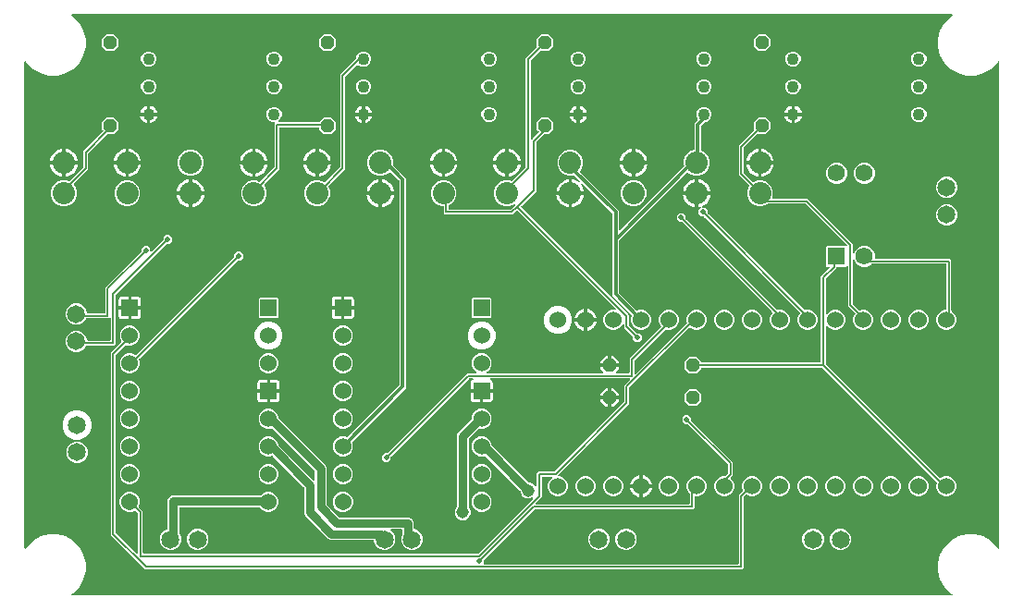
<source format=gbr>
G04 EAGLE Gerber RS-274X export*
G75*
%MOMM*%
%FSLAX34Y34*%
%LPD*%
%INTop Copper*%
%IPPOS*%
%AMOC8*
5,1,8,0,0,1.08239X$1,22.5*%
G01*
%ADD10P,1.319650X8X292.500000*%
%ADD11C,1.650000*%
%ADD12C,1.095000*%
%ADD13C,1.524000*%
%ADD14R,1.524000X1.524000*%
%ADD15C,1.539241*%
%ADD16C,2.032000*%
%ADD17R,1.580000X1.580000*%
%ADD18C,1.580000*%
%ADD19P,1.319650X8X202.500000*%
%ADD20P,1.319650X8X22.500000*%
%ADD21C,0.152400*%
%ADD22C,0.304800*%
%ADD23C,0.508000*%
%ADD24C,0.762000*%
%ADD25C,1.143000*%

G36*
X852566Y3818D02*
X852566Y3818D01*
X852614Y3817D01*
X852687Y3838D01*
X852761Y3850D01*
X852804Y3873D01*
X852850Y3887D01*
X852912Y3930D01*
X852979Y3966D01*
X853012Y4000D01*
X853051Y4028D01*
X853096Y4089D01*
X853148Y4144D01*
X853168Y4187D01*
X853197Y4226D01*
X853220Y4298D01*
X853252Y4367D01*
X853257Y4415D01*
X853272Y4460D01*
X853271Y4536D01*
X853279Y4611D01*
X853269Y4658D01*
X853268Y4706D01*
X853243Y4778D01*
X853227Y4852D01*
X853202Y4893D01*
X853186Y4938D01*
X853139Y4998D01*
X853101Y5063D01*
X853064Y5094D01*
X853034Y5132D01*
X852931Y5208D01*
X852914Y5223D01*
X852907Y5225D01*
X852899Y5231D01*
X851579Y5994D01*
X845993Y11579D01*
X842044Y18420D01*
X839999Y26050D01*
X839999Y33950D01*
X842044Y41580D01*
X845993Y48421D01*
X851579Y54007D01*
X858420Y57956D01*
X866050Y60001D01*
X873950Y60001D01*
X881580Y57956D01*
X888421Y54007D01*
X894006Y48421D01*
X894769Y47101D01*
X894799Y47063D01*
X894822Y47021D01*
X894876Y46969D01*
X894925Y46910D01*
X894965Y46885D01*
X895000Y46852D01*
X895069Y46820D01*
X895133Y46780D01*
X895180Y46768D01*
X895223Y46748D01*
X895298Y46740D01*
X895372Y46722D01*
X895420Y46726D01*
X895467Y46721D01*
X895542Y46737D01*
X895617Y46744D01*
X895661Y46763D01*
X895708Y46773D01*
X895773Y46812D01*
X895842Y46843D01*
X895878Y46875D01*
X895919Y46899D01*
X895968Y46957D01*
X896024Y47008D01*
X896048Y47050D01*
X896079Y47086D01*
X896107Y47157D01*
X896144Y47223D01*
X896153Y47270D01*
X896171Y47315D01*
X896185Y47443D01*
X896189Y47465D01*
X896188Y47471D01*
X896189Y47481D01*
X896189Y492519D01*
X896182Y492566D01*
X896183Y492614D01*
X896162Y492687D01*
X896150Y492761D01*
X896127Y492804D01*
X896113Y492850D01*
X896070Y492912D01*
X896034Y492979D01*
X896000Y493012D01*
X895972Y493051D01*
X895911Y493096D01*
X895856Y493148D01*
X895813Y493168D01*
X895774Y493197D01*
X895702Y493220D01*
X895633Y493252D01*
X895585Y493257D01*
X895540Y493272D01*
X895464Y493271D01*
X895389Y493279D01*
X895342Y493269D01*
X895294Y493268D01*
X895222Y493243D01*
X895148Y493227D01*
X895107Y493202D01*
X895062Y493186D01*
X895002Y493139D01*
X894937Y493101D01*
X894906Y493064D01*
X894868Y493034D01*
X894792Y492931D01*
X894777Y492914D01*
X894775Y492907D01*
X894769Y492899D01*
X894006Y491579D01*
X888421Y485993D01*
X881580Y482044D01*
X873950Y479999D01*
X866050Y479999D01*
X858420Y482044D01*
X851579Y485993D01*
X845993Y491579D01*
X842044Y498420D01*
X839999Y506050D01*
X839999Y513950D01*
X842044Y521580D01*
X845993Y528421D01*
X851579Y534006D01*
X852899Y534769D01*
X852937Y534799D01*
X852979Y534822D01*
X853031Y534876D01*
X853090Y534925D01*
X853115Y534965D01*
X853148Y535000D01*
X853180Y535069D01*
X853220Y535133D01*
X853232Y535180D01*
X853252Y535223D01*
X853260Y535298D01*
X853278Y535372D01*
X853274Y535420D01*
X853279Y535467D01*
X853263Y535542D01*
X853256Y535617D01*
X853237Y535661D01*
X853227Y535708D01*
X853188Y535773D01*
X853157Y535842D01*
X853125Y535878D01*
X853101Y535919D01*
X853043Y535968D01*
X852992Y536024D01*
X852950Y536048D01*
X852914Y536079D01*
X852843Y536107D01*
X852777Y536144D01*
X852730Y536153D01*
X852685Y536171D01*
X852557Y536185D01*
X852535Y536189D01*
X852529Y536188D01*
X852519Y536189D01*
X47481Y536189D01*
X47434Y536182D01*
X47386Y536183D01*
X47313Y536162D01*
X47239Y536150D01*
X47196Y536127D01*
X47150Y536113D01*
X47088Y536070D01*
X47021Y536034D01*
X46988Y536000D01*
X46949Y535972D01*
X46904Y535911D01*
X46852Y535856D01*
X46832Y535813D01*
X46803Y535774D01*
X46780Y535702D01*
X46748Y535633D01*
X46743Y535585D01*
X46728Y535540D01*
X46729Y535464D01*
X46721Y535389D01*
X46731Y535342D01*
X46732Y535294D01*
X46757Y535222D01*
X46773Y535148D01*
X46798Y535107D01*
X46814Y535062D01*
X46861Y535002D01*
X46899Y534937D01*
X46936Y534906D01*
X46966Y534868D01*
X47069Y534792D01*
X47086Y534777D01*
X47093Y534775D01*
X47101Y534769D01*
X48421Y534006D01*
X54007Y528421D01*
X57956Y521580D01*
X60001Y513950D01*
X60001Y506050D01*
X57956Y498420D01*
X54007Y491579D01*
X48421Y485993D01*
X41580Y482044D01*
X33950Y479999D01*
X26050Y479999D01*
X18420Y482044D01*
X11579Y485993D01*
X5994Y491579D01*
X5231Y492899D01*
X5201Y492937D01*
X5178Y492979D01*
X5124Y493031D01*
X5075Y493090D01*
X5035Y493115D01*
X5000Y493148D01*
X4931Y493180D01*
X4867Y493220D01*
X4820Y493232D01*
X4777Y493252D01*
X4702Y493260D01*
X4628Y493278D01*
X4580Y493274D01*
X4533Y493279D01*
X4458Y493263D01*
X4383Y493256D01*
X4339Y493237D01*
X4292Y493227D01*
X4227Y493188D01*
X4158Y493157D01*
X4122Y493125D01*
X4081Y493101D01*
X4032Y493043D01*
X3976Y492992D01*
X3952Y492950D01*
X3921Y492914D01*
X3893Y492843D01*
X3856Y492777D01*
X3847Y492730D01*
X3829Y492685D01*
X3815Y492557D01*
X3811Y492535D01*
X3812Y492529D01*
X3811Y492519D01*
X3811Y47481D01*
X3818Y47434D01*
X3817Y47386D01*
X3838Y47313D01*
X3850Y47239D01*
X3873Y47196D01*
X3887Y47150D01*
X3930Y47088D01*
X3966Y47021D01*
X4000Y46988D01*
X4028Y46949D01*
X4089Y46904D01*
X4144Y46852D01*
X4187Y46832D01*
X4226Y46803D01*
X4298Y46780D01*
X4367Y46748D01*
X4415Y46743D01*
X4460Y46728D01*
X4536Y46729D01*
X4611Y46721D01*
X4658Y46731D01*
X4706Y46732D01*
X4778Y46757D01*
X4852Y46773D01*
X4893Y46798D01*
X4938Y46814D01*
X4998Y46861D01*
X5063Y46899D01*
X5094Y46936D01*
X5132Y46966D01*
X5208Y47069D01*
X5223Y47086D01*
X5225Y47093D01*
X5231Y47101D01*
X5994Y48421D01*
X11579Y54007D01*
X18420Y57956D01*
X26050Y60001D01*
X33950Y60001D01*
X41580Y57956D01*
X48421Y54007D01*
X54007Y48421D01*
X57956Y41580D01*
X60001Y33950D01*
X60001Y26050D01*
X57956Y18420D01*
X54007Y11579D01*
X48421Y5994D01*
X47101Y5231D01*
X47063Y5201D01*
X47021Y5178D01*
X46969Y5124D01*
X46910Y5075D01*
X46885Y5035D01*
X46852Y5000D01*
X46820Y4931D01*
X46780Y4867D01*
X46768Y4820D01*
X46748Y4777D01*
X46740Y4702D01*
X46722Y4628D01*
X46726Y4580D01*
X46721Y4533D01*
X46737Y4458D01*
X46744Y4383D01*
X46763Y4339D01*
X46773Y4292D01*
X46812Y4227D01*
X46843Y4158D01*
X46875Y4122D01*
X46899Y4081D01*
X46957Y4032D01*
X47008Y3976D01*
X47050Y3952D01*
X47086Y3921D01*
X47157Y3893D01*
X47223Y3856D01*
X47270Y3847D01*
X47315Y3829D01*
X47443Y3815D01*
X47465Y3811D01*
X47471Y3812D01*
X47481Y3811D01*
X852519Y3811D01*
X852566Y3818D01*
G37*
%LPC*%
G36*
X114053Y27713D02*
X114053Y27713D01*
X82713Y59053D01*
X82713Y225947D01*
X92478Y235712D01*
X92490Y235729D01*
X92506Y235741D01*
X92562Y235829D01*
X92622Y235912D01*
X92628Y235931D01*
X92639Y235948D01*
X92664Y236049D01*
X92694Y236147D01*
X92694Y236167D01*
X92699Y236187D01*
X92691Y236290D01*
X92688Y236393D01*
X92681Y236412D01*
X92680Y236432D01*
X92639Y236527D01*
X92604Y236624D01*
X92591Y236640D01*
X92583Y236658D01*
X92562Y236684D01*
X91155Y240081D01*
X91155Y243719D01*
X92547Y247080D01*
X95120Y249653D01*
X98481Y251045D01*
X102119Y251045D01*
X105480Y249653D01*
X108053Y247080D01*
X109445Y243719D01*
X109445Y240081D01*
X108053Y236720D01*
X105480Y234147D01*
X102119Y232755D01*
X98481Y232755D01*
X97189Y233290D01*
X97075Y233317D01*
X96962Y233346D01*
X96956Y233345D01*
X96950Y233347D01*
X96833Y233336D01*
X96717Y233327D01*
X96711Y233324D01*
X96705Y233324D01*
X96597Y233276D01*
X96490Y233230D01*
X96484Y233226D01*
X96480Y233224D01*
X96466Y233211D01*
X96359Y233125D01*
X87510Y224276D01*
X87457Y224202D01*
X87397Y224132D01*
X87385Y224102D01*
X87366Y224076D01*
X87339Y223989D01*
X87305Y223904D01*
X87301Y223863D01*
X87294Y223841D01*
X87295Y223809D01*
X87287Y223737D01*
X87287Y61263D01*
X87301Y61172D01*
X87309Y61082D01*
X87321Y61052D01*
X87326Y61020D01*
X87369Y60939D01*
X87405Y60855D01*
X87431Y60823D01*
X87442Y60802D01*
X87465Y60780D01*
X87510Y60724D01*
X106414Y41820D01*
X106472Y41778D01*
X106524Y41729D01*
X106571Y41707D01*
X106613Y41677D01*
X106682Y41656D01*
X106747Y41625D01*
X106799Y41620D01*
X106849Y41604D01*
X106920Y41606D01*
X106991Y41598D01*
X107042Y41609D01*
X107094Y41611D01*
X107162Y41635D01*
X107232Y41650D01*
X107277Y41677D01*
X107325Y41695D01*
X107381Y41740D01*
X107443Y41777D01*
X107477Y41816D01*
X107517Y41849D01*
X107556Y41909D01*
X107603Y41964D01*
X107622Y42012D01*
X107650Y42056D01*
X107668Y42125D01*
X107695Y42192D01*
X107703Y42263D01*
X107711Y42294D01*
X107709Y42318D01*
X107713Y42358D01*
X107713Y78737D01*
X107699Y78828D01*
X107691Y78918D01*
X107679Y78948D01*
X107674Y78980D01*
X107631Y79061D01*
X107595Y79145D01*
X107569Y79177D01*
X107558Y79198D01*
X107535Y79220D01*
X107490Y79276D01*
X105572Y81194D01*
X105476Y81263D01*
X105383Y81332D01*
X105377Y81334D01*
X105372Y81338D01*
X105261Y81372D01*
X105149Y81408D01*
X105143Y81408D01*
X105137Y81410D01*
X105020Y81407D01*
X104903Y81406D01*
X104896Y81404D01*
X104891Y81404D01*
X104874Y81397D01*
X104742Y81359D01*
X102134Y80279D01*
X98466Y80279D01*
X95077Y81683D01*
X92483Y84277D01*
X91079Y87666D01*
X91079Y91334D01*
X92483Y94723D01*
X95077Y97317D01*
X98466Y98721D01*
X102134Y98721D01*
X105523Y97317D01*
X108117Y94723D01*
X109521Y91334D01*
X109521Y87666D01*
X108558Y85341D01*
X108531Y85227D01*
X108503Y85114D01*
X108503Y85107D01*
X108502Y85101D01*
X108513Y84985D01*
X108522Y84868D01*
X108524Y84863D01*
X108525Y84856D01*
X108572Y84749D01*
X108618Y84642D01*
X108623Y84636D01*
X108625Y84632D01*
X108637Y84618D01*
X108723Y84511D01*
X112287Y80947D01*
X112287Y43048D01*
X112290Y43028D01*
X112288Y43009D01*
X112310Y42907D01*
X112326Y42805D01*
X112336Y42788D01*
X112340Y42768D01*
X112393Y42679D01*
X112442Y42588D01*
X112456Y42574D01*
X112466Y42557D01*
X112545Y42490D01*
X112620Y42418D01*
X112638Y42410D01*
X112653Y42397D01*
X112749Y42358D01*
X112843Y42315D01*
X112863Y42313D01*
X112881Y42305D01*
X113048Y42287D01*
X418737Y42287D01*
X418828Y42301D01*
X418918Y42309D01*
X418948Y42321D01*
X418980Y42326D01*
X419061Y42369D01*
X419145Y42405D01*
X419177Y42431D01*
X419198Y42442D01*
X419220Y42465D01*
X419276Y42510D01*
X469003Y92236D01*
X469059Y92315D01*
X469121Y92391D01*
X469131Y92415D01*
X469146Y92436D01*
X469175Y92529D01*
X469210Y92620D01*
X469211Y92646D01*
X469218Y92671D01*
X469216Y92769D01*
X469220Y92866D01*
X469213Y92891D01*
X469212Y92917D01*
X469179Y93009D01*
X469151Y93102D01*
X469137Y93124D01*
X469128Y93148D01*
X469067Y93224D01*
X469011Y93304D01*
X468990Y93320D01*
X468974Y93340D01*
X468892Y93393D01*
X468814Y93451D01*
X468789Y93459D01*
X468767Y93473D01*
X468673Y93497D01*
X468580Y93527D01*
X468554Y93527D01*
X468528Y93533D01*
X468432Y93526D01*
X468334Y93525D01*
X468303Y93516D01*
X468283Y93514D01*
X468253Y93501D01*
X468173Y93478D01*
X466440Y92760D01*
X463560Y92760D01*
X460899Y93862D01*
X458862Y95899D01*
X457760Y98560D01*
X457760Y99380D01*
X457746Y99470D01*
X457738Y99561D01*
X457726Y99591D01*
X457721Y99623D01*
X457678Y99703D01*
X457642Y99787D01*
X457616Y99819D01*
X457605Y99840D01*
X457582Y99862D01*
X457537Y99918D01*
X426021Y131434D01*
X425926Y131503D01*
X425832Y131572D01*
X425826Y131574D01*
X425821Y131578D01*
X425710Y131612D01*
X425598Y131649D01*
X425592Y131649D01*
X425586Y131650D01*
X425469Y131647D01*
X425353Y131646D01*
X425345Y131644D01*
X425340Y131644D01*
X425323Y131638D01*
X425191Y131600D01*
X424119Y131155D01*
X420481Y131155D01*
X417120Y132547D01*
X414547Y135120D01*
X413155Y138481D01*
X413155Y142119D01*
X414547Y145480D01*
X417120Y148053D01*
X420481Y149445D01*
X424119Y149445D01*
X427480Y148053D01*
X430053Y145480D01*
X431445Y142119D01*
X431445Y141415D01*
X431459Y141325D01*
X431467Y141234D01*
X431479Y141204D01*
X431484Y141172D01*
X431527Y141092D01*
X431563Y141008D01*
X431589Y140976D01*
X431600Y140955D01*
X431623Y140933D01*
X431668Y140877D01*
X465082Y107463D01*
X465156Y107410D01*
X465225Y107350D01*
X465255Y107338D01*
X465282Y107319D01*
X465368Y107292D01*
X465453Y107258D01*
X465494Y107254D01*
X465517Y107247D01*
X465549Y107248D01*
X465620Y107240D01*
X466440Y107240D01*
X469101Y106138D01*
X471138Y104101D01*
X471249Y103833D01*
X471300Y103750D01*
X471346Y103664D01*
X471364Y103646D01*
X471378Y103624D01*
X471454Y103561D01*
X471524Y103494D01*
X471548Y103483D01*
X471568Y103467D01*
X471659Y103432D01*
X471747Y103391D01*
X471773Y103388D01*
X471797Y103379D01*
X471895Y103374D01*
X471991Y103364D01*
X472017Y103369D01*
X472043Y103368D01*
X472137Y103395D01*
X472232Y103416D01*
X472254Y103429D01*
X472279Y103437D01*
X472359Y103492D01*
X472443Y103542D01*
X472460Y103562D01*
X472481Y103577D01*
X472540Y103655D01*
X472603Y103729D01*
X472613Y103753D01*
X472628Y103774D01*
X472658Y103867D01*
X472695Y103957D01*
X472698Y103990D01*
X472704Y104008D01*
X472704Y104041D01*
X472713Y104124D01*
X472713Y115947D01*
X474053Y117287D01*
X488737Y117287D01*
X488828Y117301D01*
X488918Y117309D01*
X488948Y117321D01*
X488980Y117326D01*
X489061Y117369D01*
X489145Y117405D01*
X489177Y117431D01*
X489198Y117442D01*
X489220Y117465D01*
X489276Y117510D01*
X552490Y180724D01*
X552543Y180798D01*
X552603Y180868D01*
X552615Y180898D01*
X552634Y180924D01*
X552661Y181011D01*
X552695Y181096D01*
X552699Y181137D01*
X552706Y181159D01*
X552705Y181191D01*
X552713Y181263D01*
X552713Y195947D01*
X554276Y197510D01*
X558180Y201414D01*
X558222Y201472D01*
X558271Y201524D01*
X558293Y201571D01*
X558323Y201613D01*
X558344Y201682D01*
X558375Y201747D01*
X558380Y201799D01*
X558396Y201849D01*
X558394Y201920D01*
X558402Y201991D01*
X558391Y202042D01*
X558389Y202094D01*
X558365Y202162D01*
X558350Y202232D01*
X558323Y202277D01*
X558305Y202325D01*
X558260Y202381D01*
X558223Y202443D01*
X558184Y202477D01*
X558151Y202517D01*
X558091Y202556D01*
X558036Y202603D01*
X557988Y202622D01*
X557944Y202650D01*
X557875Y202668D01*
X557808Y202695D01*
X557737Y202703D01*
X557706Y202711D01*
X557682Y202709D01*
X557642Y202713D01*
X430616Y202713D01*
X430592Y202709D01*
X430568Y202712D01*
X430471Y202690D01*
X430373Y202674D01*
X430352Y202662D01*
X430328Y202657D01*
X430243Y202605D01*
X430156Y202558D01*
X430139Y202541D01*
X430118Y202528D01*
X430055Y202452D01*
X429986Y202380D01*
X429976Y202358D01*
X429961Y202340D01*
X429925Y202247D01*
X429883Y202157D01*
X429880Y202133D01*
X429871Y202111D01*
X429866Y202011D01*
X429856Y201913D01*
X429861Y201889D01*
X429859Y201865D01*
X429887Y201770D01*
X429908Y201672D01*
X429920Y201651D01*
X429927Y201628D01*
X429983Y201547D01*
X430034Y201461D01*
X430052Y201445D01*
X430066Y201426D01*
X430145Y201366D01*
X430221Y201301D01*
X430243Y201292D01*
X430262Y201278D01*
X430419Y201217D01*
X430901Y201088D01*
X431480Y200753D01*
X431953Y200280D01*
X432288Y199701D01*
X432461Y199054D01*
X432461Y192623D01*
X423062Y192623D01*
X423042Y192620D01*
X423023Y192622D01*
X422921Y192600D01*
X422819Y192583D01*
X422802Y192574D01*
X422782Y192570D01*
X422693Y192517D01*
X422602Y192468D01*
X422588Y192454D01*
X422571Y192444D01*
X422504Y192365D01*
X422433Y192290D01*
X422424Y192272D01*
X422411Y192257D01*
X422373Y192161D01*
X422329Y192067D01*
X422327Y192047D01*
X422319Y192029D01*
X422301Y191862D01*
X422301Y191099D01*
X422299Y191099D01*
X422299Y191862D01*
X422297Y191873D01*
X422298Y191879D01*
X422296Y191887D01*
X422298Y191901D01*
X422276Y192003D01*
X422259Y192105D01*
X422250Y192122D01*
X422246Y192142D01*
X422193Y192231D01*
X422144Y192322D01*
X422130Y192336D01*
X422120Y192353D01*
X422041Y192420D01*
X421966Y192491D01*
X421948Y192500D01*
X421933Y192513D01*
X421837Y192552D01*
X421743Y192595D01*
X421723Y192597D01*
X421705Y192605D01*
X421538Y192623D01*
X412139Y192623D01*
X412139Y199054D01*
X412312Y199701D01*
X412647Y200280D01*
X413120Y200753D01*
X413699Y201088D01*
X414181Y201217D01*
X414203Y201227D01*
X414227Y201231D01*
X414315Y201277D01*
X414405Y201318D01*
X414423Y201334D01*
X414444Y201346D01*
X414513Y201417D01*
X414586Y201485D01*
X414597Y201506D01*
X414614Y201524D01*
X414656Y201614D01*
X414703Y201701D01*
X414707Y201725D01*
X414717Y201747D01*
X414728Y201846D01*
X414745Y201944D01*
X414742Y201968D01*
X414744Y201991D01*
X414723Y202088D01*
X414708Y202187D01*
X414697Y202208D01*
X414692Y202232D01*
X414641Y202317D01*
X414596Y202406D01*
X414578Y202422D01*
X414566Y202443D01*
X414491Y202508D01*
X414419Y202577D01*
X414397Y202587D01*
X414379Y202603D01*
X414287Y202640D01*
X414197Y202683D01*
X414173Y202686D01*
X414151Y202695D01*
X413984Y202713D01*
X411263Y202713D01*
X411172Y202699D01*
X411082Y202691D01*
X411052Y202679D01*
X411020Y202674D01*
X410939Y202631D01*
X410855Y202595D01*
X410823Y202569D01*
X410802Y202558D01*
X410780Y202535D01*
X410724Y202490D01*
X339288Y131054D01*
X339235Y130980D01*
X339175Y130910D01*
X339163Y130880D01*
X339144Y130854D01*
X339117Y130767D01*
X339083Y130682D01*
X339079Y130641D01*
X339072Y130619D01*
X339073Y130587D01*
X339065Y130516D01*
X339065Y128316D01*
X336684Y125935D01*
X333316Y125935D01*
X330935Y128316D01*
X330935Y131684D01*
X333316Y134065D01*
X335516Y134065D01*
X335606Y134079D01*
X335697Y134087D01*
X335726Y134099D01*
X335758Y134104D01*
X335839Y134147D01*
X335923Y134183D01*
X335955Y134209D01*
X335976Y134220D01*
X335998Y134243D01*
X336054Y134288D01*
X407490Y205724D01*
X409053Y207287D01*
X416819Y207287D01*
X416915Y207302D01*
X417013Y207312D01*
X417037Y207322D01*
X417062Y207326D01*
X417148Y207372D01*
X417237Y207412D01*
X417257Y207429D01*
X417280Y207442D01*
X417347Y207512D01*
X417418Y207578D01*
X417431Y207601D01*
X417449Y207620D01*
X417490Y207708D01*
X417537Y207794D01*
X417542Y207819D01*
X417553Y207843D01*
X417563Y207940D01*
X417581Y208036D01*
X417577Y208062D01*
X417580Y208087D01*
X417559Y208183D01*
X417545Y208279D01*
X417533Y208302D01*
X417527Y208328D01*
X417477Y208411D01*
X417433Y208498D01*
X417415Y208517D01*
X417401Y208539D01*
X417327Y208602D01*
X417258Y208671D01*
X417229Y208686D01*
X417214Y208699D01*
X417184Y208711D01*
X417123Y208745D01*
X414547Y211320D01*
X413155Y214681D01*
X413155Y218319D01*
X414547Y221680D01*
X417120Y224253D01*
X420481Y225645D01*
X424119Y225645D01*
X427480Y224253D01*
X430053Y221680D01*
X431445Y218319D01*
X431445Y214681D01*
X430053Y211320D01*
X427475Y208743D01*
X427406Y208700D01*
X427320Y208654D01*
X427303Y208636D01*
X427280Y208622D01*
X427218Y208547D01*
X427151Y208476D01*
X427140Y208452D01*
X427123Y208432D01*
X427089Y208341D01*
X427047Y208253D01*
X427045Y208227D01*
X427035Y208203D01*
X427031Y208105D01*
X427020Y208009D01*
X427026Y207983D01*
X427025Y207957D01*
X427052Y207864D01*
X427073Y207768D01*
X427086Y207746D01*
X427093Y207721D01*
X427149Y207641D01*
X427199Y207557D01*
X427219Y207540D01*
X427233Y207519D01*
X427312Y207461D01*
X427386Y207397D01*
X427410Y207387D01*
X427431Y207372D01*
X427523Y207342D01*
X427614Y207305D01*
X427646Y207302D01*
X427665Y207296D01*
X427698Y207296D01*
X427781Y207287D01*
X533061Y207287D01*
X533132Y207298D01*
X533204Y207300D01*
X533253Y207318D01*
X533304Y207326D01*
X533367Y207360D01*
X533435Y207385D01*
X533475Y207417D01*
X533521Y207442D01*
X533571Y207494D01*
X533627Y207538D01*
X533655Y207582D01*
X533691Y207620D01*
X533721Y207685D01*
X533760Y207745D01*
X533772Y207796D01*
X533794Y207843D01*
X533802Y207914D01*
X533820Y207984D01*
X533816Y208036D01*
X533822Y208087D01*
X533806Y208158D01*
X533801Y208229D01*
X533780Y208277D01*
X533769Y208328D01*
X533732Y208389D01*
X533704Y208455D01*
X533660Y208511D01*
X533643Y208539D01*
X533625Y208554D01*
X533600Y208586D01*
X530763Y211423D01*
X530763Y213477D01*
X538638Y213477D01*
X538658Y213480D01*
X538677Y213478D01*
X538779Y213500D01*
X538881Y213517D01*
X538898Y213526D01*
X538918Y213530D01*
X539007Y213583D01*
X539098Y213632D01*
X539112Y213646D01*
X539129Y213656D01*
X539196Y213735D01*
X539267Y213810D01*
X539276Y213828D01*
X539289Y213843D01*
X539327Y213939D01*
X539371Y214033D01*
X539373Y214053D01*
X539381Y214071D01*
X539399Y214238D01*
X539399Y215001D01*
X539401Y215001D01*
X539401Y214238D01*
X539404Y214218D01*
X539402Y214199D01*
X539424Y214097D01*
X539441Y213995D01*
X539450Y213978D01*
X539454Y213958D01*
X539507Y213869D01*
X539556Y213778D01*
X539570Y213764D01*
X539580Y213747D01*
X539659Y213680D01*
X539734Y213609D01*
X539752Y213600D01*
X539767Y213587D01*
X539863Y213548D01*
X539957Y213505D01*
X539977Y213503D01*
X539995Y213495D01*
X540162Y213477D01*
X548037Y213477D01*
X548037Y211423D01*
X545200Y208586D01*
X545159Y208528D01*
X545109Y208476D01*
X545087Y208429D01*
X545057Y208387D01*
X545036Y208318D01*
X545006Y208253D01*
X545000Y208201D01*
X544985Y208151D01*
X544986Y208080D01*
X544978Y208009D01*
X544990Y207958D01*
X544991Y207906D01*
X545016Y207838D01*
X545031Y207768D01*
X545057Y207723D01*
X545075Y207675D01*
X545120Y207619D01*
X545157Y207557D01*
X545196Y207523D01*
X545229Y207483D01*
X545289Y207444D01*
X545344Y207397D01*
X545392Y207378D01*
X545436Y207350D01*
X545505Y207332D01*
X545572Y207305D01*
X545643Y207297D01*
X545674Y207289D01*
X545698Y207291D01*
X545739Y207287D01*
X556952Y207287D01*
X556972Y207290D01*
X556991Y207288D01*
X557093Y207310D01*
X557195Y207326D01*
X557212Y207336D01*
X557232Y207340D01*
X557321Y207393D01*
X557412Y207442D01*
X557426Y207456D01*
X557443Y207466D01*
X557510Y207545D01*
X557582Y207620D01*
X557590Y207638D01*
X557603Y207653D01*
X557642Y207749D01*
X557685Y207843D01*
X557687Y207863D01*
X557695Y207881D01*
X557713Y208048D01*
X557713Y220947D01*
X586378Y249612D01*
X586390Y249629D01*
X586406Y249641D01*
X586462Y249728D01*
X586522Y249812D01*
X586528Y249831D01*
X586539Y249848D01*
X586564Y249948D01*
X586594Y250047D01*
X586594Y250067D01*
X586599Y250086D01*
X586591Y250189D01*
X586588Y250293D01*
X586581Y250312D01*
X586580Y250332D01*
X586539Y250426D01*
X586504Y250524D01*
X586491Y250540D01*
X586483Y250558D01*
X586378Y250689D01*
X586047Y251020D01*
X584655Y254381D01*
X584655Y258019D01*
X586047Y261380D01*
X588620Y263953D01*
X591981Y265345D01*
X595619Y265345D01*
X598980Y263953D01*
X601553Y261380D01*
X602945Y258019D01*
X602945Y254381D01*
X601553Y251020D01*
X598980Y248447D01*
X595619Y247055D01*
X591981Y247055D01*
X591255Y247356D01*
X591190Y247371D01*
X591138Y247392D01*
X591076Y247399D01*
X591028Y247411D01*
X591021Y247411D01*
X591015Y247412D01*
X590984Y247409D01*
X590971Y247411D01*
X590960Y247411D01*
X590908Y247402D01*
X590899Y247401D01*
X590782Y247392D01*
X590777Y247390D01*
X590770Y247389D01*
X590736Y247374D01*
X590717Y247371D01*
X590655Y247338D01*
X590556Y247296D01*
X590550Y247291D01*
X590546Y247289D01*
X590532Y247276D01*
X590518Y247266D01*
X590500Y247256D01*
X590480Y247235D01*
X590425Y247191D01*
X562510Y219276D01*
X562457Y219202D01*
X562397Y219132D01*
X562385Y219102D01*
X562366Y219076D01*
X562339Y218989D01*
X562305Y218904D01*
X562301Y218863D01*
X562294Y218841D01*
X562295Y218809D01*
X562287Y218737D01*
X562287Y207358D01*
X562298Y207288D01*
X562300Y207216D01*
X562318Y207167D01*
X562326Y207116D01*
X562360Y207052D01*
X562385Y206985D01*
X562417Y206944D01*
X562442Y206898D01*
X562493Y206849D01*
X562538Y206793D01*
X562582Y206765D01*
X562620Y206729D01*
X562685Y206699D01*
X562745Y206660D01*
X562796Y206647D01*
X562843Y206625D01*
X562914Y206617D01*
X562984Y206600D01*
X563036Y206604D01*
X563087Y206598D01*
X563158Y206613D01*
X563229Y206619D01*
X563277Y206639D01*
X563328Y206650D01*
X563389Y206687D01*
X563455Y206715D01*
X563511Y206760D01*
X563539Y206777D01*
X563554Y206794D01*
X563586Y206820D01*
X610015Y253249D01*
X610084Y253344D01*
X610153Y253438D01*
X610155Y253444D01*
X610159Y253449D01*
X610193Y253560D01*
X610230Y253672D01*
X610229Y253678D01*
X610231Y253684D01*
X610228Y253801D01*
X610227Y253918D01*
X610225Y253925D01*
X610225Y253930D01*
X610219Y253948D01*
X610180Y254079D01*
X610055Y254381D01*
X610055Y258019D01*
X611447Y261380D01*
X614020Y263953D01*
X617381Y265345D01*
X621019Y265345D01*
X624380Y263953D01*
X626953Y261380D01*
X628345Y258019D01*
X628345Y254381D01*
X626953Y251020D01*
X624380Y248447D01*
X621019Y247055D01*
X617381Y247055D01*
X614020Y248447D01*
X613389Y249078D01*
X613373Y249090D01*
X613360Y249106D01*
X613273Y249162D01*
X613189Y249222D01*
X613170Y249228D01*
X613153Y249239D01*
X613053Y249264D01*
X612954Y249294D01*
X612934Y249294D01*
X612915Y249299D01*
X612812Y249291D01*
X612708Y249288D01*
X612689Y249281D01*
X612670Y249280D01*
X612575Y249239D01*
X612477Y249204D01*
X612462Y249191D01*
X612443Y249183D01*
X612312Y249078D01*
X557510Y194276D01*
X557457Y194202D01*
X557397Y194132D01*
X557385Y194102D01*
X557366Y194076D01*
X557339Y193989D01*
X557305Y193904D01*
X557301Y193863D01*
X557294Y193841D01*
X557295Y193809D01*
X557287Y193737D01*
X557287Y179053D01*
X492510Y114276D01*
X492478Y114245D01*
X492436Y114186D01*
X492387Y114134D01*
X492365Y114087D01*
X492335Y114045D01*
X492314Y113976D01*
X492283Y113911D01*
X492278Y113859D01*
X492262Y113810D01*
X492264Y113738D01*
X492256Y113667D01*
X492267Y113616D01*
X492269Y113564D01*
X492293Y113496D01*
X492308Y113426D01*
X492335Y113382D01*
X492353Y113333D01*
X492398Y113277D01*
X492435Y113215D01*
X492474Y113181D01*
X492507Y113141D01*
X492567Y113102D01*
X492622Y113055D01*
X492670Y113036D01*
X492713Y113008D01*
X492783Y112990D01*
X492850Y112963D01*
X492921Y112955D01*
X492952Y112947D01*
X492975Y112949D01*
X493016Y112945D01*
X494019Y112945D01*
X497380Y111553D01*
X499953Y108980D01*
X501345Y105619D01*
X501345Y101981D01*
X499953Y98620D01*
X497380Y96047D01*
X494019Y94655D01*
X490381Y94655D01*
X487020Y96047D01*
X484447Y98620D01*
X483055Y101981D01*
X483055Y105619D01*
X484447Y108980D01*
X486881Y111414D01*
X486923Y111472D01*
X486972Y111524D01*
X486994Y111571D01*
X487025Y111613D01*
X487046Y111682D01*
X487076Y111747D01*
X487082Y111799D01*
X487097Y111849D01*
X487095Y111920D01*
X487103Y111991D01*
X487092Y112042D01*
X487091Y112094D01*
X487066Y112162D01*
X487051Y112232D01*
X487024Y112277D01*
X487006Y112325D01*
X486961Y112381D01*
X486925Y112443D01*
X486885Y112477D01*
X486853Y112517D01*
X486792Y112556D01*
X486738Y112603D01*
X486689Y112622D01*
X486646Y112650D01*
X486576Y112668D01*
X486510Y112695D01*
X486438Y112703D01*
X486407Y112711D01*
X486384Y112709D01*
X486343Y112713D01*
X478048Y112713D01*
X478028Y112710D01*
X478009Y112712D01*
X477907Y112690D01*
X477805Y112674D01*
X477788Y112664D01*
X477768Y112660D01*
X477679Y112607D01*
X477588Y112558D01*
X477574Y112544D01*
X477557Y112534D01*
X477490Y112455D01*
X477418Y112380D01*
X477410Y112362D01*
X477397Y112347D01*
X477358Y112251D01*
X477315Y112157D01*
X477313Y112137D01*
X477305Y112119D01*
X477287Y111952D01*
X477287Y94053D01*
X471820Y88586D01*
X471778Y88528D01*
X471729Y88476D01*
X471707Y88429D01*
X471677Y88387D01*
X471656Y88318D01*
X471625Y88253D01*
X471620Y88201D01*
X471604Y88151D01*
X471606Y88080D01*
X471598Y88009D01*
X471609Y87958D01*
X471611Y87906D01*
X471635Y87838D01*
X471650Y87768D01*
X471677Y87723D01*
X471695Y87675D01*
X471740Y87619D01*
X471777Y87557D01*
X471816Y87523D01*
X471849Y87483D01*
X471909Y87444D01*
X471964Y87397D01*
X472012Y87378D01*
X472056Y87350D01*
X472125Y87332D01*
X472192Y87305D01*
X472263Y87297D01*
X472294Y87289D01*
X472318Y87291D01*
X472358Y87287D01*
X611952Y87287D01*
X611972Y87290D01*
X611991Y87288D01*
X612093Y87310D01*
X612195Y87326D01*
X612212Y87336D01*
X612232Y87340D01*
X612321Y87393D01*
X612412Y87442D01*
X612426Y87456D01*
X612443Y87466D01*
X612510Y87545D01*
X612582Y87620D01*
X612590Y87638D01*
X612603Y87653D01*
X612642Y87749D01*
X612685Y87843D01*
X612687Y87863D01*
X612695Y87881D01*
X612713Y88048D01*
X612713Y97039D01*
X612699Y97129D01*
X612691Y97220D01*
X612679Y97250D01*
X612674Y97282D01*
X612631Y97362D01*
X612595Y97446D01*
X612569Y97478D01*
X612558Y97499D01*
X612535Y97521D01*
X612490Y97577D01*
X611447Y98620D01*
X610055Y101981D01*
X610055Y105619D01*
X611447Y108980D01*
X614020Y111553D01*
X617381Y112945D01*
X621019Y112945D01*
X624380Y111553D01*
X626953Y108980D01*
X628345Y105619D01*
X628345Y101981D01*
X626953Y98620D01*
X624380Y96047D01*
X621019Y94655D01*
X618048Y94655D01*
X618028Y94652D01*
X618009Y94654D01*
X617907Y94632D01*
X617805Y94616D01*
X617788Y94606D01*
X617768Y94602D01*
X617679Y94549D01*
X617588Y94500D01*
X617574Y94486D01*
X617557Y94476D01*
X617490Y94397D01*
X617418Y94322D01*
X617410Y94304D01*
X617397Y94289D01*
X617358Y94193D01*
X617315Y94099D01*
X617313Y94079D01*
X617305Y94061D01*
X617287Y93894D01*
X617287Y84053D01*
X615947Y82713D01*
X471263Y82713D01*
X471172Y82699D01*
X471082Y82691D01*
X471052Y82679D01*
X471020Y82674D01*
X470939Y82631D01*
X470855Y82595D01*
X470823Y82569D01*
X470802Y82558D01*
X470780Y82535D01*
X470724Y82490D01*
X424288Y36054D01*
X424235Y35980D01*
X424175Y35910D01*
X424163Y35880D01*
X424144Y35854D01*
X424117Y35767D01*
X424083Y35682D01*
X424079Y35641D01*
X424072Y35619D01*
X424073Y35587D01*
X424065Y35516D01*
X424065Y33048D01*
X424068Y33028D01*
X424066Y33009D01*
X424088Y32907D01*
X424104Y32805D01*
X424114Y32788D01*
X424118Y32768D01*
X424171Y32679D01*
X424220Y32588D01*
X424234Y32574D01*
X424244Y32557D01*
X424323Y32490D01*
X424398Y32418D01*
X424416Y32410D01*
X424431Y32397D01*
X424527Y32358D01*
X424621Y32315D01*
X424641Y32313D01*
X424659Y32305D01*
X424826Y32287D01*
X656952Y32287D01*
X656972Y32290D01*
X656991Y32288D01*
X657093Y32310D01*
X657195Y32326D01*
X657212Y32336D01*
X657232Y32340D01*
X657321Y32393D01*
X657412Y32442D01*
X657426Y32456D01*
X657443Y32466D01*
X657510Y32545D01*
X657582Y32620D01*
X657590Y32638D01*
X657603Y32653D01*
X657642Y32749D01*
X657685Y32843D01*
X657687Y32863D01*
X657695Y32881D01*
X657713Y33048D01*
X657713Y95947D01*
X661343Y99577D01*
X661410Y99670D01*
X661481Y99765D01*
X661482Y99771D01*
X661486Y99776D01*
X661520Y99887D01*
X661557Y99999D01*
X661557Y100005D01*
X661558Y100011D01*
X661555Y100128D01*
X661554Y100245D01*
X661552Y100252D01*
X661552Y100257D01*
X661546Y100275D01*
X661508Y100406D01*
X660855Y101981D01*
X660855Y105619D01*
X662247Y108980D01*
X664820Y111553D01*
X668181Y112945D01*
X671819Y112945D01*
X675180Y111553D01*
X677753Y108980D01*
X679145Y105619D01*
X679145Y101981D01*
X677753Y98620D01*
X675180Y96047D01*
X671819Y94655D01*
X668181Y94655D01*
X664909Y96011D01*
X664796Y96037D01*
X664682Y96066D01*
X664676Y96065D01*
X664670Y96067D01*
X664553Y96056D01*
X664437Y96047D01*
X664431Y96044D01*
X664425Y96044D01*
X664318Y95996D01*
X664210Y95950D01*
X664205Y95946D01*
X664200Y95944D01*
X664186Y95931D01*
X664079Y95846D01*
X662510Y94276D01*
X662457Y94202D01*
X662397Y94132D01*
X662385Y94102D01*
X662366Y94076D01*
X662339Y93989D01*
X662305Y93904D01*
X662301Y93863D01*
X662294Y93841D01*
X662295Y93809D01*
X662287Y93737D01*
X662287Y29053D01*
X660947Y27713D01*
X114053Y27713D01*
G37*
%LPD*%
%LPC*%
G36*
X845981Y94655D02*
X845981Y94655D01*
X842620Y96047D01*
X840047Y98620D01*
X838655Y101981D01*
X838655Y105619D01*
X839190Y106911D01*
X839217Y107025D01*
X839246Y107138D01*
X839245Y107144D01*
X839247Y107150D01*
X839236Y107267D01*
X839227Y107383D01*
X839224Y107389D01*
X839224Y107395D01*
X839176Y107503D01*
X839130Y107610D01*
X839126Y107616D01*
X839124Y107620D01*
X839111Y107634D01*
X839025Y107741D01*
X734276Y212490D01*
X734202Y212543D01*
X734132Y212603D01*
X734102Y212615D01*
X734076Y212634D01*
X733989Y212661D01*
X733904Y212695D01*
X733863Y212699D01*
X733841Y212706D01*
X733809Y212705D01*
X733737Y212713D01*
X623982Y212713D01*
X623962Y212710D01*
X623943Y212712D01*
X623841Y212690D01*
X623739Y212674D01*
X623722Y212664D01*
X623702Y212660D01*
X623613Y212607D01*
X623522Y212558D01*
X623508Y212544D01*
X623491Y212534D01*
X623424Y212455D01*
X623352Y212380D01*
X623344Y212362D01*
X623331Y212347D01*
X623292Y212251D01*
X623249Y212157D01*
X623247Y212137D01*
X623239Y212119D01*
X623221Y211952D01*
X623221Y211843D01*
X618757Y207379D01*
X612443Y207379D01*
X607979Y211843D01*
X607979Y218157D01*
X612443Y222621D01*
X618757Y222621D01*
X623221Y218157D01*
X623221Y218048D01*
X623224Y218028D01*
X623222Y218009D01*
X623244Y217907D01*
X623260Y217805D01*
X623270Y217788D01*
X623274Y217768D01*
X623327Y217679D01*
X623376Y217588D01*
X623390Y217574D01*
X623400Y217557D01*
X623479Y217490D01*
X623554Y217418D01*
X623572Y217410D01*
X623587Y217397D01*
X623683Y217358D01*
X623777Y217315D01*
X623797Y217313D01*
X623815Y217305D01*
X623982Y217287D01*
X731952Y217287D01*
X731972Y217290D01*
X731991Y217288D01*
X732093Y217310D01*
X732195Y217326D01*
X732212Y217336D01*
X732232Y217340D01*
X732321Y217393D01*
X732412Y217442D01*
X732426Y217456D01*
X732443Y217466D01*
X732510Y217545D01*
X732582Y217620D01*
X732590Y217638D01*
X732603Y217653D01*
X732642Y217749D01*
X732685Y217843D01*
X732687Y217863D01*
X732695Y217881D01*
X732713Y218048D01*
X732713Y295947D01*
X740442Y303676D01*
X740484Y303734D01*
X740533Y303786D01*
X740555Y303833D01*
X740585Y303875D01*
X740606Y303944D01*
X740637Y304009D01*
X740642Y304061D01*
X740658Y304111D01*
X740656Y304182D01*
X740664Y304253D01*
X740653Y304304D01*
X740651Y304356D01*
X740627Y304424D01*
X740612Y304494D01*
X740585Y304539D01*
X740567Y304587D01*
X740522Y304643D01*
X740485Y304705D01*
X740446Y304739D01*
X740413Y304779D01*
X740353Y304818D01*
X740298Y304865D01*
X740250Y304884D01*
X740206Y304912D01*
X740137Y304930D01*
X740070Y304957D01*
X739999Y304965D01*
X739968Y304973D01*
X739944Y304971D01*
X739904Y304975D01*
X738768Y304975D01*
X737875Y305868D01*
X737875Y322932D01*
X738768Y323825D01*
X756104Y323825D01*
X756174Y323836D01*
X756246Y323838D01*
X756295Y323856D01*
X756346Y323864D01*
X756410Y323898D01*
X756477Y323923D01*
X756518Y323955D01*
X756564Y323980D01*
X756613Y324032D01*
X756669Y324076D01*
X756697Y324120D01*
X756733Y324158D01*
X756763Y324223D01*
X756802Y324283D01*
X756815Y324334D01*
X756837Y324381D01*
X756845Y324452D01*
X756862Y324522D01*
X756858Y324574D01*
X756864Y324625D01*
X756849Y324696D01*
X756843Y324767D01*
X756823Y324815D01*
X756812Y324866D01*
X756775Y324927D01*
X756747Y324993D01*
X756702Y325049D01*
X756685Y325077D01*
X756668Y325092D01*
X756642Y325124D01*
X719276Y362490D01*
X719202Y362543D01*
X719132Y362603D01*
X719102Y362615D01*
X719076Y362634D01*
X718989Y362661D01*
X718904Y362695D01*
X718863Y362699D01*
X718841Y362706D01*
X718809Y362705D01*
X718737Y362713D01*
X684380Y362713D01*
X684290Y362699D01*
X684199Y362691D01*
X684170Y362679D01*
X684138Y362674D01*
X684057Y362631D01*
X683973Y362595D01*
X683941Y362569D01*
X683920Y362558D01*
X683898Y362535D01*
X683842Y362490D01*
X683726Y362374D01*
X679431Y360595D01*
X674783Y360595D01*
X670488Y362374D01*
X667201Y365661D01*
X665422Y369956D01*
X665422Y374604D01*
X667202Y378900D01*
X667228Y379013D01*
X667257Y379127D01*
X667256Y379133D01*
X667258Y379139D01*
X667247Y379256D01*
X667238Y379372D01*
X667235Y379378D01*
X667235Y379384D01*
X667187Y379492D01*
X667141Y379599D01*
X667137Y379604D01*
X667135Y379609D01*
X667122Y379623D01*
X667037Y379730D01*
X657713Y389053D01*
X657713Y415947D01*
X659276Y417510D01*
X671556Y429790D01*
X671568Y429806D01*
X671583Y429819D01*
X671639Y429906D01*
X671700Y429990D01*
X671705Y430009D01*
X671716Y430026D01*
X671742Y430126D01*
X671772Y430225D01*
X671771Y430245D01*
X671776Y430264D01*
X671768Y430367D01*
X671766Y430471D01*
X671759Y430489D01*
X671757Y430509D01*
X671717Y430604D01*
X671681Y430702D01*
X671669Y430717D01*
X671661Y430736D01*
X671556Y430867D01*
X671279Y431143D01*
X671279Y437457D01*
X675743Y441921D01*
X682057Y441921D01*
X686521Y437457D01*
X686521Y431143D01*
X682057Y426679D01*
X675695Y426679D01*
X675667Y426700D01*
X675648Y426705D01*
X675631Y426716D01*
X675531Y426742D01*
X675432Y426772D01*
X675412Y426771D01*
X675393Y426776D01*
X675290Y426768D01*
X675186Y426766D01*
X675167Y426759D01*
X675147Y426757D01*
X675052Y426717D01*
X674955Y426681D01*
X674939Y426669D01*
X674921Y426661D01*
X674790Y426556D01*
X662510Y414276D01*
X662457Y414202D01*
X662397Y414132D01*
X662385Y414102D01*
X662366Y414076D01*
X662339Y413989D01*
X662305Y413904D01*
X662301Y413863D01*
X662294Y413841D01*
X662295Y413809D01*
X662287Y413737D01*
X662287Y391263D01*
X662288Y391253D01*
X662288Y391248D01*
X662294Y391221D01*
X662301Y391172D01*
X662309Y391082D01*
X662321Y391052D01*
X662326Y391020D01*
X662369Y390939D01*
X662405Y390855D01*
X662431Y390823D01*
X662442Y390802D01*
X662465Y390780D01*
X662510Y390724D01*
X670524Y382710D01*
X670619Y382642D01*
X670713Y382572D01*
X670719Y382570D01*
X670724Y382566D01*
X670835Y382532D01*
X670947Y382495D01*
X670953Y382495D01*
X670959Y382494D01*
X671076Y382497D01*
X671193Y382498D01*
X671200Y382500D01*
X671205Y382500D01*
X671223Y382506D01*
X671354Y382544D01*
X674783Y383965D01*
X679431Y383965D01*
X683726Y382186D01*
X687013Y378899D01*
X688792Y374604D01*
X688792Y369956D01*
X688122Y368339D01*
X688112Y368295D01*
X688092Y368253D01*
X688084Y368176D01*
X688066Y368100D01*
X688070Y368054D01*
X688065Y368009D01*
X688082Y367932D01*
X688089Y367855D01*
X688108Y367813D01*
X688117Y367768D01*
X688157Y367701D01*
X688189Y367630D01*
X688220Y367596D01*
X688244Y367557D01*
X688303Y367506D01*
X688355Y367449D01*
X688396Y367427D01*
X688431Y367397D01*
X688503Y367368D01*
X688571Y367331D01*
X688616Y367322D01*
X688659Y367305D01*
X688795Y367290D01*
X688813Y367287D01*
X688818Y367288D01*
X688825Y367287D01*
X720947Y367287D01*
X762287Y325947D01*
X762287Y317715D01*
X762302Y317619D01*
X762312Y317522D01*
X762322Y317498D01*
X762326Y317472D01*
X762372Y317386D01*
X762412Y317297D01*
X762429Y317278D01*
X762442Y317255D01*
X762512Y317188D01*
X762578Y317116D01*
X762601Y317104D01*
X762620Y317086D01*
X762708Y317045D01*
X762794Y316998D01*
X762819Y316993D01*
X762843Y316982D01*
X762940Y316971D01*
X763036Y316954D01*
X763062Y316958D01*
X763087Y316955D01*
X763183Y316976D01*
X763279Y316990D01*
X763302Y317002D01*
X763328Y317007D01*
X763411Y317057D01*
X763498Y317101D01*
X763517Y317120D01*
X763539Y317133D01*
X763602Y317207D01*
X763670Y317277D01*
X763686Y317306D01*
X763699Y317320D01*
X763711Y317351D01*
X763751Y317424D01*
X764710Y319739D01*
X767361Y322390D01*
X770825Y323825D01*
X774575Y323825D01*
X778039Y322390D01*
X780690Y319739D01*
X782125Y316275D01*
X782125Y313048D01*
X782128Y313028D01*
X782126Y313009D01*
X782148Y312907D01*
X782164Y312805D01*
X782174Y312788D01*
X782178Y312768D01*
X782231Y312679D01*
X782280Y312588D01*
X782294Y312574D01*
X782304Y312557D01*
X782383Y312490D01*
X782458Y312418D01*
X782476Y312410D01*
X782491Y312397D01*
X782587Y312358D01*
X782681Y312315D01*
X782701Y312313D01*
X782719Y312305D01*
X782886Y312287D01*
X850947Y312287D01*
X852287Y310947D01*
X852287Y264748D01*
X852305Y264634D01*
X852323Y264517D01*
X852325Y264512D01*
X852326Y264506D01*
X852381Y264403D01*
X852434Y264298D01*
X852439Y264294D01*
X852442Y264288D01*
X852526Y264208D01*
X852610Y264126D01*
X852616Y264122D01*
X852620Y264119D01*
X852637Y264111D01*
X852757Y264045D01*
X852980Y263953D01*
X855553Y261380D01*
X856945Y258019D01*
X856945Y254381D01*
X855553Y251020D01*
X852980Y248447D01*
X849619Y247055D01*
X845981Y247055D01*
X842620Y248447D01*
X840047Y251020D01*
X838655Y254381D01*
X838655Y258019D01*
X840047Y261380D01*
X842620Y263953D01*
X845981Y265345D01*
X846952Y265345D01*
X846972Y265348D01*
X846991Y265346D01*
X847093Y265368D01*
X847195Y265384D01*
X847212Y265394D01*
X847232Y265398D01*
X847321Y265451D01*
X847412Y265500D01*
X847426Y265514D01*
X847443Y265524D01*
X847510Y265603D01*
X847582Y265678D01*
X847590Y265696D01*
X847603Y265711D01*
X847642Y265807D01*
X847685Y265901D01*
X847687Y265921D01*
X847695Y265939D01*
X847713Y266106D01*
X847713Y306952D01*
X847710Y306972D01*
X847712Y306991D01*
X847690Y307093D01*
X847674Y307195D01*
X847664Y307212D01*
X847660Y307232D01*
X847607Y307321D01*
X847558Y307412D01*
X847544Y307426D01*
X847534Y307443D01*
X847455Y307510D01*
X847380Y307582D01*
X847362Y307590D01*
X847347Y307603D01*
X847251Y307642D01*
X847157Y307685D01*
X847137Y307687D01*
X847119Y307695D01*
X846952Y307713D01*
X779657Y307713D01*
X779567Y307699D01*
X779476Y307691D01*
X779446Y307679D01*
X779414Y307674D01*
X779334Y307631D01*
X779250Y307595D01*
X779218Y307569D01*
X779197Y307558D01*
X779175Y307535D01*
X779119Y307490D01*
X778039Y306410D01*
X774575Y304975D01*
X770825Y304975D01*
X767361Y306410D01*
X764710Y309061D01*
X763751Y311376D01*
X763700Y311459D01*
X763654Y311545D01*
X763635Y311563D01*
X763622Y311585D01*
X763547Y311647D01*
X763476Y311714D01*
X763452Y311725D01*
X763432Y311742D01*
X763341Y311777D01*
X763253Y311818D01*
X763227Y311821D01*
X763203Y311830D01*
X763105Y311834D01*
X763009Y311845D01*
X762983Y311839D01*
X762957Y311841D01*
X762863Y311813D01*
X762768Y311793D01*
X762746Y311779D01*
X762721Y311772D01*
X762641Y311717D01*
X762557Y311667D01*
X762540Y311647D01*
X762519Y311632D01*
X762460Y311554D01*
X762397Y311480D01*
X762387Y311455D01*
X762372Y311434D01*
X762342Y311342D01*
X762305Y311252D01*
X762302Y311219D01*
X762296Y311201D01*
X762296Y311168D01*
X762287Y311085D01*
X762287Y271263D01*
X762301Y271172D01*
X762309Y271082D01*
X762321Y271052D01*
X762326Y271020D01*
X762369Y270939D01*
X762405Y270855D01*
X762431Y270823D01*
X762442Y270802D01*
X762465Y270780D01*
X762510Y270724D01*
X768084Y265150D01*
X768178Y265082D01*
X768272Y265012D01*
X768278Y265010D01*
X768283Y265007D01*
X768394Y264973D01*
X768506Y264936D01*
X768512Y264936D01*
X768518Y264934D01*
X768635Y264937D01*
X768752Y264939D01*
X768759Y264941D01*
X768764Y264941D01*
X768782Y264947D01*
X768913Y264985D01*
X769781Y265345D01*
X773419Y265345D01*
X776780Y263953D01*
X779353Y261380D01*
X780745Y258019D01*
X780745Y254381D01*
X779353Y251020D01*
X776780Y248447D01*
X773419Y247055D01*
X769781Y247055D01*
X766420Y248447D01*
X763847Y251020D01*
X762455Y254381D01*
X762455Y258019D01*
X763847Y261380D01*
X764078Y261611D01*
X764090Y261627D01*
X764106Y261640D01*
X764162Y261727D01*
X764222Y261811D01*
X764228Y261830D01*
X764239Y261847D01*
X764264Y261947D01*
X764294Y262046D01*
X764294Y262066D01*
X764299Y262085D01*
X764291Y262188D01*
X764288Y262292D01*
X764281Y262310D01*
X764280Y262330D01*
X764239Y262425D01*
X764204Y262523D01*
X764191Y262538D01*
X764183Y262557D01*
X764078Y262688D01*
X757713Y269053D01*
X757713Y305019D01*
X757702Y305090D01*
X757700Y305162D01*
X757682Y305211D01*
X757674Y305262D01*
X757640Y305325D01*
X757615Y305393D01*
X757583Y305433D01*
X757558Y305479D01*
X757506Y305529D01*
X757462Y305585D01*
X757418Y305613D01*
X757380Y305649D01*
X757315Y305679D01*
X757255Y305718D01*
X757204Y305730D01*
X757157Y305752D01*
X757086Y305760D01*
X757016Y305778D01*
X756964Y305774D01*
X756913Y305779D01*
X756842Y305764D01*
X756771Y305759D01*
X756723Y305738D01*
X756672Y305727D01*
X756611Y305690D01*
X756545Y305662D01*
X756489Y305617D01*
X756461Y305601D01*
X756446Y305583D01*
X756414Y305557D01*
X755832Y304975D01*
X748048Y304975D01*
X748028Y304972D01*
X748009Y304974D01*
X747907Y304952D01*
X747805Y304936D01*
X747788Y304926D01*
X747768Y304922D01*
X747679Y304869D01*
X747588Y304820D01*
X747574Y304806D01*
X747557Y304796D01*
X747490Y304717D01*
X747418Y304642D01*
X747410Y304624D01*
X747397Y304609D01*
X747358Y304513D01*
X747315Y304419D01*
X747313Y304399D01*
X747305Y304381D01*
X747287Y304214D01*
X747287Y304053D01*
X737510Y294276D01*
X737457Y294202D01*
X737397Y294132D01*
X737385Y294102D01*
X737366Y294076D01*
X737339Y293989D01*
X737305Y293904D01*
X737301Y293863D01*
X737294Y293841D01*
X737295Y293809D01*
X737287Y293737D01*
X737287Y262057D01*
X737298Y261986D01*
X737300Y261915D01*
X737318Y261866D01*
X737326Y261814D01*
X737360Y261751D01*
X737385Y261684D01*
X737417Y261643D01*
X737442Y261597D01*
X737494Y261548D01*
X737538Y261492D01*
X737582Y261463D01*
X737620Y261428D01*
X737685Y261397D01*
X737745Y261359D01*
X737796Y261346D01*
X737843Y261324D01*
X737914Y261316D01*
X737984Y261299D01*
X738036Y261303D01*
X738087Y261297D01*
X738158Y261312D01*
X738229Y261318D01*
X738277Y261338D01*
X738328Y261349D01*
X738389Y261386D01*
X738455Y261414D01*
X738511Y261459D01*
X738539Y261475D01*
X738554Y261493D01*
X738586Y261519D01*
X741020Y263953D01*
X744381Y265345D01*
X748019Y265345D01*
X751380Y263953D01*
X753953Y261380D01*
X755345Y258019D01*
X755345Y254381D01*
X753953Y251020D01*
X751380Y248447D01*
X748019Y247055D01*
X744381Y247055D01*
X741020Y248447D01*
X738586Y250881D01*
X738528Y250923D01*
X738476Y250972D01*
X738429Y250994D01*
X738387Y251025D01*
X738318Y251046D01*
X738253Y251076D01*
X738201Y251082D01*
X738151Y251097D01*
X738080Y251095D01*
X738009Y251103D01*
X737958Y251092D01*
X737906Y251091D01*
X737838Y251066D01*
X737768Y251051D01*
X737723Y251024D01*
X737675Y251006D01*
X737619Y250961D01*
X737557Y250925D01*
X737523Y250885D01*
X737483Y250853D01*
X737444Y250792D01*
X737397Y250738D01*
X737378Y250689D01*
X737350Y250646D01*
X737332Y250576D01*
X737305Y250510D01*
X737297Y250438D01*
X737289Y250407D01*
X737291Y250384D01*
X737287Y250343D01*
X737287Y216263D01*
X737301Y216172D01*
X737309Y216082D01*
X737321Y216052D01*
X737326Y216020D01*
X737369Y215939D01*
X737405Y215855D01*
X737431Y215823D01*
X737442Y215802D01*
X737465Y215780D01*
X737510Y215724D01*
X841612Y111622D01*
X841629Y111610D01*
X841641Y111594D01*
X841729Y111538D01*
X841812Y111478D01*
X841831Y111472D01*
X841848Y111461D01*
X841949Y111436D01*
X842047Y111406D01*
X842067Y111406D01*
X842087Y111401D01*
X842190Y111409D01*
X842293Y111412D01*
X842312Y111419D01*
X842332Y111420D01*
X842427Y111461D01*
X842524Y111496D01*
X842540Y111509D01*
X842558Y111517D01*
X842584Y111538D01*
X845981Y112945D01*
X849619Y112945D01*
X852980Y111553D01*
X855553Y108980D01*
X856945Y105619D01*
X856945Y101981D01*
X855553Y98620D01*
X852980Y96047D01*
X849619Y94655D01*
X845981Y94655D01*
G37*
%LPD*%
%LPC*%
G36*
X331623Y45325D02*
X331623Y45325D01*
X328030Y46813D01*
X325280Y49563D01*
X323792Y53156D01*
X323792Y53904D01*
X323789Y53924D01*
X323791Y53943D01*
X323769Y54045D01*
X323753Y54147D01*
X323743Y54164D01*
X323739Y54184D01*
X323686Y54273D01*
X323637Y54364D01*
X323623Y54378D01*
X323613Y54395D01*
X323534Y54462D01*
X323459Y54534D01*
X323441Y54542D01*
X323426Y54555D01*
X323330Y54594D01*
X323236Y54637D01*
X323216Y54639D01*
X323198Y54647D01*
X323031Y54665D01*
X283939Y54665D01*
X281978Y55477D01*
X260477Y76978D01*
X259665Y78939D01*
X259665Y102475D01*
X259651Y102565D01*
X259643Y102656D01*
X259631Y102686D01*
X259626Y102718D01*
X259583Y102798D01*
X259547Y102882D01*
X259521Y102914D01*
X259510Y102935D01*
X259487Y102957D01*
X259442Y103013D01*
X231021Y131434D01*
X230927Y131502D01*
X230832Y131572D01*
X230826Y131574D01*
X230821Y131578D01*
X230711Y131612D01*
X230599Y131649D01*
X230592Y131649D01*
X230586Y131650D01*
X230470Y131647D01*
X230353Y131646D01*
X230345Y131644D01*
X230340Y131644D01*
X230323Y131638D01*
X230191Y131600D01*
X229119Y131155D01*
X225481Y131155D01*
X222120Y132547D01*
X219547Y135120D01*
X218155Y138481D01*
X218155Y142119D01*
X219547Y145480D01*
X222120Y148053D01*
X225481Y149445D01*
X229119Y149445D01*
X232480Y148053D01*
X235053Y145480D01*
X236445Y142119D01*
X236445Y141415D01*
X236459Y141325D01*
X236467Y141234D01*
X236479Y141204D01*
X236484Y141172D01*
X236527Y141092D01*
X236563Y141008D01*
X236589Y140976D01*
X236600Y140955D01*
X236623Y140933D01*
X236668Y140877D01*
X267915Y109630D01*
X268366Y109179D01*
X268424Y109137D01*
X268476Y109087D01*
X268523Y109066D01*
X268565Y109035D01*
X268634Y109014D01*
X268699Y108984D01*
X268751Y108978D01*
X268801Y108963D01*
X268872Y108965D01*
X268943Y108957D01*
X268994Y108968D01*
X269046Y108969D01*
X269114Y108994D01*
X269184Y109009D01*
X269229Y109036D01*
X269277Y109054D01*
X269333Y109098D01*
X269395Y109135D01*
X269429Y109175D01*
X269469Y109207D01*
X269508Y109268D01*
X269555Y109322D01*
X269574Y109370D01*
X269602Y109414D01*
X269620Y109484D01*
X269647Y109550D01*
X269655Y109622D01*
X269663Y109653D01*
X269661Y109676D01*
X269665Y109717D01*
X269665Y117475D01*
X269651Y117565D01*
X269643Y117656D01*
X269631Y117686D01*
X269626Y117718D01*
X269583Y117798D01*
X269547Y117882D01*
X269521Y117914D01*
X269510Y117935D01*
X269487Y117957D01*
X269442Y118013D01*
X230738Y156717D01*
X230644Y156785D01*
X230550Y156855D01*
X230544Y156857D01*
X230538Y156861D01*
X230428Y156895D01*
X230316Y156931D01*
X230309Y156931D01*
X230303Y156933D01*
X230187Y156930D01*
X230070Y156929D01*
X230063Y156927D01*
X230058Y156927D01*
X230040Y156920D01*
X229909Y156882D01*
X229119Y156555D01*
X225481Y156555D01*
X222120Y157947D01*
X219547Y160520D01*
X218155Y163881D01*
X218155Y167519D01*
X219547Y170880D01*
X222120Y173453D01*
X225481Y174845D01*
X229119Y174845D01*
X232480Y173453D01*
X235053Y170880D01*
X236445Y167519D01*
X236445Y166415D01*
X236459Y166325D01*
X236467Y166234D01*
X236479Y166204D01*
X236484Y166172D01*
X236527Y166092D01*
X236563Y166008D01*
X236589Y165976D01*
X236600Y165955D01*
X236623Y165933D01*
X236668Y165877D01*
X279523Y123022D01*
X280335Y121061D01*
X280335Y87525D01*
X280336Y87515D01*
X280336Y87509D01*
X280342Y87478D01*
X280349Y87435D01*
X280357Y87344D01*
X280369Y87314D01*
X280374Y87282D01*
X280417Y87202D01*
X280453Y87118D01*
X280479Y87086D01*
X280490Y87065D01*
X280513Y87043D01*
X280558Y86987D01*
X291987Y75558D01*
X292061Y75505D01*
X292130Y75445D01*
X292160Y75433D01*
X292187Y75414D01*
X292273Y75387D01*
X292358Y75353D01*
X292399Y75349D01*
X292422Y75342D01*
X292454Y75343D01*
X292525Y75335D01*
X356061Y75335D01*
X358022Y74523D01*
X359523Y73022D01*
X360335Y71061D01*
X360335Y65457D01*
X360337Y65443D01*
X360336Y65433D01*
X360348Y65378D01*
X360354Y65342D01*
X360371Y65226D01*
X360373Y65220D01*
X360374Y65214D01*
X360429Y65111D01*
X360482Y65006D01*
X360487Y65002D01*
X360490Y64996D01*
X360574Y64917D01*
X360658Y64834D01*
X360664Y64830D01*
X360668Y64827D01*
X360685Y64819D01*
X360805Y64753D01*
X364104Y63387D01*
X366854Y60637D01*
X368342Y57044D01*
X368342Y53156D01*
X366854Y49563D01*
X364104Y46813D01*
X360511Y45325D01*
X356623Y45325D01*
X353030Y46813D01*
X350280Y49563D01*
X348792Y53156D01*
X348792Y57044D01*
X349603Y59002D01*
X349610Y59033D01*
X349625Y59062D01*
X349638Y59152D01*
X349659Y59241D01*
X349656Y59273D01*
X349661Y59305D01*
X349640Y59472D01*
X349565Y59781D01*
X349656Y60359D01*
X349656Y60392D01*
X349665Y60477D01*
X349665Y63904D01*
X349662Y63924D01*
X349664Y63943D01*
X349642Y64045D01*
X349626Y64147D01*
X349616Y64164D01*
X349612Y64184D01*
X349559Y64273D01*
X349510Y64364D01*
X349496Y64378D01*
X349486Y64395D01*
X349407Y64462D01*
X349332Y64534D01*
X349314Y64542D01*
X349299Y64555D01*
X349203Y64594D01*
X349109Y64637D01*
X349089Y64639D01*
X349071Y64647D01*
X348904Y64665D01*
X339663Y64665D01*
X339592Y64654D01*
X339521Y64652D01*
X339472Y64634D01*
X339420Y64626D01*
X339357Y64592D01*
X339290Y64567D01*
X339249Y64535D01*
X339203Y64510D01*
X339154Y64458D01*
X339098Y64414D01*
X339069Y64370D01*
X339034Y64332D01*
X339003Y64267D01*
X338965Y64207D01*
X338952Y64156D01*
X338930Y64109D01*
X338922Y64038D01*
X338905Y63968D01*
X338909Y63916D01*
X338903Y63865D01*
X338918Y63794D01*
X338924Y63723D01*
X338944Y63675D01*
X338955Y63624D01*
X338992Y63563D01*
X339020Y63497D01*
X339065Y63441D01*
X339081Y63413D01*
X339099Y63398D01*
X339125Y63366D01*
X341854Y60637D01*
X343342Y57044D01*
X343342Y53156D01*
X341854Y49563D01*
X339104Y46813D01*
X335511Y45325D01*
X331623Y45325D01*
G37*
%LPD*%
%LPC*%
G36*
X563316Y235935D02*
X563316Y235935D01*
X560935Y238316D01*
X560935Y240515D01*
X560921Y240606D01*
X560913Y240696D01*
X560901Y240726D01*
X560896Y240758D01*
X560853Y240839D01*
X560817Y240923D01*
X560791Y240955D01*
X560780Y240976D01*
X560757Y240998D01*
X560712Y241054D01*
X552713Y249053D01*
X552713Y251927D01*
X552698Y252023D01*
X552688Y252120D01*
X552678Y252144D01*
X552674Y252169D01*
X552628Y252255D01*
X552588Y252344D01*
X552571Y252364D01*
X552558Y252387D01*
X552488Y252454D01*
X552422Y252525D01*
X552399Y252538D01*
X552380Y252556D01*
X552292Y252597D01*
X552206Y252644D01*
X552181Y252649D01*
X552157Y252660D01*
X552060Y252670D01*
X551964Y252688D01*
X551938Y252684D01*
X551913Y252687D01*
X551817Y252666D01*
X551721Y252652D01*
X551698Y252640D01*
X551672Y252635D01*
X551589Y252585D01*
X551502Y252540D01*
X551483Y252522D01*
X551461Y252508D01*
X551398Y252434D01*
X551330Y252365D01*
X551314Y252336D01*
X551301Y252321D01*
X551289Y252291D01*
X551249Y252218D01*
X550753Y251020D01*
X548180Y248447D01*
X544819Y247055D01*
X541181Y247055D01*
X537820Y248447D01*
X535247Y251020D01*
X533855Y254381D01*
X533855Y258019D01*
X535247Y261380D01*
X537820Y263953D01*
X541181Y265345D01*
X544584Y265345D01*
X544654Y265356D01*
X544726Y265358D01*
X544775Y265376D01*
X544826Y265384D01*
X544890Y265418D01*
X544957Y265443D01*
X544998Y265475D01*
X545044Y265500D01*
X545093Y265552D01*
X545149Y265596D01*
X545177Y265640D01*
X545213Y265678D01*
X545243Y265743D01*
X545282Y265803D01*
X545295Y265854D01*
X545317Y265901D01*
X545325Y265972D01*
X545342Y266042D01*
X545338Y266094D01*
X545344Y266145D01*
X545329Y266216D01*
X545323Y266287D01*
X545303Y266335D01*
X545292Y266386D01*
X545255Y266447D01*
X545227Y266513D01*
X545182Y266569D01*
X545165Y266597D01*
X545148Y266612D01*
X545122Y266644D01*
X455538Y356228D01*
X455522Y356239D01*
X455510Y356255D01*
X455422Y356311D01*
X455339Y356371D01*
X455320Y356377D01*
X455303Y356388D01*
X455202Y356413D01*
X455103Y356444D01*
X455084Y356443D01*
X455064Y356448D01*
X454961Y356440D01*
X454858Y356437D01*
X454839Y356430D01*
X454819Y356429D01*
X454724Y356388D01*
X454627Y356353D01*
X454611Y356340D01*
X454593Y356333D01*
X454462Y356228D01*
X452510Y354276D01*
X450947Y352713D01*
X389053Y352713D01*
X387713Y354053D01*
X387713Y359834D01*
X387710Y359854D01*
X387712Y359873D01*
X387690Y359975D01*
X387674Y360077D01*
X387664Y360094D01*
X387660Y360114D01*
X387607Y360203D01*
X387558Y360294D01*
X387544Y360308D01*
X387534Y360325D01*
X387455Y360392D01*
X387380Y360464D01*
X387362Y360472D01*
X387347Y360485D01*
X387251Y360524D01*
X387157Y360567D01*
X387137Y360569D01*
X387119Y360577D01*
X386952Y360595D01*
X385189Y360595D01*
X380894Y362374D01*
X377607Y365661D01*
X375828Y369956D01*
X375828Y374604D01*
X377607Y378899D01*
X380894Y382186D01*
X385189Y383965D01*
X389837Y383965D01*
X394132Y382186D01*
X397419Y378899D01*
X399198Y374604D01*
X399198Y369956D01*
X397419Y365661D01*
X394132Y362374D01*
X392757Y361805D01*
X392657Y361743D01*
X392557Y361683D01*
X392553Y361678D01*
X392548Y361675D01*
X392473Y361585D01*
X392397Y361496D01*
X392395Y361490D01*
X392391Y361485D01*
X392349Y361377D01*
X392305Y361268D01*
X392304Y361260D01*
X392303Y361256D01*
X392302Y361238D01*
X392287Y361101D01*
X392287Y358048D01*
X392290Y358028D01*
X392288Y358009D01*
X392310Y357907D01*
X392326Y357805D01*
X392336Y357788D01*
X392340Y357768D01*
X392393Y357679D01*
X392442Y357588D01*
X392456Y357574D01*
X392466Y357557D01*
X392545Y357490D01*
X392620Y357418D01*
X392638Y357410D01*
X392653Y357397D01*
X392749Y357358D01*
X392843Y357315D01*
X392863Y357313D01*
X392881Y357305D01*
X393048Y357287D01*
X448737Y357287D01*
X448828Y357301D01*
X448918Y357309D01*
X448948Y357321D01*
X448980Y357326D01*
X449061Y357369D01*
X449145Y357405D01*
X449177Y357431D01*
X449198Y357442D01*
X449220Y357465D01*
X449276Y357510D01*
X452490Y360724D01*
X452912Y361145D01*
X452968Y361224D01*
X453030Y361300D01*
X453040Y361324D01*
X453055Y361345D01*
X453084Y361438D01*
X453119Y361529D01*
X453120Y361555D01*
X453127Y361580D01*
X453125Y361678D01*
X453129Y361775D01*
X453122Y361800D01*
X453121Y361826D01*
X453088Y361918D01*
X453061Y362011D01*
X453046Y362033D01*
X453037Y362057D01*
X452976Y362133D01*
X452920Y362213D01*
X452899Y362229D01*
X452883Y362249D01*
X452801Y362302D01*
X452723Y362360D01*
X452698Y362368D01*
X452676Y362382D01*
X452582Y362406D01*
X452489Y362436D01*
X452463Y362436D01*
X452438Y362442D01*
X452340Y362435D01*
X452243Y362434D01*
X452212Y362425D01*
X452192Y362423D01*
X452162Y362410D01*
X452082Y362387D01*
X447756Y360595D01*
X443108Y360595D01*
X438813Y362374D01*
X435526Y365661D01*
X433747Y369956D01*
X433747Y374604D01*
X435526Y378899D01*
X438813Y382186D01*
X443108Y383965D01*
X447756Y383965D01*
X449390Y383288D01*
X449503Y383262D01*
X449617Y383233D01*
X449623Y383233D01*
X449629Y383232D01*
X449746Y383243D01*
X449862Y383252D01*
X449868Y383254D01*
X449874Y383255D01*
X449982Y383303D01*
X450088Y383348D01*
X450094Y383353D01*
X450099Y383355D01*
X450112Y383368D01*
X450219Y383453D01*
X462490Y395724D01*
X462543Y395798D01*
X462603Y395868D01*
X462615Y395898D01*
X462634Y395924D01*
X462661Y396011D01*
X462695Y396096D01*
X462699Y396137D01*
X462706Y396159D01*
X462705Y396191D01*
X462713Y396263D01*
X462713Y495947D01*
X464276Y497510D01*
X472723Y505957D01*
X472734Y505973D01*
X472750Y505985D01*
X472806Y506072D01*
X472866Y506156D01*
X472872Y506175D01*
X472883Y506192D01*
X472908Y506292D01*
X472939Y506391D01*
X472938Y506411D01*
X472943Y506431D01*
X472935Y506534D01*
X472932Y506637D01*
X472925Y506656D01*
X472924Y506676D01*
X472883Y506771D01*
X472848Y506868D01*
X472835Y506884D01*
X472827Y506902D01*
X472723Y507033D01*
X472412Y507343D01*
X472412Y513657D01*
X476876Y518121D01*
X483190Y518121D01*
X487654Y513657D01*
X487654Y507343D01*
X483190Y502879D01*
X476803Y502879D01*
X476798Y502883D01*
X476697Y502908D01*
X476598Y502938D01*
X476578Y502938D01*
X476559Y502943D01*
X476456Y502935D01*
X476353Y502932D01*
X476334Y502925D01*
X476314Y502924D01*
X476219Y502883D01*
X476122Y502848D01*
X476106Y502835D01*
X476087Y502827D01*
X475957Y502723D01*
X467510Y494276D01*
X467457Y494202D01*
X467397Y494132D01*
X467385Y494102D01*
X467366Y494076D01*
X467339Y493989D01*
X467305Y493904D01*
X467301Y493863D01*
X467294Y493841D01*
X467295Y493809D01*
X467287Y493737D01*
X467287Y422358D01*
X467298Y422288D01*
X467300Y422216D01*
X467318Y422167D01*
X467326Y422116D01*
X467360Y422052D01*
X467385Y421985D01*
X467417Y421944D01*
X467442Y421898D01*
X467494Y421849D01*
X467538Y421793D01*
X467582Y421765D01*
X467620Y421729D01*
X467685Y421699D01*
X467745Y421660D01*
X467796Y421647D01*
X467843Y421625D01*
X467914Y421617D01*
X467984Y421600D01*
X468036Y421604D01*
X468087Y421598D01*
X468158Y421613D01*
X468229Y421619D01*
X468277Y421639D01*
X468328Y421650D01*
X468389Y421687D01*
X468455Y421715D01*
X468511Y421760D01*
X468539Y421777D01*
X468554Y421794D01*
X468586Y421820D01*
X469276Y422510D01*
X474623Y427857D01*
X474634Y427873D01*
X474650Y427885D01*
X474706Y427972D01*
X474766Y428056D01*
X474772Y428075D01*
X474783Y428092D01*
X474808Y428193D01*
X474839Y428291D01*
X474838Y428311D01*
X474843Y428331D01*
X474835Y428433D01*
X474832Y428537D01*
X474825Y428556D01*
X474824Y428576D01*
X474783Y428671D01*
X474748Y428768D01*
X474735Y428784D01*
X474727Y428802D01*
X474623Y428933D01*
X472412Y431143D01*
X472412Y437457D01*
X476876Y441921D01*
X483190Y441921D01*
X487654Y437457D01*
X487654Y431143D01*
X483190Y426679D01*
X480228Y426679D01*
X480138Y426665D01*
X480047Y426657D01*
X480018Y426645D01*
X479986Y426640D01*
X479905Y426597D01*
X479821Y426561D01*
X479789Y426535D01*
X479768Y426524D01*
X479746Y426501D01*
X479690Y426456D01*
X472510Y419276D01*
X472457Y419202D01*
X472397Y419132D01*
X472385Y419102D01*
X472366Y419076D01*
X472339Y418989D01*
X472305Y418904D01*
X472301Y418863D01*
X472294Y418841D01*
X472295Y418809D01*
X472287Y418737D01*
X472287Y374053D01*
X458772Y360538D01*
X458761Y360522D01*
X458745Y360510D01*
X458689Y360422D01*
X458629Y360339D01*
X458623Y360320D01*
X458612Y360303D01*
X458587Y360202D01*
X458556Y360103D01*
X458557Y360084D01*
X458552Y360064D01*
X458560Y359961D01*
X458563Y359858D01*
X458570Y359839D01*
X458571Y359819D01*
X458611Y359724D01*
X458647Y359627D01*
X458660Y359611D01*
X458667Y359593D01*
X458772Y359462D01*
X557287Y260947D01*
X557287Y251263D01*
X557301Y251172D01*
X557309Y251082D01*
X557321Y251052D01*
X557326Y251020D01*
X557369Y250939D01*
X557405Y250855D01*
X557431Y250823D01*
X557442Y250802D01*
X557465Y250780D01*
X557510Y250724D01*
X563946Y244288D01*
X564020Y244235D01*
X564090Y244175D01*
X564120Y244163D01*
X564146Y244144D01*
X564233Y244117D01*
X564318Y244083D01*
X564359Y244079D01*
X564381Y244072D01*
X564413Y244073D01*
X564485Y244065D01*
X566684Y244065D01*
X569065Y241684D01*
X569065Y238316D01*
X566684Y235935D01*
X563316Y235935D01*
G37*
%LPD*%
%LPC*%
G36*
X566581Y247055D02*
X566581Y247055D01*
X563220Y248447D01*
X560647Y251020D01*
X559255Y254381D01*
X559255Y258019D01*
X560061Y259963D01*
X560087Y260077D01*
X560116Y260190D01*
X560115Y260197D01*
X560117Y260203D01*
X560106Y260319D01*
X560097Y260436D01*
X560094Y260441D01*
X560094Y260448D01*
X560046Y260555D01*
X560000Y260662D01*
X559996Y260668D01*
X559994Y260672D01*
X559981Y260686D01*
X559896Y260793D01*
X543960Y276728D01*
X541951Y278737D01*
X541951Y353422D01*
X541937Y353512D01*
X541929Y353603D01*
X541917Y353633D01*
X541912Y353665D01*
X541869Y353745D01*
X541833Y353829D01*
X541807Y353861D01*
X541796Y353882D01*
X541773Y353904D01*
X541728Y353960D01*
X514310Y381379D01*
X514258Y381416D01*
X514212Y381461D01*
X514158Y381488D01*
X514110Y381522D01*
X514049Y381541D01*
X513991Y381569D01*
X513932Y381577D01*
X513875Y381595D01*
X513811Y381593D01*
X513748Y381601D01*
X513689Y381590D01*
X513629Y381588D01*
X513569Y381566D01*
X513506Y381554D01*
X513454Y381525D01*
X513398Y381504D01*
X513348Y381464D01*
X513292Y381432D01*
X513253Y381388D01*
X513206Y381350D01*
X513171Y381296D01*
X513129Y381249D01*
X513105Y381194D01*
X513073Y381143D01*
X513057Y381081D01*
X513032Y381023D01*
X513027Y380963D01*
X513013Y380905D01*
X513018Y380841D01*
X513013Y380777D01*
X513027Y380719D01*
X513032Y380660D01*
X513057Y380601D01*
X513072Y380539D01*
X513115Y380464D01*
X513128Y380433D01*
X513143Y380414D01*
X513155Y380393D01*
X514214Y378937D01*
X515121Y377155D01*
X515739Y375254D01*
X515969Y373803D01*
X504874Y373803D01*
X504874Y384898D01*
X506325Y384668D01*
X508226Y384050D01*
X510008Y383143D01*
X511464Y382084D01*
X511521Y382056D01*
X511573Y382018D01*
X511630Y382001D01*
X511684Y381974D01*
X511747Y381965D01*
X511808Y381946D01*
X511868Y381948D01*
X511927Y381939D01*
X511990Y381951D01*
X512054Y381952D01*
X512110Y381973D01*
X512169Y381984D01*
X512225Y382015D01*
X512285Y382037D01*
X512332Y382074D01*
X512384Y382103D01*
X512427Y382151D01*
X512477Y382191D01*
X512509Y382241D01*
X512550Y382285D01*
X512575Y382344D01*
X512610Y382398D01*
X512625Y382456D01*
X512649Y382510D01*
X512655Y382574D01*
X512670Y382636D01*
X512665Y382696D01*
X512671Y382755D01*
X512656Y382818D01*
X512651Y382881D01*
X512628Y382936D01*
X512614Y382995D01*
X512580Y383049D01*
X512555Y383108D01*
X512501Y383175D01*
X512483Y383203D01*
X512465Y383220D01*
X512450Y383239D01*
X507080Y388608D01*
X506985Y388677D01*
X506891Y388746D01*
X506885Y388748D01*
X506880Y388752D01*
X506769Y388786D01*
X506657Y388823D01*
X506651Y388823D01*
X506645Y388824D01*
X506528Y388821D01*
X506411Y388820D01*
X506404Y388818D01*
X506399Y388818D01*
X506382Y388812D01*
X506250Y388773D01*
X505675Y388535D01*
X501027Y388535D01*
X496732Y390314D01*
X493445Y393601D01*
X491666Y397896D01*
X491666Y402544D01*
X493445Y406839D01*
X496732Y410126D01*
X501027Y411905D01*
X505675Y411905D01*
X509970Y410126D01*
X513257Y406839D01*
X515036Y402544D01*
X515036Y397896D01*
X513257Y393601D01*
X512522Y392866D01*
X512510Y392850D01*
X512495Y392838D01*
X512439Y392750D01*
X512378Y392667D01*
X512373Y392648D01*
X512362Y392631D01*
X512336Y392530D01*
X512306Y392431D01*
X512307Y392411D01*
X512302Y392392D01*
X512310Y392289D01*
X512312Y392186D01*
X512319Y392167D01*
X512321Y392147D01*
X512361Y392052D01*
X512397Y391955D01*
X512409Y391939D01*
X512417Y391921D01*
X512522Y391790D01*
X548049Y356263D01*
X548049Y339198D01*
X548060Y339127D01*
X548062Y339056D01*
X548080Y339007D01*
X548088Y338955D01*
X548122Y338892D01*
X548147Y338825D01*
X548179Y338784D01*
X548204Y338738D01*
X548255Y338689D01*
X548300Y338633D01*
X548344Y338604D01*
X548382Y338569D01*
X548447Y338538D01*
X548507Y338500D01*
X548558Y338487D01*
X548605Y338465D01*
X548676Y338457D01*
X548746Y338440D01*
X548798Y338444D01*
X548849Y338438D01*
X548920Y338453D01*
X548991Y338459D01*
X549039Y338479D01*
X549090Y338490D01*
X549151Y338527D01*
X549217Y338555D01*
X549273Y338600D01*
X549301Y338616D01*
X549316Y338634D01*
X549348Y338660D01*
X607460Y396772D01*
X607528Y396866D01*
X607598Y396960D01*
X607600Y396966D01*
X607604Y396972D01*
X607638Y397083D01*
X607674Y397194D01*
X607674Y397201D01*
X607676Y397207D01*
X607673Y397323D01*
X607672Y397440D01*
X607670Y397447D01*
X607670Y397452D01*
X607663Y397470D01*
X607625Y397601D01*
X607503Y397896D01*
X607503Y402544D01*
X609282Y406839D01*
X612569Y410126D01*
X616481Y411746D01*
X616581Y411808D01*
X616681Y411868D01*
X616685Y411873D01*
X616690Y411876D01*
X616765Y411966D01*
X616841Y412055D01*
X616843Y412061D01*
X616847Y412065D01*
X616889Y412174D01*
X616933Y412283D01*
X616934Y412290D01*
X616935Y412295D01*
X616936Y412313D01*
X616951Y412450D01*
X616951Y436263D01*
X618960Y438272D01*
X620023Y439334D01*
X620034Y439351D01*
X620050Y439363D01*
X620106Y439450D01*
X620166Y439534D01*
X620172Y439553D01*
X620183Y439570D01*
X620208Y439670D01*
X620239Y439769D01*
X620238Y439789D01*
X620243Y439808D01*
X620235Y439911D01*
X620232Y440015D01*
X620226Y440034D01*
X620224Y440054D01*
X620184Y440149D01*
X620148Y440246D01*
X620135Y440262D01*
X620128Y440280D01*
X620023Y440411D01*
X619899Y440535D01*
X618833Y443108D01*
X618833Y445892D01*
X619899Y448465D01*
X621868Y450434D01*
X624441Y451500D01*
X627225Y451500D01*
X629798Y450434D01*
X631767Y448465D01*
X632833Y445892D01*
X632833Y443108D01*
X631767Y440535D01*
X629798Y438566D01*
X627225Y437500D01*
X627127Y437500D01*
X627037Y437486D01*
X626946Y437478D01*
X626916Y437466D01*
X626884Y437461D01*
X626804Y437418D01*
X626720Y437382D01*
X626688Y437356D01*
X626667Y437345D01*
X626645Y437322D01*
X626589Y437277D01*
X623272Y433960D01*
X623219Y433886D01*
X623159Y433817D01*
X623147Y433787D01*
X623128Y433760D01*
X623101Y433673D01*
X623067Y433589D01*
X623063Y433548D01*
X623056Y433525D01*
X623057Y433493D01*
X623049Y433422D01*
X623049Y411777D01*
X623068Y411662D01*
X623085Y411546D01*
X623087Y411540D01*
X623088Y411534D01*
X623143Y411432D01*
X623196Y411327D01*
X623201Y411322D01*
X623204Y411317D01*
X623288Y411237D01*
X623372Y411155D01*
X623378Y411151D01*
X623382Y411147D01*
X623399Y411140D01*
X623519Y411074D01*
X625807Y410126D01*
X629094Y406839D01*
X630873Y402544D01*
X630873Y397896D01*
X629094Y393601D01*
X625807Y390314D01*
X621512Y388535D01*
X616864Y388535D01*
X612569Y390314D01*
X611636Y391248D01*
X611620Y391259D01*
X611607Y391275D01*
X611520Y391331D01*
X611436Y391391D01*
X611417Y391397D01*
X611400Y391408D01*
X611300Y391433D01*
X611201Y391463D01*
X611181Y391463D01*
X611162Y391468D01*
X611059Y391460D01*
X610955Y391457D01*
X610936Y391450D01*
X610916Y391449D01*
X610822Y391408D01*
X610724Y391373D01*
X610708Y391360D01*
X610690Y391352D01*
X610559Y391248D01*
X548272Y328960D01*
X548219Y328886D01*
X548159Y328817D01*
X548147Y328787D01*
X548128Y328760D01*
X548101Y328673D01*
X548067Y328589D01*
X548063Y328548D01*
X548056Y328525D01*
X548057Y328493D01*
X548049Y328422D01*
X548049Y281578D01*
X548063Y281488D01*
X548071Y281397D01*
X548083Y281367D01*
X548088Y281335D01*
X548131Y281255D01*
X548167Y281171D01*
X548193Y281139D01*
X548204Y281118D01*
X548227Y281096D01*
X548272Y281040D01*
X564373Y264939D01*
X564467Y264871D01*
X564561Y264801D01*
X564568Y264799D01*
X564573Y264795D01*
X564683Y264761D01*
X564795Y264725D01*
X564802Y264725D01*
X564808Y264723D01*
X564924Y264726D01*
X565041Y264727D01*
X565049Y264729D01*
X565054Y264729D01*
X565071Y264736D01*
X565202Y264774D01*
X566581Y265345D01*
X570219Y265345D01*
X573580Y263953D01*
X576153Y261380D01*
X577545Y258019D01*
X577545Y254381D01*
X576153Y251020D01*
X573580Y248447D01*
X570219Y247055D01*
X566581Y247055D01*
G37*
%LPD*%
%LPC*%
G36*
X293481Y131155D02*
X293481Y131155D01*
X290120Y132547D01*
X287547Y135120D01*
X286155Y138481D01*
X286155Y142119D01*
X287547Y145480D01*
X290120Y148053D01*
X293481Y149445D01*
X297119Y149445D01*
X298780Y148757D01*
X298894Y148730D01*
X299007Y148701D01*
X299014Y148702D01*
X299020Y148700D01*
X299136Y148711D01*
X299253Y148720D01*
X299258Y148723D01*
X299265Y148723D01*
X299372Y148771D01*
X299479Y148817D01*
X299485Y148821D01*
X299489Y148823D01*
X299503Y148836D01*
X299610Y148922D01*
X346728Y196040D01*
X346781Y196114D01*
X346841Y196183D01*
X346853Y196213D01*
X346872Y196240D01*
X346899Y196327D01*
X346933Y196411D01*
X346937Y196452D01*
X346944Y196475D01*
X346943Y196507D01*
X346951Y196578D01*
X346951Y383422D01*
X346937Y383512D01*
X346929Y383603D01*
X346917Y383633D01*
X346912Y383665D01*
X346869Y383745D01*
X346833Y383829D01*
X346807Y383861D01*
X346796Y383882D01*
X346773Y383904D01*
X346728Y383960D01*
X338832Y391857D01*
X338816Y391868D01*
X338803Y391884D01*
X338722Y391936D01*
X338720Y391938D01*
X338718Y391938D01*
X338716Y391940D01*
X338632Y392000D01*
X338613Y392006D01*
X338596Y392017D01*
X338496Y392042D01*
X338397Y392072D01*
X338377Y392072D01*
X338358Y392077D01*
X338255Y392069D01*
X338151Y392066D01*
X338132Y392059D01*
X338113Y392058D01*
X338018Y392017D01*
X337920Y391982D01*
X337904Y391969D01*
X337886Y391961D01*
X337755Y391857D01*
X336213Y390314D01*
X331918Y388535D01*
X327270Y388535D01*
X322975Y390314D01*
X319688Y393601D01*
X317909Y397896D01*
X317909Y402544D01*
X319688Y406839D01*
X322975Y410126D01*
X327270Y411905D01*
X331918Y411905D01*
X336213Y410126D01*
X339500Y406839D01*
X341279Y402544D01*
X341279Y398348D01*
X341293Y398258D01*
X341301Y398167D01*
X341313Y398137D01*
X341318Y398105D01*
X341361Y398025D01*
X341397Y397941D01*
X341423Y397909D01*
X341434Y397888D01*
X341457Y397866D01*
X341502Y397810D01*
X353049Y386263D01*
X353049Y193737D01*
X303922Y144610D01*
X303854Y144516D01*
X303784Y144421D01*
X303782Y144415D01*
X303778Y144410D01*
X303744Y144299D01*
X303707Y144187D01*
X303708Y144181D01*
X303706Y144175D01*
X303709Y144058D01*
X303710Y143941D01*
X303712Y143934D01*
X303712Y143929D01*
X303718Y143912D01*
X303757Y143780D01*
X304445Y142119D01*
X304445Y138481D01*
X303053Y135120D01*
X300480Y132547D01*
X297119Y131155D01*
X293481Y131155D01*
G37*
%LPD*%
%LPC*%
G36*
X49356Y226775D02*
X49356Y226775D01*
X45763Y228263D01*
X43013Y231013D01*
X41525Y234606D01*
X41525Y238494D01*
X43013Y242087D01*
X45763Y244837D01*
X49356Y246325D01*
X53244Y246325D01*
X56837Y244837D01*
X59587Y242087D01*
X61075Y238494D01*
X61075Y238048D01*
X61078Y238028D01*
X61076Y238009D01*
X61098Y237907D01*
X61114Y237805D01*
X61124Y237788D01*
X61128Y237768D01*
X61181Y237679D01*
X61230Y237588D01*
X61244Y237574D01*
X61254Y237557D01*
X61333Y237490D01*
X61408Y237418D01*
X61426Y237410D01*
X61441Y237397D01*
X61537Y237358D01*
X61631Y237315D01*
X61651Y237313D01*
X61669Y237305D01*
X61836Y237287D01*
X81952Y237287D01*
X81972Y237290D01*
X81991Y237288D01*
X82093Y237310D01*
X82195Y237326D01*
X82212Y237336D01*
X82232Y237340D01*
X82321Y237393D01*
X82412Y237442D01*
X82426Y237456D01*
X82443Y237466D01*
X82510Y237545D01*
X82582Y237620D01*
X82590Y237638D01*
X82603Y237653D01*
X82642Y237749D01*
X82685Y237843D01*
X82687Y237863D01*
X82695Y237881D01*
X82713Y238048D01*
X82713Y257642D01*
X82702Y257712D01*
X82700Y257784D01*
X82682Y257833D01*
X82674Y257884D01*
X82640Y257948D01*
X82615Y258015D01*
X82583Y258056D01*
X82558Y258102D01*
X82506Y258151D01*
X82462Y258207D01*
X82418Y258235D01*
X82380Y258271D01*
X82315Y258301D01*
X82255Y258340D01*
X82204Y258353D01*
X82157Y258375D01*
X82086Y258383D01*
X82016Y258400D01*
X81964Y258396D01*
X81913Y258402D01*
X81842Y258387D01*
X81771Y258381D01*
X81723Y258361D01*
X81672Y258350D01*
X81611Y258313D01*
X81545Y258285D01*
X81489Y258240D01*
X81461Y258223D01*
X81446Y258206D01*
X81414Y258180D01*
X80947Y257713D01*
X60800Y257713D01*
X60685Y257694D01*
X60569Y257677D01*
X60563Y257675D01*
X60557Y257674D01*
X60454Y257619D01*
X60349Y257566D01*
X60345Y257561D01*
X60339Y257558D01*
X60260Y257474D01*
X60177Y257390D01*
X60173Y257384D01*
X60170Y257380D01*
X60162Y257363D01*
X60096Y257243D01*
X59587Y256013D01*
X56837Y253263D01*
X53244Y251775D01*
X49356Y251775D01*
X45763Y253263D01*
X43013Y256013D01*
X41525Y259606D01*
X41525Y263494D01*
X43013Y267087D01*
X45763Y269837D01*
X49356Y271325D01*
X53244Y271325D01*
X56837Y269837D01*
X59587Y267087D01*
X61075Y263494D01*
X61075Y263048D01*
X61078Y263028D01*
X61076Y263009D01*
X61098Y262907D01*
X61114Y262805D01*
X61124Y262788D01*
X61128Y262768D01*
X61181Y262679D01*
X61230Y262588D01*
X61244Y262574D01*
X61254Y262557D01*
X61333Y262490D01*
X61408Y262418D01*
X61426Y262410D01*
X61441Y262397D01*
X61537Y262358D01*
X61631Y262315D01*
X61651Y262313D01*
X61669Y262305D01*
X61836Y262287D01*
X76952Y262287D01*
X76972Y262290D01*
X76991Y262288D01*
X77093Y262310D01*
X77195Y262326D01*
X77212Y262336D01*
X77232Y262340D01*
X77321Y262393D01*
X77412Y262442D01*
X77426Y262456D01*
X77443Y262466D01*
X77510Y262545D01*
X77582Y262620D01*
X77590Y262638D01*
X77603Y262653D01*
X77642Y262749D01*
X77685Y262843D01*
X77687Y262863D01*
X77695Y262881D01*
X77713Y263048D01*
X77713Y285947D01*
X110712Y318946D01*
X110765Y319020D01*
X110825Y319090D01*
X110837Y319120D01*
X110856Y319146D01*
X110883Y319233D01*
X110917Y319318D01*
X110921Y319359D01*
X110928Y319381D01*
X110927Y319413D01*
X110935Y319485D01*
X110935Y321684D01*
X113316Y324065D01*
X116684Y324065D01*
X119065Y321684D01*
X119065Y319136D01*
X119076Y319066D01*
X119078Y318994D01*
X119096Y318945D01*
X119104Y318894D01*
X119138Y318830D01*
X119163Y318763D01*
X119195Y318722D01*
X119220Y318676D01*
X119272Y318627D01*
X119316Y318571D01*
X119360Y318543D01*
X119398Y318507D01*
X119463Y318477D01*
X119523Y318438D01*
X119574Y318425D01*
X119621Y318403D01*
X119692Y318395D01*
X119762Y318378D01*
X119814Y318382D01*
X119865Y318376D01*
X119936Y318391D01*
X120007Y318397D01*
X120055Y318417D01*
X120106Y318428D01*
X120167Y318465D01*
X120233Y318493D01*
X120289Y318538D01*
X120317Y318555D01*
X120332Y318572D01*
X120364Y318598D01*
X130712Y328946D01*
X130765Y329020D01*
X130825Y329090D01*
X130837Y329120D01*
X130856Y329146D01*
X130883Y329233D01*
X130917Y329318D01*
X130921Y329359D01*
X130928Y329381D01*
X130927Y329413D01*
X130935Y329485D01*
X130935Y331684D01*
X133316Y334065D01*
X136684Y334065D01*
X139065Y331684D01*
X139065Y328316D01*
X136684Y325935D01*
X134485Y325935D01*
X134394Y325921D01*
X134304Y325913D01*
X134274Y325901D01*
X134242Y325896D01*
X134161Y325853D01*
X134077Y325817D01*
X134045Y325791D01*
X134024Y325780D01*
X134002Y325757D01*
X133946Y325712D01*
X87510Y279276D01*
X87457Y279202D01*
X87397Y279132D01*
X87385Y279102D01*
X87366Y279076D01*
X87339Y278989D01*
X87305Y278904D01*
X87301Y278863D01*
X87294Y278841D01*
X87295Y278809D01*
X87287Y278737D01*
X87287Y234053D01*
X85947Y232713D01*
X60800Y232713D01*
X60685Y232694D01*
X60569Y232677D01*
X60563Y232675D01*
X60557Y232674D01*
X60454Y232619D01*
X60349Y232566D01*
X60345Y232561D01*
X60339Y232558D01*
X60260Y232474D01*
X60177Y232390D01*
X60173Y232384D01*
X60170Y232380D01*
X60162Y232363D01*
X60096Y232243D01*
X59587Y231013D01*
X56837Y228263D01*
X53244Y226775D01*
X49356Y226775D01*
G37*
%LPD*%
%LPC*%
G36*
X135556Y45325D02*
X135556Y45325D01*
X131963Y46813D01*
X129213Y49563D01*
X127725Y53156D01*
X127725Y57044D01*
X129213Y60637D01*
X131963Y63387D01*
X134195Y64311D01*
X134295Y64373D01*
X134395Y64433D01*
X134399Y64438D01*
X134404Y64441D01*
X134479Y64531D01*
X134555Y64620D01*
X134557Y64626D01*
X134561Y64630D01*
X134603Y64738D01*
X134647Y64848D01*
X134648Y64855D01*
X134649Y64860D01*
X134650Y64878D01*
X134665Y65015D01*
X134665Y91061D01*
X135477Y93022D01*
X136978Y94523D01*
X138939Y95335D01*
X219887Y95335D01*
X219977Y95349D01*
X220068Y95357D01*
X220098Y95369D01*
X220130Y95374D01*
X220210Y95417D01*
X220294Y95453D01*
X220326Y95479D01*
X220347Y95490D01*
X220369Y95513D01*
X220425Y95558D01*
X222120Y97253D01*
X225481Y98645D01*
X229119Y98645D01*
X232480Y97253D01*
X235053Y94680D01*
X236445Y91319D01*
X236445Y87681D01*
X235053Y84320D01*
X232480Y81747D01*
X229119Y80355D01*
X225481Y80355D01*
X222120Y81747D01*
X219485Y84382D01*
X219478Y84395D01*
X219473Y84399D01*
X219469Y84404D01*
X219380Y84479D01*
X219291Y84555D01*
X219285Y84557D01*
X219280Y84561D01*
X219171Y84603D01*
X219062Y84647D01*
X219055Y84648D01*
X219050Y84649D01*
X219032Y84650D01*
X218896Y84665D01*
X146096Y84665D01*
X146076Y84662D01*
X146057Y84664D01*
X145955Y84642D01*
X145853Y84626D01*
X145836Y84616D01*
X145816Y84612D01*
X145727Y84559D01*
X145636Y84510D01*
X145622Y84496D01*
X145605Y84486D01*
X145538Y84407D01*
X145466Y84332D01*
X145458Y84314D01*
X145445Y84299D01*
X145406Y84203D01*
X145363Y84109D01*
X145361Y84089D01*
X145353Y84071D01*
X145335Y83904D01*
X145335Y61404D01*
X145349Y61314D01*
X145357Y61223D01*
X145369Y61193D01*
X145374Y61161D01*
X145417Y61081D01*
X145453Y60997D01*
X145479Y60965D01*
X145490Y60944D01*
X145513Y60922D01*
X145558Y60866D01*
X145787Y60637D01*
X147275Y57044D01*
X147275Y53156D01*
X145787Y49563D01*
X143037Y46813D01*
X139444Y45325D01*
X135556Y45325D01*
G37*
%LPD*%
%LPC*%
G36*
X403560Y72760D02*
X403560Y72760D01*
X400899Y73862D01*
X398862Y75899D01*
X397760Y78560D01*
X397760Y81440D01*
X398862Y84101D01*
X399442Y84681D01*
X399495Y84755D01*
X399555Y84824D01*
X399567Y84854D01*
X399586Y84881D01*
X399613Y84968D01*
X399647Y85052D01*
X399651Y85093D01*
X399658Y85116D01*
X399657Y85148D01*
X399665Y85219D01*
X399665Y151061D01*
X400477Y153022D01*
X412932Y165477D01*
X412985Y165551D01*
X413045Y165620D01*
X413057Y165650D01*
X413076Y165677D01*
X413103Y165763D01*
X413137Y165848D01*
X413141Y165889D01*
X413148Y165912D01*
X413147Y165944D01*
X413155Y166015D01*
X413155Y167519D01*
X414547Y170880D01*
X417120Y173453D01*
X420481Y174845D01*
X424119Y174845D01*
X427480Y173453D01*
X430053Y170880D01*
X431445Y167519D01*
X431445Y163881D01*
X430053Y160520D01*
X427480Y157947D01*
X424119Y156555D01*
X420481Y156555D01*
X419974Y156765D01*
X419910Y156780D01*
X419852Y156804D01*
X419784Y156811D01*
X419747Y156820D01*
X419741Y156820D01*
X419735Y156821D01*
X419711Y156819D01*
X419686Y156822D01*
X419682Y156822D01*
X419604Y156809D01*
X419502Y156801D01*
X419496Y156799D01*
X419490Y156798D01*
X419463Y156786D01*
X419439Y156782D01*
X419365Y156743D01*
X419276Y156705D01*
X419270Y156700D01*
X419265Y156698D01*
X419251Y156685D01*
X419241Y156678D01*
X419222Y156667D01*
X419200Y156645D01*
X419145Y156600D01*
X410558Y148013D01*
X410505Y147939D01*
X410445Y147870D01*
X410433Y147840D01*
X410414Y147813D01*
X410387Y147727D01*
X410353Y147642D01*
X410349Y147601D01*
X410342Y147578D01*
X410343Y147546D01*
X410335Y147475D01*
X410335Y85219D01*
X410349Y85129D01*
X410357Y85038D01*
X410369Y85008D01*
X410374Y84976D01*
X410417Y84896D01*
X410453Y84812D01*
X410479Y84780D01*
X410490Y84759D01*
X410513Y84737D01*
X410558Y84681D01*
X411138Y84101D01*
X412240Y81440D01*
X412240Y78560D01*
X411138Y75899D01*
X409101Y73862D01*
X406440Y72760D01*
X403560Y72760D01*
G37*
%LPD*%
%LPC*%
G36*
X211432Y360595D02*
X211432Y360595D01*
X207137Y362374D01*
X203850Y365661D01*
X202071Y369956D01*
X202071Y374604D01*
X203850Y378899D01*
X207137Y382186D01*
X211432Y383965D01*
X216080Y383965D01*
X218899Y382797D01*
X219012Y382771D01*
X219126Y382742D01*
X219132Y382743D01*
X219138Y382741D01*
X219255Y382752D01*
X219371Y382761D01*
X219377Y382764D01*
X219383Y382764D01*
X219491Y382812D01*
X219597Y382857D01*
X219603Y382862D01*
X219608Y382864D01*
X219622Y382877D01*
X219728Y382962D01*
X232490Y395724D01*
X232543Y395798D01*
X232603Y395868D01*
X232615Y395898D01*
X232634Y395924D01*
X232661Y396011D01*
X232695Y396096D01*
X232699Y396137D01*
X232706Y396159D01*
X232705Y396191D01*
X232713Y396263D01*
X232713Y435947D01*
X232967Y436201D01*
X233009Y436259D01*
X233058Y436311D01*
X233080Y436358D01*
X233110Y436400D01*
X233131Y436469D01*
X233162Y436534D01*
X233167Y436586D01*
X233183Y436636D01*
X233181Y436707D01*
X233189Y436778D01*
X233178Y436829D01*
X233176Y436881D01*
X233152Y436949D01*
X233137Y437019D01*
X233110Y437064D01*
X233092Y437112D01*
X233047Y437168D01*
X233010Y437230D01*
X232971Y437264D01*
X232938Y437304D01*
X232878Y437343D01*
X232823Y437390D01*
X232775Y437409D01*
X232731Y437437D01*
X232662Y437455D01*
X232595Y437482D01*
X232524Y437490D01*
X232493Y437498D01*
X232469Y437496D01*
X232429Y437500D01*
X231108Y437500D01*
X228535Y438566D01*
X226566Y440535D01*
X225500Y443108D01*
X225500Y445892D01*
X226566Y448465D01*
X228535Y450434D01*
X231108Y451500D01*
X233892Y451500D01*
X236465Y450434D01*
X238434Y448465D01*
X239500Y445892D01*
X239500Y443108D01*
X238434Y440535D01*
X236485Y438586D01*
X236444Y438528D01*
X236394Y438476D01*
X236372Y438429D01*
X236342Y438387D01*
X236321Y438318D01*
X236291Y438253D01*
X236285Y438201D01*
X236269Y438151D01*
X236271Y438080D01*
X236263Y438009D01*
X236275Y437958D01*
X236276Y437906D01*
X236300Y437838D01*
X236316Y437768D01*
X236342Y437723D01*
X236360Y437675D01*
X236405Y437619D01*
X236442Y437557D01*
X236481Y437523D01*
X236514Y437483D01*
X236574Y437444D01*
X236629Y437397D01*
X236677Y437378D01*
X236721Y437350D01*
X236790Y437332D01*
X236857Y437305D01*
X236928Y437297D01*
X236959Y437289D01*
X236983Y437291D01*
X237024Y437287D01*
X273061Y437287D01*
X273151Y437301D01*
X273242Y437309D01*
X273272Y437321D01*
X273304Y437326D01*
X273385Y437369D01*
X273468Y437405D01*
X273501Y437431D01*
X273521Y437442D01*
X273543Y437465D01*
X273599Y437510D01*
X278010Y441921D01*
X284324Y441921D01*
X288788Y437457D01*
X288788Y431143D01*
X284324Y426679D01*
X278010Y426679D01*
X273546Y431143D01*
X273546Y431952D01*
X273543Y431972D01*
X273545Y431991D01*
X273523Y432093D01*
X273507Y432195D01*
X273497Y432212D01*
X273493Y432232D01*
X273440Y432321D01*
X273391Y432412D01*
X273377Y432426D01*
X273367Y432443D01*
X273288Y432510D01*
X273213Y432582D01*
X273195Y432590D01*
X273180Y432603D01*
X273084Y432642D01*
X272990Y432685D01*
X272970Y432687D01*
X272952Y432695D01*
X272785Y432713D01*
X238048Y432713D01*
X238028Y432710D01*
X238009Y432712D01*
X237907Y432690D01*
X237805Y432674D01*
X237788Y432664D01*
X237768Y432660D01*
X237679Y432607D01*
X237588Y432558D01*
X237574Y432544D01*
X237557Y432534D01*
X237490Y432455D01*
X237418Y432380D01*
X237410Y432362D01*
X237397Y432347D01*
X237358Y432251D01*
X237315Y432157D01*
X237313Y432137D01*
X237305Y432119D01*
X237287Y431952D01*
X237287Y394053D01*
X223436Y380202D01*
X223424Y380186D01*
X223408Y380173D01*
X223352Y380086D01*
X223292Y380002D01*
X223286Y379983D01*
X223275Y379966D01*
X223250Y379866D01*
X223220Y379767D01*
X223220Y379747D01*
X223215Y379728D01*
X223223Y379625D01*
X223226Y379521D01*
X223233Y379502D01*
X223234Y379482D01*
X223275Y379387D01*
X223310Y379290D01*
X223323Y379274D01*
X223331Y379256D01*
X223436Y379125D01*
X223662Y378899D01*
X225441Y374604D01*
X225441Y369956D01*
X223662Y365661D01*
X220375Y362374D01*
X216080Y360595D01*
X211432Y360595D01*
G37*
%LPD*%
%LPC*%
G36*
X269351Y360595D02*
X269351Y360595D01*
X265056Y362374D01*
X261769Y365661D01*
X259990Y369956D01*
X259990Y374604D01*
X261769Y378899D01*
X265056Y382186D01*
X269351Y383965D01*
X273999Y383965D01*
X278289Y382188D01*
X278357Y382172D01*
X278360Y382170D01*
X278365Y382170D01*
X278403Y382161D01*
X278516Y382133D01*
X278523Y382133D01*
X278529Y382132D01*
X278645Y382143D01*
X278762Y382152D01*
X278767Y382154D01*
X278774Y382155D01*
X278881Y382203D01*
X278988Y382248D01*
X278994Y382253D01*
X278998Y382255D01*
X279012Y382267D01*
X279059Y382304D01*
X279063Y382307D01*
X279068Y382312D01*
X279119Y382353D01*
X292490Y395724D01*
X292543Y395798D01*
X292603Y395868D01*
X292615Y395898D01*
X292634Y395924D01*
X292661Y396011D01*
X292695Y396096D01*
X292699Y396137D01*
X292706Y396159D01*
X292705Y396191D01*
X292713Y396263D01*
X292713Y480947D01*
X294276Y482510D01*
X306944Y495178D01*
X306997Y495252D01*
X307057Y495322D01*
X307069Y495352D01*
X307088Y495378D01*
X307115Y495465D01*
X307149Y495550D01*
X307153Y495591D01*
X307160Y495613D01*
X307159Y495645D01*
X307167Y495716D01*
X307167Y496692D01*
X308233Y499265D01*
X310202Y501234D01*
X312775Y502300D01*
X315559Y502300D01*
X318132Y501234D01*
X320101Y499265D01*
X321167Y496692D01*
X321167Y493908D01*
X320101Y491335D01*
X318132Y489366D01*
X315559Y488300D01*
X312775Y488300D01*
X310202Y489366D01*
X309439Y490129D01*
X309423Y490140D01*
X309411Y490156D01*
X309323Y490212D01*
X309239Y490272D01*
X309220Y490278D01*
X309204Y490289D01*
X309103Y490314D01*
X309004Y490345D01*
X308984Y490344D01*
X308965Y490349D01*
X308862Y490341D01*
X308758Y490338D01*
X308740Y490331D01*
X308720Y490330D01*
X308625Y490289D01*
X308527Y490254D01*
X308512Y490241D01*
X308494Y490234D01*
X308363Y490129D01*
X297510Y479276D01*
X297457Y479202D01*
X297397Y479132D01*
X297385Y479102D01*
X297366Y479076D01*
X297339Y478989D01*
X297305Y478904D01*
X297301Y478863D01*
X297294Y478841D01*
X297295Y478809D01*
X297287Y478738D01*
X297287Y394053D01*
X282102Y378868D01*
X282058Y378807D01*
X282027Y378774D01*
X282014Y378747D01*
X281964Y378680D01*
X281962Y378674D01*
X281959Y378669D01*
X281925Y378558D01*
X281888Y378446D01*
X281888Y378439D01*
X281886Y378433D01*
X281889Y378317D01*
X281890Y378200D01*
X281893Y378193D01*
X281893Y378188D01*
X281899Y378170D01*
X281937Y378039D01*
X283360Y374604D01*
X283360Y369956D01*
X281581Y365661D01*
X278294Y362374D01*
X273999Y360595D01*
X269351Y360595D01*
G37*
%LPD*%
%LPC*%
G36*
X718981Y247055D02*
X718981Y247055D01*
X715620Y248447D01*
X713047Y251020D01*
X711655Y254381D01*
X711655Y258019D01*
X713047Y261380D01*
X713678Y262011D01*
X713690Y262027D01*
X713706Y262040D01*
X713762Y262127D01*
X713822Y262211D01*
X713828Y262230D01*
X713839Y262247D01*
X713864Y262347D01*
X713894Y262446D01*
X713894Y262466D01*
X713899Y262485D01*
X713891Y262588D01*
X713888Y262692D01*
X713881Y262711D01*
X713880Y262730D01*
X713839Y262825D01*
X713804Y262923D01*
X713791Y262938D01*
X713783Y262957D01*
X713678Y263088D01*
X626054Y350712D01*
X625980Y350765D01*
X625910Y350825D01*
X625880Y350837D01*
X625854Y350856D01*
X625767Y350883D01*
X625682Y350917D01*
X625641Y350921D01*
X625619Y350928D01*
X625587Y350927D01*
X625515Y350935D01*
X623316Y350935D01*
X620935Y353316D01*
X620935Y356684D01*
X622860Y358608D01*
X622865Y358615D01*
X622871Y358620D01*
X622936Y358715D01*
X623003Y358808D01*
X623006Y358816D01*
X623010Y358822D01*
X623042Y358932D01*
X623076Y359043D01*
X623076Y359051D01*
X623078Y359059D01*
X623072Y359173D01*
X623069Y359289D01*
X623067Y359296D01*
X623066Y359304D01*
X623025Y359411D01*
X622985Y359520D01*
X622980Y359526D01*
X622977Y359534D01*
X622904Y359622D01*
X622831Y359712D01*
X622824Y359716D01*
X622819Y359722D01*
X622722Y359782D01*
X622624Y359845D01*
X622617Y359847D01*
X622610Y359851D01*
X622497Y359877D01*
X622386Y359905D01*
X622378Y359904D01*
X622370Y359906D01*
X622202Y359898D01*
X620711Y359662D01*
X620711Y370757D01*
X631806Y370757D01*
X631576Y369306D01*
X630958Y367405D01*
X630051Y365623D01*
X628875Y364006D01*
X627462Y362593D01*
X625845Y361417D01*
X624053Y360504D01*
X623998Y360464D01*
X623938Y360432D01*
X623899Y360392D01*
X623854Y360359D01*
X623815Y360303D01*
X623769Y360254D01*
X623745Y360203D01*
X623713Y360157D01*
X623694Y360093D01*
X623665Y360031D01*
X623659Y359975D01*
X623643Y359922D01*
X623645Y359854D01*
X623638Y359787D01*
X623650Y359732D01*
X623652Y359676D01*
X623676Y359612D01*
X623690Y359546D01*
X623719Y359498D01*
X623739Y359446D01*
X623782Y359393D01*
X623816Y359335D01*
X623859Y359299D01*
X623894Y359255D01*
X623952Y359219D01*
X624003Y359175D01*
X624055Y359154D01*
X624103Y359124D01*
X624168Y359109D01*
X624231Y359083D01*
X624310Y359075D01*
X624342Y359067D01*
X624363Y359069D01*
X624398Y359065D01*
X626684Y359065D01*
X629065Y356684D01*
X629065Y354485D01*
X629079Y354394D01*
X629087Y354304D01*
X629099Y354274D01*
X629104Y354242D01*
X629147Y354161D01*
X629183Y354077D01*
X629209Y354045D01*
X629220Y354024D01*
X629243Y354002D01*
X629288Y353946D01*
X717849Y265385D01*
X717944Y265316D01*
X718038Y265247D01*
X718044Y265245D01*
X718049Y265241D01*
X718160Y265207D01*
X718272Y265170D01*
X718278Y265171D01*
X718284Y265169D01*
X718401Y265172D01*
X718518Y265173D01*
X718525Y265175D01*
X718530Y265175D01*
X718548Y265181D01*
X718679Y265220D01*
X718981Y265345D01*
X722619Y265345D01*
X725980Y263953D01*
X728553Y261380D01*
X729945Y258019D01*
X729945Y254381D01*
X728553Y251020D01*
X725980Y248447D01*
X722619Y247055D01*
X718981Y247055D01*
G37*
%LPD*%
%LPC*%
G36*
X98481Y207355D02*
X98481Y207355D01*
X95120Y208747D01*
X92547Y211320D01*
X91155Y214681D01*
X91155Y218319D01*
X92547Y221680D01*
X95120Y224253D01*
X98481Y225645D01*
X102119Y225645D01*
X105391Y224289D01*
X105504Y224263D01*
X105618Y224234D01*
X105624Y224235D01*
X105630Y224233D01*
X105747Y224244D01*
X105863Y224253D01*
X105869Y224256D01*
X105875Y224256D01*
X105983Y224304D01*
X106090Y224350D01*
X106095Y224354D01*
X106100Y224356D01*
X106114Y224369D01*
X106221Y224454D01*
X195712Y313946D01*
X195765Y314020D01*
X195825Y314090D01*
X195837Y314120D01*
X195856Y314146D01*
X195883Y314233D01*
X195917Y314318D01*
X195921Y314359D01*
X195928Y314381D01*
X195927Y314413D01*
X195935Y314484D01*
X195935Y316684D01*
X198316Y319065D01*
X201684Y319065D01*
X204065Y316684D01*
X204065Y313316D01*
X201684Y310935D01*
X199484Y310935D01*
X199394Y310921D01*
X199303Y310913D01*
X199274Y310901D01*
X199242Y310896D01*
X199161Y310853D01*
X199077Y310817D01*
X199045Y310791D01*
X199024Y310780D01*
X199002Y310757D01*
X198946Y310712D01*
X108957Y220723D01*
X108889Y220629D01*
X108819Y220535D01*
X108817Y220529D01*
X108814Y220524D01*
X108780Y220412D01*
X108743Y220301D01*
X108743Y220295D01*
X108741Y220289D01*
X108745Y220172D01*
X108746Y220055D01*
X108748Y220048D01*
X108748Y220043D01*
X108754Y220025D01*
X108792Y219894D01*
X109445Y218319D01*
X109445Y214681D01*
X108053Y211320D01*
X105480Y208747D01*
X102119Y207355D01*
X98481Y207355D01*
G37*
%LPD*%
%LPC*%
G36*
X37676Y360595D02*
X37676Y360595D01*
X33381Y362374D01*
X30094Y365661D01*
X28315Y369956D01*
X28315Y374604D01*
X30094Y378899D01*
X33381Y382186D01*
X37676Y383965D01*
X42324Y383965D01*
X44263Y383162D01*
X44377Y383135D01*
X44490Y383106D01*
X44496Y383107D01*
X44503Y383105D01*
X44619Y383116D01*
X44735Y383126D01*
X44741Y383128D01*
X44747Y383129D01*
X44855Y383176D01*
X44962Y383222D01*
X44968Y383226D01*
X44972Y383229D01*
X44986Y383241D01*
X45093Y383327D01*
X57490Y395724D01*
X57543Y395798D01*
X57603Y395868D01*
X57615Y395898D01*
X57634Y395924D01*
X57661Y396011D01*
X57695Y396096D01*
X57699Y396137D01*
X57706Y396159D01*
X57705Y396191D01*
X57713Y396263D01*
X57713Y410947D01*
X59276Y412510D01*
X75756Y428990D01*
X75768Y429006D01*
X75783Y429019D01*
X75839Y429106D01*
X75900Y429190D01*
X75905Y429209D01*
X75916Y429226D01*
X75942Y429326D01*
X75972Y429425D01*
X75971Y429445D01*
X75976Y429464D01*
X75968Y429567D01*
X75966Y429671D01*
X75959Y429689D01*
X75957Y429709D01*
X75917Y429804D01*
X75881Y429902D01*
X75869Y429917D01*
X75861Y429936D01*
X75756Y430067D01*
X74679Y431143D01*
X74679Y437457D01*
X79143Y441921D01*
X85457Y441921D01*
X89921Y437457D01*
X89921Y431143D01*
X85457Y426679D01*
X80229Y426679D01*
X80138Y426665D01*
X80048Y426657D01*
X80018Y426645D01*
X79986Y426640D01*
X79905Y426597D01*
X79821Y426561D01*
X79789Y426535D01*
X79768Y426524D01*
X79746Y426501D01*
X79690Y426456D01*
X62510Y409276D01*
X62457Y409202D01*
X62397Y409132D01*
X62385Y409102D01*
X62366Y409076D01*
X62339Y408989D01*
X62305Y408904D01*
X62301Y408863D01*
X62294Y408841D01*
X62295Y408809D01*
X62287Y408737D01*
X62287Y394053D01*
X49058Y380824D01*
X49046Y380808D01*
X49030Y380795D01*
X48974Y380708D01*
X48914Y380624D01*
X48908Y380605D01*
X48897Y380588D01*
X48872Y380488D01*
X48842Y380389D01*
X48842Y380369D01*
X48837Y380350D01*
X48845Y380247D01*
X48848Y380143D01*
X48855Y380124D01*
X48856Y380104D01*
X48897Y380009D01*
X48932Y379912D01*
X48945Y379896D01*
X48953Y379878D01*
X49058Y379747D01*
X49906Y378899D01*
X51685Y374604D01*
X51685Y369956D01*
X49906Y365661D01*
X46619Y362374D01*
X42324Y360595D01*
X37676Y360595D01*
G37*
%LPD*%
%LPC*%
G36*
X693581Y247055D02*
X693581Y247055D01*
X690220Y248447D01*
X687647Y251020D01*
X686255Y254381D01*
X686255Y258019D01*
X687647Y261380D01*
X688478Y262211D01*
X688490Y262227D01*
X688506Y262240D01*
X688562Y262327D01*
X688622Y262411D01*
X688628Y262430D01*
X688639Y262447D01*
X688664Y262547D01*
X688694Y262646D01*
X688694Y262666D01*
X688699Y262685D01*
X688691Y262788D01*
X688688Y262892D01*
X688681Y262911D01*
X688680Y262930D01*
X688639Y263025D01*
X688604Y263123D01*
X688591Y263138D01*
X688583Y263157D01*
X688478Y263288D01*
X606054Y345712D01*
X605980Y345765D01*
X605910Y345825D01*
X605880Y345837D01*
X605854Y345856D01*
X605767Y345883D01*
X605682Y345917D01*
X605641Y345921D01*
X605619Y345928D01*
X605587Y345927D01*
X605515Y345935D01*
X603316Y345935D01*
X600935Y348316D01*
X600935Y351684D01*
X603316Y354065D01*
X606684Y354065D01*
X609065Y351684D01*
X609065Y349485D01*
X609079Y349394D01*
X609087Y349304D01*
X609099Y349274D01*
X609104Y349242D01*
X609147Y349161D01*
X609183Y349077D01*
X609209Y349045D01*
X609220Y349024D01*
X609243Y349002D01*
X609288Y348946D01*
X692732Y265502D01*
X692827Y265434D01*
X692921Y265364D01*
X692927Y265362D01*
X692932Y265358D01*
X693043Y265324D01*
X693155Y265288D01*
X693161Y265288D01*
X693167Y265286D01*
X693284Y265289D01*
X693401Y265290D01*
X693408Y265292D01*
X693413Y265292D01*
X693430Y265299D01*
X693562Y265337D01*
X693581Y265345D01*
X697219Y265345D01*
X700580Y263953D01*
X703153Y261380D01*
X704545Y258019D01*
X704545Y254381D01*
X703153Y251020D01*
X700580Y248447D01*
X697219Y247055D01*
X693581Y247055D01*
G37*
%LPD*%
%LPC*%
G36*
X642781Y94655D02*
X642781Y94655D01*
X639420Y96047D01*
X636847Y98620D01*
X635455Y101981D01*
X635455Y105619D01*
X636847Y108980D01*
X639420Y111553D01*
X642781Y112945D01*
X644396Y112945D01*
X644486Y112959D01*
X644577Y112967D01*
X644606Y112979D01*
X644638Y112984D01*
X644719Y113027D01*
X644803Y113063D01*
X644835Y113089D01*
X644856Y113100D01*
X644878Y113123D01*
X644934Y113168D01*
X647490Y115724D01*
X647543Y115798D01*
X647603Y115868D01*
X647615Y115898D01*
X647634Y115924D01*
X647661Y116011D01*
X647695Y116096D01*
X647699Y116137D01*
X647706Y116159D01*
X647705Y116191D01*
X647713Y116263D01*
X647713Y123737D01*
X647699Y123828D01*
X647691Y123918D01*
X647679Y123948D01*
X647674Y123980D01*
X647631Y124061D01*
X647595Y124145D01*
X647569Y124177D01*
X647558Y124198D01*
X647535Y124220D01*
X647490Y124276D01*
X611054Y160712D01*
X610980Y160765D01*
X610910Y160825D01*
X610880Y160837D01*
X610854Y160856D01*
X610767Y160883D01*
X610682Y160917D01*
X610641Y160921D01*
X610619Y160928D01*
X610587Y160927D01*
X610516Y160935D01*
X608316Y160935D01*
X605935Y163316D01*
X605935Y166684D01*
X608316Y169065D01*
X611684Y169065D01*
X614065Y166684D01*
X614065Y164484D01*
X614079Y164394D01*
X614087Y164303D01*
X614099Y164274D01*
X614104Y164242D01*
X614147Y164161D01*
X614183Y164077D01*
X614209Y164045D01*
X614220Y164024D01*
X614243Y164002D01*
X614288Y163946D01*
X650724Y127510D01*
X652287Y125947D01*
X652287Y114053D01*
X650322Y112088D01*
X650310Y112071D01*
X650294Y112059D01*
X650238Y111972D01*
X650178Y111888D01*
X650172Y111869D01*
X650161Y111852D01*
X650136Y111752D01*
X650106Y111653D01*
X650106Y111633D01*
X650101Y111614D01*
X650109Y111511D01*
X650112Y111407D01*
X650119Y111388D01*
X650120Y111368D01*
X650161Y111274D01*
X650196Y111176D01*
X650209Y111160D01*
X650217Y111142D01*
X650322Y111011D01*
X652353Y108980D01*
X653745Y105619D01*
X653745Y101981D01*
X652353Y98620D01*
X649780Y96047D01*
X646419Y94655D01*
X642781Y94655D01*
G37*
%LPD*%
%LPC*%
G36*
X49348Y146669D02*
X49348Y146669D01*
X44449Y148699D01*
X40699Y152449D01*
X38669Y157348D01*
X38669Y162652D01*
X40699Y167551D01*
X44449Y171301D01*
X49348Y173331D01*
X54652Y173331D01*
X59551Y171301D01*
X63301Y167551D01*
X65331Y162652D01*
X65331Y157348D01*
X63301Y152449D01*
X59551Y148699D01*
X54652Y146669D01*
X49348Y146669D01*
G37*
%LPD*%
%LPC*%
G36*
X224774Y229199D02*
X224774Y229199D01*
X220106Y231133D01*
X216533Y234706D01*
X214599Y239374D01*
X214599Y244426D01*
X216533Y249094D01*
X220106Y252667D01*
X224774Y254601D01*
X229826Y254601D01*
X234494Y252667D01*
X238067Y249094D01*
X240001Y244426D01*
X240001Y239374D01*
X238067Y234706D01*
X234494Y231133D01*
X229826Y229199D01*
X224774Y229199D01*
G37*
%LPD*%
%LPC*%
G36*
X419774Y229199D02*
X419774Y229199D01*
X415106Y231133D01*
X411533Y234706D01*
X409599Y239374D01*
X409599Y244426D01*
X411533Y249094D01*
X415106Y252667D01*
X419774Y254601D01*
X424826Y254601D01*
X429494Y252667D01*
X433067Y249094D01*
X435001Y244426D01*
X435001Y239374D01*
X433067Y234706D01*
X429494Y231133D01*
X424826Y229199D01*
X419774Y229199D01*
G37*
%LPD*%
%LPC*%
G36*
X489674Y243499D02*
X489674Y243499D01*
X485006Y245433D01*
X481433Y249006D01*
X479499Y253674D01*
X479499Y258726D01*
X481433Y263394D01*
X485006Y266967D01*
X489674Y268901D01*
X494726Y268901D01*
X499394Y266967D01*
X502967Y263394D01*
X504901Y258726D01*
X504901Y253674D01*
X502967Y249006D01*
X499394Y245433D01*
X494726Y243499D01*
X489674Y243499D01*
G37*
%LPD*%
%LPC*%
G36*
X95595Y360595D02*
X95595Y360595D01*
X91300Y362374D01*
X88013Y365661D01*
X86234Y369956D01*
X86234Y374604D01*
X88013Y378899D01*
X91300Y382186D01*
X95595Y383965D01*
X100243Y383965D01*
X104538Y382186D01*
X107825Y378899D01*
X109604Y374604D01*
X109604Y369956D01*
X107825Y365661D01*
X104538Y362374D01*
X100243Y360595D01*
X95595Y360595D01*
G37*
%LPD*%
%LPC*%
G36*
X153514Y388535D02*
X153514Y388535D01*
X149219Y390314D01*
X145932Y393601D01*
X144153Y397896D01*
X144153Y402544D01*
X145932Y406839D01*
X149219Y410126D01*
X153514Y411905D01*
X158162Y411905D01*
X162457Y410126D01*
X165744Y406839D01*
X167523Y402544D01*
X167523Y397896D01*
X165744Y393601D01*
X162457Y390314D01*
X158162Y388535D01*
X153514Y388535D01*
G37*
%LPD*%
%LPC*%
G36*
X558945Y360595D02*
X558945Y360595D01*
X554650Y362374D01*
X551363Y365661D01*
X549584Y369956D01*
X549584Y374604D01*
X551363Y378899D01*
X554650Y382186D01*
X558945Y383965D01*
X563593Y383965D01*
X567888Y382186D01*
X571175Y378899D01*
X572954Y374604D01*
X572954Y369956D01*
X571175Y365661D01*
X567888Y362374D01*
X563593Y360595D01*
X558945Y360595D01*
G37*
%LPD*%
%LPC*%
G36*
X414048Y258155D02*
X414048Y258155D01*
X413155Y259048D01*
X413155Y275552D01*
X414048Y276445D01*
X430552Y276445D01*
X431445Y275552D01*
X431445Y259048D01*
X430552Y258155D01*
X414048Y258155D01*
G37*
%LPD*%
%LPC*%
G36*
X219048Y258155D02*
X219048Y258155D01*
X218155Y259048D01*
X218155Y275552D01*
X219048Y276445D01*
X235552Y276445D01*
X236445Y275552D01*
X236445Y259048D01*
X235552Y258155D01*
X219048Y258155D01*
G37*
%LPD*%
%LPC*%
G36*
X50056Y125225D02*
X50056Y125225D01*
X46463Y126713D01*
X43713Y129463D01*
X42225Y133056D01*
X42225Y136944D01*
X43713Y140537D01*
X46463Y143287D01*
X50056Y144775D01*
X53944Y144775D01*
X57537Y143287D01*
X60287Y140537D01*
X61775Y136944D01*
X61775Y133056D01*
X60287Y129463D01*
X57537Y126713D01*
X53944Y125225D01*
X50056Y125225D01*
G37*
%LPD*%
%LPC*%
G36*
X160556Y45325D02*
X160556Y45325D01*
X156963Y46813D01*
X154213Y49563D01*
X152725Y53156D01*
X152725Y57044D01*
X154213Y60637D01*
X156963Y63387D01*
X160556Y64875D01*
X164444Y64875D01*
X168037Y63387D01*
X170787Y60637D01*
X172275Y57044D01*
X172275Y53156D01*
X170787Y49563D01*
X168037Y46813D01*
X164444Y45325D01*
X160556Y45325D01*
G37*
%LPD*%
%LPC*%
G36*
X748756Y45325D02*
X748756Y45325D01*
X745163Y46813D01*
X742413Y49563D01*
X740925Y53156D01*
X740925Y57044D01*
X742413Y60637D01*
X745163Y63387D01*
X748756Y64875D01*
X752644Y64875D01*
X756237Y63387D01*
X758987Y60637D01*
X760475Y57044D01*
X760475Y53156D01*
X758987Y49563D01*
X756237Y46813D01*
X752644Y45325D01*
X748756Y45325D01*
G37*
%LPD*%
%LPC*%
G36*
X723756Y45325D02*
X723756Y45325D01*
X720163Y46813D01*
X717413Y49563D01*
X715925Y53156D01*
X715925Y57044D01*
X717413Y60637D01*
X720163Y63387D01*
X723756Y64875D01*
X727644Y64875D01*
X731237Y63387D01*
X733987Y60637D01*
X735475Y57044D01*
X735475Y53156D01*
X733987Y49563D01*
X731237Y46813D01*
X727644Y45325D01*
X723756Y45325D01*
G37*
%LPD*%
%LPC*%
G36*
X846056Y367725D02*
X846056Y367725D01*
X842463Y369213D01*
X839713Y371963D01*
X838225Y375556D01*
X838225Y379444D01*
X839713Y383037D01*
X842463Y385787D01*
X846056Y387275D01*
X849944Y387275D01*
X853537Y385787D01*
X856287Y383037D01*
X857775Y379444D01*
X857775Y375556D01*
X856287Y371963D01*
X853537Y369213D01*
X849944Y367725D01*
X846056Y367725D01*
G37*
%LPD*%
%LPC*%
G36*
X552689Y45325D02*
X552689Y45325D01*
X549096Y46813D01*
X546346Y49563D01*
X544858Y53156D01*
X544858Y57044D01*
X546346Y60637D01*
X549096Y63387D01*
X552689Y64875D01*
X556577Y64875D01*
X560170Y63387D01*
X562920Y60637D01*
X564408Y57044D01*
X564408Y53156D01*
X562920Y49563D01*
X560170Y46813D01*
X556577Y45325D01*
X552689Y45325D01*
G37*
%LPD*%
%LPC*%
G36*
X527689Y45325D02*
X527689Y45325D01*
X524096Y46813D01*
X521346Y49563D01*
X519858Y53156D01*
X519858Y57044D01*
X521346Y60637D01*
X524096Y63387D01*
X527689Y64875D01*
X531577Y64875D01*
X535170Y63387D01*
X537920Y60637D01*
X539408Y57044D01*
X539408Y53156D01*
X537920Y49563D01*
X535170Y46813D01*
X531577Y45325D01*
X527689Y45325D01*
G37*
%LPD*%
%LPC*%
G36*
X846056Y342725D02*
X846056Y342725D01*
X842463Y344213D01*
X839713Y346963D01*
X838225Y350556D01*
X838225Y354444D01*
X839713Y358037D01*
X842463Y360787D01*
X846056Y362275D01*
X849944Y362275D01*
X853537Y360787D01*
X856287Y358037D01*
X857775Y354444D01*
X857775Y350556D01*
X856287Y346963D01*
X853537Y344213D01*
X849944Y342725D01*
X846056Y342725D01*
G37*
%LPD*%
%LPC*%
G36*
X745425Y381175D02*
X745425Y381175D01*
X741961Y382610D01*
X739310Y385261D01*
X737875Y388725D01*
X737875Y392475D01*
X739310Y395939D01*
X741961Y398590D01*
X745425Y400025D01*
X749175Y400025D01*
X752639Y398590D01*
X755290Y395939D01*
X756725Y392475D01*
X756725Y388725D01*
X755290Y385261D01*
X752639Y382610D01*
X749175Y381175D01*
X745425Y381175D01*
G37*
%LPD*%
%LPC*%
G36*
X770825Y381175D02*
X770825Y381175D01*
X767361Y382610D01*
X764710Y385261D01*
X763275Y388725D01*
X763275Y392475D01*
X764710Y395939D01*
X767361Y398590D01*
X770825Y400025D01*
X774575Y400025D01*
X778039Y398590D01*
X780690Y395939D01*
X782125Y392475D01*
X782125Y388725D01*
X780690Y385261D01*
X778039Y382610D01*
X774575Y381175D01*
X770825Y381175D01*
G37*
%LPD*%
%LPC*%
G36*
X293466Y80279D02*
X293466Y80279D01*
X290077Y81683D01*
X287483Y84277D01*
X286079Y87666D01*
X286079Y91334D01*
X287483Y94723D01*
X290077Y97317D01*
X293466Y98721D01*
X297134Y98721D01*
X300523Y97317D01*
X303117Y94723D01*
X304521Y91334D01*
X304521Y87666D01*
X303117Y84277D01*
X300523Y81683D01*
X297134Y80279D01*
X293466Y80279D01*
G37*
%LPD*%
%LPC*%
G36*
X225481Y105755D02*
X225481Y105755D01*
X222120Y107147D01*
X219547Y109720D01*
X218155Y113081D01*
X218155Y116719D01*
X219547Y120080D01*
X222120Y122653D01*
X225481Y124045D01*
X229119Y124045D01*
X232480Y122653D01*
X235053Y120080D01*
X236445Y116719D01*
X236445Y113081D01*
X235053Y109720D01*
X232480Y107147D01*
X229119Y105755D01*
X225481Y105755D01*
G37*
%LPD*%
%LPC*%
G36*
X293481Y105755D02*
X293481Y105755D01*
X290120Y107147D01*
X287547Y109720D01*
X286155Y113081D01*
X286155Y116719D01*
X287547Y120080D01*
X290120Y122653D01*
X293481Y124045D01*
X297119Y124045D01*
X300480Y122653D01*
X303053Y120080D01*
X304445Y116719D01*
X304445Y113081D01*
X303053Y109720D01*
X300480Y107147D01*
X297119Y105755D01*
X293481Y105755D01*
G37*
%LPD*%
%LPC*%
G36*
X420481Y105755D02*
X420481Y105755D01*
X417120Y107147D01*
X414547Y109720D01*
X413155Y113081D01*
X413155Y116719D01*
X414547Y120080D01*
X417120Y122653D01*
X420481Y124045D01*
X424119Y124045D01*
X427480Y122653D01*
X430053Y120080D01*
X431445Y116719D01*
X431445Y113081D01*
X430053Y109720D01*
X427480Y107147D01*
X424119Y105755D01*
X420481Y105755D01*
G37*
%LPD*%
%LPC*%
G36*
X795181Y94655D02*
X795181Y94655D01*
X791820Y96047D01*
X789247Y98620D01*
X787855Y101981D01*
X787855Y105619D01*
X789247Y108980D01*
X791820Y111553D01*
X795181Y112945D01*
X798819Y112945D01*
X802180Y111553D01*
X804753Y108980D01*
X806145Y105619D01*
X806145Y101981D01*
X804753Y98620D01*
X802180Y96047D01*
X798819Y94655D01*
X795181Y94655D01*
G37*
%LPD*%
%LPC*%
G36*
X820581Y94655D02*
X820581Y94655D01*
X817220Y96047D01*
X814647Y98620D01*
X813255Y101981D01*
X813255Y105619D01*
X814647Y108980D01*
X817220Y111553D01*
X820581Y112945D01*
X824219Y112945D01*
X827580Y111553D01*
X830153Y108980D01*
X831545Y105619D01*
X831545Y101981D01*
X830153Y98620D01*
X827580Y96047D01*
X824219Y94655D01*
X820581Y94655D01*
G37*
%LPD*%
%LPC*%
G36*
X591981Y94655D02*
X591981Y94655D01*
X588620Y96047D01*
X586047Y98620D01*
X584655Y101981D01*
X584655Y105619D01*
X586047Y108980D01*
X588620Y111553D01*
X591981Y112945D01*
X595619Y112945D01*
X598980Y111553D01*
X601553Y108980D01*
X602945Y105619D01*
X602945Y101981D01*
X601553Y98620D01*
X598980Y96047D01*
X595619Y94655D01*
X591981Y94655D01*
G37*
%LPD*%
%LPC*%
G36*
X541181Y94655D02*
X541181Y94655D01*
X537820Y96047D01*
X535247Y98620D01*
X533855Y101981D01*
X533855Y105619D01*
X535247Y108980D01*
X537820Y111553D01*
X541181Y112945D01*
X544819Y112945D01*
X548180Y111553D01*
X550753Y108980D01*
X552145Y105619D01*
X552145Y101981D01*
X550753Y98620D01*
X548180Y96047D01*
X544819Y94655D01*
X541181Y94655D01*
G37*
%LPD*%
%LPC*%
G36*
X693581Y94655D02*
X693581Y94655D01*
X690220Y96047D01*
X687647Y98620D01*
X686255Y101981D01*
X686255Y105619D01*
X687647Y108980D01*
X690220Y111553D01*
X693581Y112945D01*
X697219Y112945D01*
X700580Y111553D01*
X703153Y108980D01*
X704545Y105619D01*
X704545Y101981D01*
X703153Y98620D01*
X700580Y96047D01*
X697219Y94655D01*
X693581Y94655D01*
G37*
%LPD*%
%LPC*%
G36*
X718981Y94655D02*
X718981Y94655D01*
X715620Y96047D01*
X713047Y98620D01*
X711655Y101981D01*
X711655Y105619D01*
X713047Y108980D01*
X715620Y111553D01*
X718981Y112945D01*
X722619Y112945D01*
X725980Y111553D01*
X728553Y108980D01*
X729945Y105619D01*
X729945Y101981D01*
X728553Y98620D01*
X725980Y96047D01*
X722619Y94655D01*
X718981Y94655D01*
G37*
%LPD*%
%LPC*%
G36*
X744381Y94655D02*
X744381Y94655D01*
X741020Y96047D01*
X738447Y98620D01*
X737055Y101981D01*
X737055Y105619D01*
X738447Y108980D01*
X741020Y111553D01*
X744381Y112945D01*
X748019Y112945D01*
X751380Y111553D01*
X753953Y108980D01*
X755345Y105619D01*
X755345Y101981D01*
X753953Y98620D01*
X751380Y96047D01*
X748019Y94655D01*
X744381Y94655D01*
G37*
%LPD*%
%LPC*%
G36*
X769781Y94655D02*
X769781Y94655D01*
X766420Y96047D01*
X763847Y98620D01*
X762455Y101981D01*
X762455Y105619D01*
X763847Y108980D01*
X766420Y111553D01*
X769781Y112945D01*
X773419Y112945D01*
X776780Y111553D01*
X779353Y108980D01*
X780745Y105619D01*
X780745Y101981D01*
X779353Y98620D01*
X776780Y96047D01*
X773419Y94655D01*
X769781Y94655D01*
G37*
%LPD*%
%LPC*%
G36*
X515781Y94655D02*
X515781Y94655D01*
X512420Y96047D01*
X509847Y98620D01*
X508455Y101981D01*
X508455Y105619D01*
X509847Y108980D01*
X512420Y111553D01*
X515781Y112945D01*
X519419Y112945D01*
X522780Y111553D01*
X525353Y108980D01*
X526745Y105619D01*
X526745Y101981D01*
X525353Y98620D01*
X522780Y96047D01*
X519419Y94655D01*
X515781Y94655D01*
G37*
%LPD*%
%LPC*%
G36*
X420481Y80355D02*
X420481Y80355D01*
X417120Y81747D01*
X414547Y84320D01*
X413155Y87681D01*
X413155Y91319D01*
X414547Y94680D01*
X417120Y97253D01*
X420481Y98645D01*
X424119Y98645D01*
X427480Y97253D01*
X430053Y94680D01*
X431445Y91319D01*
X431445Y87681D01*
X430053Y84320D01*
X427480Y81747D01*
X424119Y80355D01*
X420481Y80355D01*
G37*
%LPD*%
%LPC*%
G36*
X98481Y105755D02*
X98481Y105755D01*
X95120Y107147D01*
X92547Y109720D01*
X91155Y113081D01*
X91155Y116719D01*
X92547Y120080D01*
X95120Y122653D01*
X98481Y124045D01*
X102119Y124045D01*
X105480Y122653D01*
X108053Y120080D01*
X109445Y116719D01*
X109445Y113081D01*
X108053Y109720D01*
X105480Y107147D01*
X102119Y105755D01*
X98481Y105755D01*
G37*
%LPD*%
%LPC*%
G36*
X642781Y247055D02*
X642781Y247055D01*
X639420Y248447D01*
X636847Y251020D01*
X635455Y254381D01*
X635455Y258019D01*
X636847Y261380D01*
X639420Y263953D01*
X642781Y265345D01*
X646419Y265345D01*
X649780Y263953D01*
X652353Y261380D01*
X653745Y258019D01*
X653745Y254381D01*
X652353Y251020D01*
X649780Y248447D01*
X646419Y247055D01*
X642781Y247055D01*
G37*
%LPD*%
%LPC*%
G36*
X668181Y247055D02*
X668181Y247055D01*
X664820Y248447D01*
X662247Y251020D01*
X660855Y254381D01*
X660855Y258019D01*
X662247Y261380D01*
X664820Y263953D01*
X668181Y265345D01*
X671819Y265345D01*
X675180Y263953D01*
X677753Y261380D01*
X679145Y258019D01*
X679145Y254381D01*
X677753Y251020D01*
X675180Y248447D01*
X671819Y247055D01*
X668181Y247055D01*
G37*
%LPD*%
%LPC*%
G36*
X820581Y247055D02*
X820581Y247055D01*
X817220Y248447D01*
X814647Y251020D01*
X813255Y254381D01*
X813255Y258019D01*
X814647Y261380D01*
X817220Y263953D01*
X820581Y265345D01*
X824219Y265345D01*
X827580Y263953D01*
X830153Y261380D01*
X831545Y258019D01*
X831545Y254381D01*
X830153Y251020D01*
X827580Y248447D01*
X824219Y247055D01*
X820581Y247055D01*
G37*
%LPD*%
%LPC*%
G36*
X795181Y247055D02*
X795181Y247055D01*
X791820Y248447D01*
X789247Y251020D01*
X787855Y254381D01*
X787855Y258019D01*
X789247Y261380D01*
X791820Y263953D01*
X795181Y265345D01*
X798819Y265345D01*
X802180Y263953D01*
X804753Y261380D01*
X806145Y258019D01*
X806145Y254381D01*
X804753Y251020D01*
X802180Y248447D01*
X798819Y247055D01*
X795181Y247055D01*
G37*
%LPD*%
%LPC*%
G36*
X293481Y232755D02*
X293481Y232755D01*
X290120Y234147D01*
X287547Y236720D01*
X286155Y240081D01*
X286155Y243719D01*
X287547Y247080D01*
X290120Y249653D01*
X293481Y251045D01*
X297119Y251045D01*
X300480Y249653D01*
X303053Y247080D01*
X304445Y243719D01*
X304445Y240081D01*
X303053Y236720D01*
X300480Y234147D01*
X297119Y232755D01*
X293481Y232755D01*
G37*
%LPD*%
%LPC*%
G36*
X293481Y207355D02*
X293481Y207355D01*
X290120Y208747D01*
X287547Y211320D01*
X286155Y214681D01*
X286155Y218319D01*
X287547Y221680D01*
X290120Y224253D01*
X293481Y225645D01*
X297119Y225645D01*
X300480Y224253D01*
X303053Y221680D01*
X304445Y218319D01*
X304445Y214681D01*
X303053Y211320D01*
X300480Y208747D01*
X297119Y207355D01*
X293481Y207355D01*
G37*
%LPD*%
%LPC*%
G36*
X225481Y207355D02*
X225481Y207355D01*
X222120Y208747D01*
X219547Y211320D01*
X218155Y214681D01*
X218155Y218319D01*
X219547Y221680D01*
X222120Y224253D01*
X225481Y225645D01*
X229119Y225645D01*
X232480Y224253D01*
X235053Y221680D01*
X236445Y218319D01*
X236445Y214681D01*
X235053Y211320D01*
X232480Y208747D01*
X229119Y207355D01*
X225481Y207355D01*
G37*
%LPD*%
%LPC*%
G36*
X293481Y181955D02*
X293481Y181955D01*
X290120Y183347D01*
X287547Y185920D01*
X286155Y189281D01*
X286155Y192919D01*
X287547Y196280D01*
X290120Y198853D01*
X293481Y200245D01*
X297119Y200245D01*
X300480Y198853D01*
X303053Y196280D01*
X304445Y192919D01*
X304445Y189281D01*
X303053Y185920D01*
X300480Y183347D01*
X297119Y181955D01*
X293481Y181955D01*
G37*
%LPD*%
%LPC*%
G36*
X98481Y181955D02*
X98481Y181955D01*
X95120Y183347D01*
X92547Y185920D01*
X91155Y189281D01*
X91155Y192919D01*
X92547Y196280D01*
X95120Y198853D01*
X98481Y200245D01*
X102119Y200245D01*
X105480Y198853D01*
X108053Y196280D01*
X109445Y192919D01*
X109445Y189281D01*
X108053Y185920D01*
X105480Y183347D01*
X102119Y181955D01*
X98481Y181955D01*
G37*
%LPD*%
%LPC*%
G36*
X98481Y131155D02*
X98481Y131155D01*
X95120Y132547D01*
X92547Y135120D01*
X91155Y138481D01*
X91155Y142119D01*
X92547Y145480D01*
X95120Y148053D01*
X98481Y149445D01*
X102119Y149445D01*
X105480Y148053D01*
X108053Y145480D01*
X109445Y142119D01*
X109445Y138481D01*
X108053Y135120D01*
X105480Y132547D01*
X102119Y131155D01*
X98481Y131155D01*
G37*
%LPD*%
%LPC*%
G36*
X98481Y156555D02*
X98481Y156555D01*
X95120Y157947D01*
X92547Y160520D01*
X91155Y163881D01*
X91155Y167519D01*
X92547Y170880D01*
X95120Y173453D01*
X98481Y174845D01*
X102119Y174845D01*
X105480Y173453D01*
X108053Y170880D01*
X109445Y167519D01*
X109445Y163881D01*
X108053Y160520D01*
X105480Y157947D01*
X102119Y156555D01*
X98481Y156555D01*
G37*
%LPD*%
%LPC*%
G36*
X293481Y156555D02*
X293481Y156555D01*
X290120Y157947D01*
X287547Y160520D01*
X286155Y163881D01*
X286155Y167519D01*
X287547Y170880D01*
X290120Y173453D01*
X293481Y174845D01*
X297119Y174845D01*
X300480Y173453D01*
X303053Y170880D01*
X304445Y167519D01*
X304445Y163881D01*
X303053Y160520D01*
X300480Y157947D01*
X297119Y156555D01*
X293481Y156555D01*
G37*
%LPD*%
%LPC*%
G36*
X675743Y502879D02*
X675743Y502879D01*
X671279Y507343D01*
X671279Y513657D01*
X675743Y518121D01*
X682057Y518121D01*
X686521Y513657D01*
X686521Y507343D01*
X682057Y502879D01*
X675743Y502879D01*
G37*
%LPD*%
%LPC*%
G36*
X79143Y502879D02*
X79143Y502879D01*
X74679Y507343D01*
X74679Y513657D01*
X79143Y518121D01*
X85457Y518121D01*
X89921Y513657D01*
X89921Y507343D01*
X85457Y502879D01*
X79143Y502879D01*
G37*
%LPD*%
%LPC*%
G36*
X278010Y502879D02*
X278010Y502879D01*
X273546Y507343D01*
X273546Y513657D01*
X278010Y518121D01*
X284324Y518121D01*
X288788Y513657D01*
X288788Y507343D01*
X284324Y502879D01*
X278010Y502879D01*
G37*
%LPD*%
%LPC*%
G36*
X612443Y177379D02*
X612443Y177379D01*
X607979Y181843D01*
X607979Y188157D01*
X612443Y192621D01*
X618757Y192621D01*
X623221Y188157D01*
X623221Y181843D01*
X618757Y177379D01*
X612443Y177379D01*
G37*
%LPD*%
%LPC*%
G36*
X509441Y488300D02*
X509441Y488300D01*
X506868Y489366D01*
X504899Y491335D01*
X503833Y493908D01*
X503833Y496692D01*
X504899Y499265D01*
X506868Y501234D01*
X509441Y502300D01*
X512225Y502300D01*
X514798Y501234D01*
X516767Y499265D01*
X517833Y496692D01*
X517833Y493908D01*
X516767Y491335D01*
X514798Y489366D01*
X512225Y488300D01*
X509441Y488300D01*
G37*
%LPD*%
%LPC*%
G36*
X624441Y488300D02*
X624441Y488300D01*
X621868Y489366D01*
X619899Y491335D01*
X618833Y493908D01*
X618833Y496692D01*
X619899Y499265D01*
X621868Y501234D01*
X624441Y502300D01*
X627225Y502300D01*
X629798Y501234D01*
X631767Y499265D01*
X632833Y496692D01*
X632833Y493908D01*
X631767Y491335D01*
X629798Y489366D01*
X627225Y488300D01*
X624441Y488300D01*
G37*
%LPD*%
%LPC*%
G36*
X116108Y488300D02*
X116108Y488300D01*
X113535Y489366D01*
X111566Y491335D01*
X110500Y493908D01*
X110500Y496692D01*
X111566Y499265D01*
X113535Y501234D01*
X116108Y502300D01*
X118892Y502300D01*
X121465Y501234D01*
X123434Y499265D01*
X124500Y496692D01*
X124500Y493908D01*
X123434Y491335D01*
X121465Y489366D01*
X118892Y488300D01*
X116108Y488300D01*
G37*
%LPD*%
%LPC*%
G36*
X231108Y488300D02*
X231108Y488300D01*
X228535Y489366D01*
X226566Y491335D01*
X225500Y493908D01*
X225500Y496692D01*
X226566Y499265D01*
X228535Y501234D01*
X231108Y502300D01*
X233892Y502300D01*
X236465Y501234D01*
X238434Y499265D01*
X239500Y496692D01*
X239500Y493908D01*
X238434Y491335D01*
X236465Y489366D01*
X233892Y488300D01*
X231108Y488300D01*
G37*
%LPD*%
%LPC*%
G36*
X231108Y462900D02*
X231108Y462900D01*
X228535Y463966D01*
X226566Y465935D01*
X225500Y468508D01*
X225500Y471292D01*
X226566Y473865D01*
X228535Y475834D01*
X231108Y476900D01*
X233892Y476900D01*
X236465Y475834D01*
X238434Y473865D01*
X239500Y471292D01*
X239500Y468508D01*
X238434Y465935D01*
X236465Y463966D01*
X233892Y462900D01*
X231108Y462900D01*
G37*
%LPD*%
%LPC*%
G36*
X624441Y462900D02*
X624441Y462900D01*
X621868Y463966D01*
X619899Y465935D01*
X618833Y468508D01*
X618833Y471292D01*
X619899Y473865D01*
X621868Y475834D01*
X624441Y476900D01*
X627225Y476900D01*
X629798Y475834D01*
X631767Y473865D01*
X632833Y471292D01*
X632833Y468508D01*
X631767Y465935D01*
X629798Y463966D01*
X627225Y462900D01*
X624441Y462900D01*
G37*
%LPD*%
%LPC*%
G36*
X821108Y462900D02*
X821108Y462900D01*
X818535Y463966D01*
X816566Y465935D01*
X815500Y468508D01*
X815500Y471292D01*
X816566Y473865D01*
X818535Y475834D01*
X821108Y476900D01*
X823892Y476900D01*
X826465Y475834D01*
X828434Y473865D01*
X829500Y471292D01*
X829500Y468508D01*
X828434Y465935D01*
X826465Y463966D01*
X823892Y462900D01*
X821108Y462900D01*
G37*
%LPD*%
%LPC*%
G36*
X706108Y462900D02*
X706108Y462900D01*
X703535Y463966D01*
X701566Y465935D01*
X700500Y468508D01*
X700500Y471292D01*
X701566Y473865D01*
X703535Y475834D01*
X706108Y476900D01*
X708892Y476900D01*
X711465Y475834D01*
X713434Y473865D01*
X714500Y471292D01*
X714500Y468508D01*
X713434Y465935D01*
X711465Y463966D01*
X708892Y462900D01*
X706108Y462900D01*
G37*
%LPD*%
%LPC*%
G36*
X116108Y462900D02*
X116108Y462900D01*
X113535Y463966D01*
X111566Y465935D01*
X110500Y468508D01*
X110500Y471292D01*
X111566Y473865D01*
X113535Y475834D01*
X116108Y476900D01*
X118892Y476900D01*
X121465Y475834D01*
X123434Y473865D01*
X124500Y471292D01*
X124500Y468508D01*
X123434Y465935D01*
X121465Y463966D01*
X118892Y462900D01*
X116108Y462900D01*
G37*
%LPD*%
%LPC*%
G36*
X312775Y462900D02*
X312775Y462900D01*
X310202Y463966D01*
X308233Y465935D01*
X307167Y468508D01*
X307167Y471292D01*
X308233Y473865D01*
X310202Y475834D01*
X312775Y476900D01*
X315559Y476900D01*
X318132Y475834D01*
X320101Y473865D01*
X321167Y471292D01*
X321167Y468508D01*
X320101Y465935D01*
X318132Y463966D01*
X315559Y462900D01*
X312775Y462900D01*
G37*
%LPD*%
%LPC*%
G36*
X509441Y462900D02*
X509441Y462900D01*
X506868Y463966D01*
X504899Y465935D01*
X503833Y468508D01*
X503833Y471292D01*
X504899Y473865D01*
X506868Y475834D01*
X509441Y476900D01*
X512225Y476900D01*
X514798Y475834D01*
X516767Y473865D01*
X517833Y471292D01*
X517833Y468508D01*
X516767Y465935D01*
X514798Y463966D01*
X512225Y462900D01*
X509441Y462900D01*
G37*
%LPD*%
%LPC*%
G36*
X427775Y462900D02*
X427775Y462900D01*
X425202Y463966D01*
X423233Y465935D01*
X422167Y468508D01*
X422167Y471292D01*
X423233Y473865D01*
X425202Y475834D01*
X427775Y476900D01*
X430559Y476900D01*
X433132Y475834D01*
X435101Y473865D01*
X436167Y471292D01*
X436167Y468508D01*
X435101Y465935D01*
X433132Y463966D01*
X430559Y462900D01*
X427775Y462900D01*
G37*
%LPD*%
%LPC*%
G36*
X821108Y488300D02*
X821108Y488300D01*
X818535Y489366D01*
X816566Y491335D01*
X815500Y493908D01*
X815500Y496692D01*
X816566Y499265D01*
X818535Y501234D01*
X821108Y502300D01*
X823892Y502300D01*
X826465Y501234D01*
X828434Y499265D01*
X829500Y496692D01*
X829500Y493908D01*
X828434Y491335D01*
X826465Y489366D01*
X823892Y488300D01*
X821108Y488300D01*
G37*
%LPD*%
%LPC*%
G36*
X706108Y488300D02*
X706108Y488300D01*
X703535Y489366D01*
X701566Y491335D01*
X700500Y493908D01*
X700500Y496692D01*
X701566Y499265D01*
X703535Y501234D01*
X706108Y502300D01*
X708892Y502300D01*
X711465Y501234D01*
X713434Y499265D01*
X714500Y496692D01*
X714500Y493908D01*
X713434Y491335D01*
X711465Y489366D01*
X708892Y488300D01*
X706108Y488300D01*
G37*
%LPD*%
%LPC*%
G36*
X427775Y488300D02*
X427775Y488300D01*
X425202Y489366D01*
X423233Y491335D01*
X422167Y493908D01*
X422167Y496692D01*
X423233Y499265D01*
X425202Y501234D01*
X427775Y502300D01*
X430559Y502300D01*
X433132Y501234D01*
X435101Y499265D01*
X436167Y496692D01*
X436167Y493908D01*
X435101Y491335D01*
X433132Y489366D01*
X430559Y488300D01*
X427775Y488300D01*
G37*
%LPD*%
%LPC*%
G36*
X821108Y437500D02*
X821108Y437500D01*
X818535Y438566D01*
X816566Y440535D01*
X815500Y443108D01*
X815500Y445892D01*
X816566Y448465D01*
X818535Y450434D01*
X821108Y451500D01*
X823892Y451500D01*
X826465Y450434D01*
X828434Y448465D01*
X829500Y445892D01*
X829500Y443108D01*
X828434Y440535D01*
X826465Y438566D01*
X823892Y437500D01*
X821108Y437500D01*
G37*
%LPD*%
%LPC*%
G36*
X427775Y437500D02*
X427775Y437500D01*
X425202Y438566D01*
X423233Y440535D01*
X422167Y443108D01*
X422167Y445892D01*
X423233Y448465D01*
X425202Y450434D01*
X427775Y451500D01*
X430559Y451500D01*
X433132Y450434D01*
X435101Y448465D01*
X436167Y445892D01*
X436167Y443108D01*
X435101Y440535D01*
X433132Y438566D01*
X430559Y437500D01*
X427775Y437500D01*
G37*
%LPD*%
%LPC*%
G36*
X562792Y401743D02*
X562792Y401743D01*
X562792Y412838D01*
X564243Y412608D01*
X566144Y411990D01*
X567926Y411083D01*
X569543Y409907D01*
X570956Y408494D01*
X572132Y406877D01*
X573039Y405095D01*
X573657Y403194D01*
X573887Y401743D01*
X562792Y401743D01*
G37*
%LPD*%
%LPC*%
G36*
X678630Y401743D02*
X678630Y401743D01*
X678630Y412838D01*
X680081Y412608D01*
X681982Y411990D01*
X683764Y411083D01*
X685381Y409907D01*
X686794Y408494D01*
X687970Y406877D01*
X688877Y405095D01*
X689495Y403194D01*
X689725Y401743D01*
X678630Y401743D01*
G37*
%LPD*%
%LPC*%
G36*
X331117Y373803D02*
X331117Y373803D01*
X331117Y384898D01*
X332568Y384668D01*
X334469Y384050D01*
X336251Y383143D01*
X337868Y381967D01*
X339281Y380554D01*
X340457Y378937D01*
X341364Y377155D01*
X341982Y375254D01*
X342212Y373803D01*
X331117Y373803D01*
G37*
%LPD*%
%LPC*%
G36*
X41523Y401743D02*
X41523Y401743D01*
X41523Y412838D01*
X42974Y412608D01*
X44875Y411990D01*
X46657Y411083D01*
X48274Y409907D01*
X49687Y408494D01*
X50863Y406877D01*
X51770Y405095D01*
X52388Y403194D01*
X52618Y401743D01*
X41523Y401743D01*
G37*
%LPD*%
%LPC*%
G36*
X273198Y401743D02*
X273198Y401743D01*
X273198Y412838D01*
X274649Y412608D01*
X276550Y411990D01*
X278332Y411083D01*
X279949Y409907D01*
X281362Y408494D01*
X282538Y406877D01*
X283445Y405095D01*
X284063Y403194D01*
X284293Y401743D01*
X273198Y401743D01*
G37*
%LPD*%
%LPC*%
G36*
X620711Y373803D02*
X620711Y373803D01*
X620711Y384898D01*
X622162Y384668D01*
X624063Y384050D01*
X625845Y383143D01*
X627462Y381967D01*
X628875Y380554D01*
X630051Y378937D01*
X630958Y377155D01*
X631576Y375254D01*
X631806Y373803D01*
X620711Y373803D01*
G37*
%LPD*%
%LPC*%
G36*
X157361Y373803D02*
X157361Y373803D01*
X157361Y384898D01*
X158812Y384668D01*
X160713Y384050D01*
X162495Y383143D01*
X164112Y381967D01*
X165525Y380554D01*
X166701Y378937D01*
X167608Y377155D01*
X168226Y375254D01*
X168456Y373803D01*
X157361Y373803D01*
G37*
%LPD*%
%LPC*%
G36*
X389036Y401743D02*
X389036Y401743D01*
X389036Y412838D01*
X390487Y412608D01*
X392388Y411990D01*
X394170Y411083D01*
X395787Y409907D01*
X397200Y408494D01*
X398376Y406877D01*
X399283Y405095D01*
X399901Y403194D01*
X400131Y401743D01*
X389036Y401743D01*
G37*
%LPD*%
%LPC*%
G36*
X215279Y401743D02*
X215279Y401743D01*
X215279Y412838D01*
X216730Y412608D01*
X218631Y411990D01*
X220413Y411083D01*
X222030Y409907D01*
X223443Y408494D01*
X224619Y406877D01*
X225526Y405095D01*
X226144Y403194D01*
X226374Y401743D01*
X215279Y401743D01*
G37*
%LPD*%
%LPC*%
G36*
X99442Y401743D02*
X99442Y401743D01*
X99442Y412838D01*
X100893Y412608D01*
X102794Y411990D01*
X104576Y411083D01*
X106193Y409907D01*
X107606Y408494D01*
X108782Y406877D01*
X109689Y405095D01*
X110307Y403194D01*
X110537Y401743D01*
X99442Y401743D01*
G37*
%LPD*%
%LPC*%
G36*
X446955Y401743D02*
X446955Y401743D01*
X446955Y412838D01*
X448406Y412608D01*
X450307Y411990D01*
X452089Y411083D01*
X453706Y409907D01*
X455119Y408494D01*
X456295Y406877D01*
X457202Y405095D01*
X457820Y403194D01*
X458050Y401743D01*
X446955Y401743D01*
G37*
%LPD*%
%LPC*%
G36*
X85301Y401743D02*
X85301Y401743D01*
X85531Y403194D01*
X86149Y405095D01*
X87056Y406877D01*
X88232Y408494D01*
X89645Y409907D01*
X91262Y411083D01*
X93044Y411990D01*
X94945Y412608D01*
X96396Y412838D01*
X96396Y401743D01*
X85301Y401743D01*
G37*
%LPD*%
%LPC*%
G36*
X201138Y401743D02*
X201138Y401743D01*
X201368Y403194D01*
X201986Y405095D01*
X202893Y406877D01*
X204069Y408494D01*
X205482Y409907D01*
X207099Y411083D01*
X208881Y411990D01*
X210782Y412608D01*
X212233Y412838D01*
X212233Y401743D01*
X201138Y401743D01*
G37*
%LPD*%
%LPC*%
G36*
X27382Y401743D02*
X27382Y401743D01*
X27612Y403194D01*
X28230Y405095D01*
X29137Y406877D01*
X30313Y408494D01*
X31726Y409907D01*
X33343Y411083D01*
X35125Y411990D01*
X37026Y412608D01*
X38477Y412838D01*
X38477Y401743D01*
X27382Y401743D01*
G37*
%LPD*%
%LPC*%
G36*
X374895Y401743D02*
X374895Y401743D01*
X375125Y403194D01*
X375743Y405095D01*
X376650Y406877D01*
X377826Y408494D01*
X379239Y409907D01*
X380856Y411083D01*
X382638Y411990D01*
X384539Y412608D01*
X385990Y412838D01*
X385990Y401743D01*
X374895Y401743D01*
G37*
%LPD*%
%LPC*%
G36*
X504874Y370757D02*
X504874Y370757D01*
X515969Y370757D01*
X515739Y369306D01*
X515121Y367405D01*
X514214Y365623D01*
X513038Y364006D01*
X511625Y362593D01*
X510008Y361417D01*
X508226Y360510D01*
X506325Y359892D01*
X504874Y359662D01*
X504874Y370757D01*
G37*
%LPD*%
%LPC*%
G36*
X316976Y373803D02*
X316976Y373803D01*
X317206Y375254D01*
X317824Y377155D01*
X318731Y378937D01*
X319907Y380554D01*
X321320Y381967D01*
X322937Y383143D01*
X324719Y384050D01*
X326620Y384668D01*
X328071Y384898D01*
X328071Y373803D01*
X316976Y373803D01*
G37*
%LPD*%
%LPC*%
G36*
X215279Y398697D02*
X215279Y398697D01*
X226374Y398697D01*
X226144Y397246D01*
X225526Y395345D01*
X224619Y393563D01*
X223443Y391946D01*
X222030Y390533D01*
X220413Y389357D01*
X218631Y388450D01*
X216730Y387832D01*
X215279Y387602D01*
X215279Y398697D01*
G37*
%LPD*%
%LPC*%
G36*
X562792Y398697D02*
X562792Y398697D01*
X573887Y398697D01*
X573657Y397246D01*
X573039Y395345D01*
X572132Y393563D01*
X570956Y391946D01*
X569543Y390533D01*
X567926Y389357D01*
X566144Y388450D01*
X564243Y387832D01*
X562792Y387602D01*
X562792Y398697D01*
G37*
%LPD*%
%LPC*%
G36*
X99442Y398697D02*
X99442Y398697D01*
X110537Y398697D01*
X110307Y397246D01*
X109689Y395345D01*
X108782Y393563D01*
X107606Y391946D01*
X106193Y390533D01*
X104576Y389357D01*
X102794Y388450D01*
X100893Y387832D01*
X99442Y387602D01*
X99442Y398697D01*
G37*
%LPD*%
%LPC*%
G36*
X446955Y398697D02*
X446955Y398697D01*
X458050Y398697D01*
X457820Y397246D01*
X457202Y395345D01*
X456295Y393563D01*
X455119Y391946D01*
X453706Y390533D01*
X452089Y389357D01*
X450307Y388450D01*
X448406Y387832D01*
X446955Y387602D01*
X446955Y398697D01*
G37*
%LPD*%
%LPC*%
G36*
X143220Y373803D02*
X143220Y373803D01*
X143450Y375254D01*
X144068Y377155D01*
X144975Y378937D01*
X146151Y380554D01*
X147564Y381967D01*
X149181Y383143D01*
X150963Y384050D01*
X152864Y384668D01*
X154315Y384898D01*
X154315Y373803D01*
X143220Y373803D01*
G37*
%LPD*%
%LPC*%
G36*
X606570Y373803D02*
X606570Y373803D01*
X606800Y375254D01*
X607418Y377155D01*
X608325Y378937D01*
X609501Y380554D01*
X610914Y381967D01*
X612531Y383143D01*
X614313Y384050D01*
X616214Y384668D01*
X617665Y384898D01*
X617665Y373803D01*
X606570Y373803D01*
G37*
%LPD*%
%LPC*%
G36*
X490733Y373803D02*
X490733Y373803D01*
X490963Y375254D01*
X491581Y377155D01*
X492488Y378937D01*
X493664Y380554D01*
X495077Y381967D01*
X496694Y383143D01*
X498476Y384050D01*
X500377Y384668D01*
X501828Y384898D01*
X501828Y373803D01*
X490733Y373803D01*
G37*
%LPD*%
%LPC*%
G36*
X389036Y398697D02*
X389036Y398697D01*
X400131Y398697D01*
X399901Y397246D01*
X399283Y395345D01*
X398376Y393563D01*
X397200Y391946D01*
X395787Y390533D01*
X394170Y389357D01*
X392388Y388450D01*
X390487Y387832D01*
X389036Y387602D01*
X389036Y398697D01*
G37*
%LPD*%
%LPC*%
G36*
X157361Y370757D02*
X157361Y370757D01*
X168456Y370757D01*
X168226Y369306D01*
X167608Y367405D01*
X166701Y365623D01*
X165525Y364006D01*
X164112Y362593D01*
X162495Y361417D01*
X160713Y360510D01*
X158812Y359892D01*
X157361Y359662D01*
X157361Y370757D01*
G37*
%LPD*%
%LPC*%
G36*
X678630Y398697D02*
X678630Y398697D01*
X689725Y398697D01*
X689495Y397246D01*
X688877Y395345D01*
X687970Y393563D01*
X686794Y391946D01*
X685381Y390533D01*
X683764Y389357D01*
X681982Y388450D01*
X680081Y387832D01*
X678630Y387602D01*
X678630Y398697D01*
G37*
%LPD*%
%LPC*%
G36*
X41523Y398697D02*
X41523Y398697D01*
X52618Y398697D01*
X52388Y397246D01*
X51770Y395345D01*
X50863Y393563D01*
X49687Y391946D01*
X48274Y390533D01*
X46657Y389357D01*
X44875Y388450D01*
X42974Y387832D01*
X41523Y387602D01*
X41523Y398697D01*
G37*
%LPD*%
%LPC*%
G36*
X331117Y370757D02*
X331117Y370757D01*
X342212Y370757D01*
X341982Y369306D01*
X341364Y367405D01*
X340457Y365623D01*
X339281Y364006D01*
X337868Y362593D01*
X336251Y361417D01*
X334469Y360510D01*
X332568Y359892D01*
X331117Y359662D01*
X331117Y370757D01*
G37*
%LPD*%
%LPC*%
G36*
X273198Y398697D02*
X273198Y398697D01*
X284293Y398697D01*
X284063Y397246D01*
X283445Y395345D01*
X282538Y393563D01*
X281362Y391946D01*
X279949Y390533D01*
X278332Y389357D01*
X276550Y388450D01*
X274649Y387832D01*
X273198Y387602D01*
X273198Y398697D01*
G37*
%LPD*%
%LPC*%
G36*
X432814Y401743D02*
X432814Y401743D01*
X433044Y403194D01*
X433662Y405095D01*
X434569Y406877D01*
X435745Y408494D01*
X437158Y409907D01*
X438775Y411083D01*
X440557Y411990D01*
X442458Y412608D01*
X443909Y412838D01*
X443909Y401743D01*
X432814Y401743D01*
G37*
%LPD*%
%LPC*%
G36*
X259057Y401743D02*
X259057Y401743D01*
X259287Y403194D01*
X259905Y405095D01*
X260812Y406877D01*
X261988Y408494D01*
X263401Y409907D01*
X265018Y411083D01*
X266800Y411990D01*
X268701Y412608D01*
X270152Y412838D01*
X270152Y401743D01*
X259057Y401743D01*
G37*
%LPD*%
%LPC*%
G36*
X548651Y401743D02*
X548651Y401743D01*
X548881Y403194D01*
X549499Y405095D01*
X550406Y406877D01*
X551582Y408494D01*
X552995Y409907D01*
X554612Y411083D01*
X556394Y411990D01*
X558295Y412608D01*
X559746Y412838D01*
X559746Y401743D01*
X548651Y401743D01*
G37*
%LPD*%
%LPC*%
G36*
X664489Y401743D02*
X664489Y401743D01*
X664719Y403194D01*
X665337Y405095D01*
X666244Y406877D01*
X667420Y408494D01*
X668833Y409907D01*
X670450Y411083D01*
X672232Y411990D01*
X674133Y412608D01*
X675584Y412838D01*
X675584Y401743D01*
X664489Y401743D01*
G37*
%LPD*%
%LPC*%
G36*
X326620Y359892D02*
X326620Y359892D01*
X324719Y360510D01*
X322937Y361417D01*
X321320Y362593D01*
X319907Y364006D01*
X318731Y365623D01*
X317824Y367405D01*
X317206Y369306D01*
X316976Y370757D01*
X328071Y370757D01*
X328071Y359662D01*
X326620Y359892D01*
G37*
%LPD*%
%LPC*%
G36*
X384539Y387832D02*
X384539Y387832D01*
X382638Y388450D01*
X380856Y389357D01*
X379239Y390533D01*
X377826Y391946D01*
X376650Y393563D01*
X375743Y395345D01*
X375125Y397246D01*
X374895Y398697D01*
X385990Y398697D01*
X385990Y387602D01*
X384539Y387832D01*
G37*
%LPD*%
%LPC*%
G36*
X558295Y387832D02*
X558295Y387832D01*
X556394Y388450D01*
X554612Y389357D01*
X552995Y390533D01*
X551582Y391946D01*
X550406Y393563D01*
X549499Y395345D01*
X548881Y397246D01*
X548651Y398697D01*
X559746Y398697D01*
X559746Y387602D01*
X558295Y387832D01*
G37*
%LPD*%
%LPC*%
G36*
X442458Y387832D02*
X442458Y387832D01*
X440557Y388450D01*
X438775Y389357D01*
X437158Y390533D01*
X435745Y391946D01*
X434569Y393563D01*
X433662Y395345D01*
X433044Y397246D01*
X432814Y398697D01*
X443909Y398697D01*
X443909Y387602D01*
X442458Y387832D01*
G37*
%LPD*%
%LPC*%
G36*
X37026Y387832D02*
X37026Y387832D01*
X35125Y388450D01*
X33343Y389357D01*
X31726Y390533D01*
X30313Y391946D01*
X29137Y393563D01*
X28230Y395345D01*
X27612Y397246D01*
X27382Y398697D01*
X38477Y398697D01*
X38477Y387602D01*
X37026Y387832D01*
G37*
%LPD*%
%LPC*%
G36*
X152864Y359892D02*
X152864Y359892D01*
X150963Y360510D01*
X149181Y361417D01*
X147564Y362593D01*
X146151Y364006D01*
X144975Y365623D01*
X144068Y367405D01*
X143450Y369306D01*
X143220Y370757D01*
X154315Y370757D01*
X154315Y359662D01*
X152864Y359892D01*
G37*
%LPD*%
%LPC*%
G36*
X94945Y387832D02*
X94945Y387832D01*
X93044Y388450D01*
X91262Y389357D01*
X89645Y390533D01*
X88232Y391946D01*
X87056Y393563D01*
X86149Y395345D01*
X85531Y397246D01*
X85301Y398697D01*
X96396Y398697D01*
X96396Y387602D01*
X94945Y387832D01*
G37*
%LPD*%
%LPC*%
G36*
X616214Y359892D02*
X616214Y359892D01*
X614313Y360510D01*
X612531Y361417D01*
X610914Y362593D01*
X609501Y364006D01*
X608325Y365623D01*
X607418Y367405D01*
X606800Y369306D01*
X606570Y370757D01*
X617665Y370757D01*
X617665Y359662D01*
X616214Y359892D01*
G37*
%LPD*%
%LPC*%
G36*
X500377Y359892D02*
X500377Y359892D01*
X498476Y360510D01*
X496694Y361417D01*
X495077Y362593D01*
X493664Y364006D01*
X492488Y365623D01*
X491581Y367405D01*
X490963Y369306D01*
X490733Y370757D01*
X501828Y370757D01*
X501828Y359662D01*
X500377Y359892D01*
G37*
%LPD*%
%LPC*%
G36*
X674133Y387832D02*
X674133Y387832D01*
X672232Y388450D01*
X670450Y389357D01*
X668833Y390533D01*
X667420Y391946D01*
X666244Y393563D01*
X665337Y395345D01*
X664719Y397246D01*
X664489Y398697D01*
X675584Y398697D01*
X675584Y387602D01*
X674133Y387832D01*
G37*
%LPD*%
%LPC*%
G36*
X268701Y387832D02*
X268701Y387832D01*
X266800Y388450D01*
X265018Y389357D01*
X263401Y390533D01*
X261988Y391946D01*
X260812Y393563D01*
X259905Y395345D01*
X259287Y397246D01*
X259057Y398697D01*
X270152Y398697D01*
X270152Y387602D01*
X268701Y387832D01*
G37*
%LPD*%
%LPC*%
G36*
X210782Y387832D02*
X210782Y387832D01*
X208881Y388450D01*
X207099Y389357D01*
X205482Y390533D01*
X204069Y391946D01*
X202893Y393563D01*
X201986Y395345D01*
X201368Y397246D01*
X201138Y398697D01*
X212233Y398697D01*
X212233Y387602D01*
X210782Y387832D01*
G37*
%LPD*%
%LPC*%
G36*
X228823Y192623D02*
X228823Y192623D01*
X228823Y201261D01*
X235254Y201261D01*
X235901Y201088D01*
X236480Y200753D01*
X236953Y200280D01*
X237288Y199701D01*
X237461Y199054D01*
X237461Y192623D01*
X228823Y192623D01*
G37*
%LPD*%
%LPC*%
G36*
X296823Y268823D02*
X296823Y268823D01*
X296823Y277461D01*
X303254Y277461D01*
X303901Y277288D01*
X304480Y276953D01*
X304953Y276480D01*
X305288Y275901D01*
X305461Y275254D01*
X305461Y268823D01*
X296823Y268823D01*
G37*
%LPD*%
%LPC*%
G36*
X101823Y268823D02*
X101823Y268823D01*
X101823Y277461D01*
X108254Y277461D01*
X108901Y277288D01*
X109480Y276953D01*
X109953Y276480D01*
X110288Y275901D01*
X110461Y275254D01*
X110461Y268823D01*
X101823Y268823D01*
G37*
%LPD*%
%LPC*%
G36*
X285139Y268823D02*
X285139Y268823D01*
X285139Y275254D01*
X285312Y275901D01*
X285647Y276480D01*
X286120Y276953D01*
X286699Y277288D01*
X287346Y277461D01*
X293777Y277461D01*
X293777Y268823D01*
X285139Y268823D01*
G37*
%LPD*%
%LPC*%
G36*
X90139Y268823D02*
X90139Y268823D01*
X90139Y275254D01*
X90312Y275901D01*
X90647Y276480D01*
X91120Y276953D01*
X91699Y277288D01*
X92346Y277461D01*
X98777Y277461D01*
X98777Y268823D01*
X90139Y268823D01*
G37*
%LPD*%
%LPC*%
G36*
X217139Y192623D02*
X217139Y192623D01*
X217139Y199054D01*
X217312Y199701D01*
X217647Y200280D01*
X218120Y200753D01*
X218699Y201088D01*
X219346Y201261D01*
X225777Y201261D01*
X225777Y192623D01*
X217139Y192623D01*
G37*
%LPD*%
%LPC*%
G36*
X423823Y180939D02*
X423823Y180939D01*
X423823Y189577D01*
X432461Y189577D01*
X432461Y183146D01*
X432288Y182499D01*
X431953Y181920D01*
X431480Y181447D01*
X430901Y181112D01*
X430254Y180939D01*
X423823Y180939D01*
G37*
%LPD*%
%LPC*%
G36*
X228823Y180939D02*
X228823Y180939D01*
X228823Y189577D01*
X237461Y189577D01*
X237461Y183146D01*
X237288Y182499D01*
X236953Y181920D01*
X236480Y181447D01*
X235901Y181112D01*
X235254Y180939D01*
X228823Y180939D01*
G37*
%LPD*%
%LPC*%
G36*
X101823Y257139D02*
X101823Y257139D01*
X101823Y265777D01*
X110461Y265777D01*
X110461Y259346D01*
X110288Y258699D01*
X109953Y258120D01*
X109480Y257647D01*
X108901Y257312D01*
X108254Y257139D01*
X101823Y257139D01*
G37*
%LPD*%
%LPC*%
G36*
X296823Y257139D02*
X296823Y257139D01*
X296823Y265777D01*
X305461Y265777D01*
X305461Y259346D01*
X305288Y258699D01*
X304953Y258120D01*
X304480Y257647D01*
X303901Y257312D01*
X303254Y257139D01*
X296823Y257139D01*
G37*
%LPD*%
%LPC*%
G36*
X92346Y257139D02*
X92346Y257139D01*
X91699Y257312D01*
X91120Y257647D01*
X90647Y258120D01*
X90312Y258699D01*
X90139Y259346D01*
X90139Y265777D01*
X98777Y265777D01*
X98777Y257139D01*
X92346Y257139D01*
G37*
%LPD*%
%LPC*%
G36*
X414346Y180939D02*
X414346Y180939D01*
X413699Y181112D01*
X413120Y181447D01*
X412647Y181920D01*
X412312Y182499D01*
X412139Y183146D01*
X412139Y189577D01*
X420777Y189577D01*
X420777Y180939D01*
X414346Y180939D01*
G37*
%LPD*%
%LPC*%
G36*
X287346Y257139D02*
X287346Y257139D01*
X286699Y257312D01*
X286120Y257647D01*
X285647Y258120D01*
X285312Y258699D01*
X285139Y259346D01*
X285139Y265777D01*
X293777Y265777D01*
X293777Y257139D01*
X287346Y257139D01*
G37*
%LPD*%
%LPC*%
G36*
X219346Y180939D02*
X219346Y180939D01*
X218699Y181112D01*
X218120Y181447D01*
X217647Y181920D01*
X217312Y182499D01*
X217139Y183146D01*
X217139Y189577D01*
X225777Y189577D01*
X225777Y180939D01*
X219346Y180939D01*
G37*
%LPD*%
%LPC*%
G36*
X519123Y257723D02*
X519123Y257723D01*
X519123Y266246D01*
X519979Y266111D01*
X521500Y265616D01*
X522925Y264890D01*
X524219Y263950D01*
X525350Y262819D01*
X526290Y261525D01*
X527016Y260100D01*
X527511Y258579D01*
X527646Y257723D01*
X519123Y257723D01*
G37*
%LPD*%
%LPC*%
G36*
X569923Y105323D02*
X569923Y105323D01*
X569923Y113846D01*
X570779Y113711D01*
X572300Y113216D01*
X573725Y112490D01*
X575019Y111550D01*
X576150Y110419D01*
X577090Y109125D01*
X577816Y107700D01*
X578311Y106179D01*
X578446Y105323D01*
X569923Y105323D01*
G37*
%LPD*%
%LPC*%
G36*
X507554Y257723D02*
X507554Y257723D01*
X507689Y258579D01*
X508184Y260100D01*
X508910Y261525D01*
X509850Y262819D01*
X510981Y263950D01*
X512275Y264890D01*
X513700Y265616D01*
X515221Y266111D01*
X516077Y266246D01*
X516077Y257723D01*
X507554Y257723D01*
G37*
%LPD*%
%LPC*%
G36*
X569923Y102277D02*
X569923Y102277D01*
X578446Y102277D01*
X578311Y101421D01*
X577816Y99900D01*
X577090Y98475D01*
X576150Y97181D01*
X575019Y96050D01*
X573725Y95110D01*
X572300Y94384D01*
X570779Y93889D01*
X569923Y93754D01*
X569923Y102277D01*
G37*
%LPD*%
%LPC*%
G36*
X519123Y254677D02*
X519123Y254677D01*
X527646Y254677D01*
X527511Y253821D01*
X527016Y252300D01*
X526290Y250875D01*
X525350Y249581D01*
X524219Y248450D01*
X522925Y247510D01*
X521500Y246784D01*
X519979Y246289D01*
X519123Y246154D01*
X519123Y254677D01*
G37*
%LPD*%
%LPC*%
G36*
X558354Y105323D02*
X558354Y105323D01*
X558489Y106179D01*
X558984Y107700D01*
X559710Y109125D01*
X560650Y110419D01*
X561781Y111550D01*
X563075Y112490D01*
X564500Y113216D01*
X566021Y113711D01*
X566877Y113846D01*
X566877Y105323D01*
X558354Y105323D01*
G37*
%LPD*%
%LPC*%
G36*
X566021Y93889D02*
X566021Y93889D01*
X564500Y94384D01*
X563075Y95110D01*
X561781Y96050D01*
X560650Y97181D01*
X559710Y98475D01*
X558984Y99900D01*
X558489Y101421D01*
X558354Y102277D01*
X566877Y102277D01*
X566877Y93754D01*
X566021Y93889D01*
G37*
%LPD*%
%LPC*%
G36*
X515221Y246289D02*
X515221Y246289D01*
X513700Y246784D01*
X512275Y247510D01*
X510981Y248450D01*
X509850Y249581D01*
X508910Y250875D01*
X508184Y252300D01*
X507689Y253821D01*
X507554Y254677D01*
X516077Y254677D01*
X516077Y246154D01*
X515221Y246289D01*
G37*
%LPD*%
%LPC*%
G36*
X540923Y186523D02*
X540923Y186523D01*
X540923Y193637D01*
X542977Y193637D01*
X548037Y188577D01*
X548037Y186523D01*
X540923Y186523D01*
G37*
%LPD*%
%LPC*%
G36*
X540923Y216523D02*
X540923Y216523D01*
X540923Y223637D01*
X542977Y223637D01*
X548037Y218577D01*
X548037Y216523D01*
X540923Y216523D01*
G37*
%LPD*%
%LPC*%
G36*
X530763Y216523D02*
X530763Y216523D01*
X530763Y218577D01*
X535823Y223637D01*
X537877Y223637D01*
X537877Y216523D01*
X530763Y216523D01*
G37*
%LPD*%
%LPC*%
G36*
X530763Y186523D02*
X530763Y186523D01*
X530763Y188577D01*
X535823Y193637D01*
X537877Y193637D01*
X537877Y186523D01*
X530763Y186523D01*
G37*
%LPD*%
%LPC*%
G36*
X540923Y176363D02*
X540923Y176363D01*
X540923Y183477D01*
X548037Y183477D01*
X548037Y181423D01*
X542977Y176363D01*
X540923Y176363D01*
G37*
%LPD*%
%LPC*%
G36*
X535823Y176363D02*
X535823Y176363D01*
X530763Y181423D01*
X530763Y183477D01*
X537877Y183477D01*
X537877Y176363D01*
X535823Y176363D01*
G37*
%LPD*%
%LPC*%
G36*
X512356Y446023D02*
X512356Y446023D01*
X512356Y452370D01*
X513171Y452208D01*
X514630Y451603D01*
X515943Y450726D01*
X517059Y449610D01*
X517936Y448297D01*
X518541Y446838D01*
X518703Y446023D01*
X512356Y446023D01*
G37*
%LPD*%
%LPC*%
G36*
X119023Y446023D02*
X119023Y446023D01*
X119023Y452370D01*
X119838Y452208D01*
X121297Y451603D01*
X122610Y450726D01*
X123726Y449610D01*
X124603Y448297D01*
X125208Y446838D01*
X125370Y446023D01*
X119023Y446023D01*
G37*
%LPD*%
%LPC*%
G36*
X709023Y446023D02*
X709023Y446023D01*
X709023Y452370D01*
X709838Y452208D01*
X711297Y451603D01*
X712610Y450726D01*
X713726Y449610D01*
X714603Y448297D01*
X715208Y446838D01*
X715370Y446023D01*
X709023Y446023D01*
G37*
%LPD*%
%LPC*%
G36*
X315690Y446023D02*
X315690Y446023D01*
X315690Y452370D01*
X316505Y452208D01*
X317964Y451603D01*
X319277Y450726D01*
X320393Y449610D01*
X321270Y448297D01*
X321875Y446838D01*
X322037Y446023D01*
X315690Y446023D01*
G37*
%LPD*%
%LPC*%
G36*
X502963Y446023D02*
X502963Y446023D01*
X503125Y446838D01*
X503730Y448297D01*
X504607Y449610D01*
X505723Y450726D01*
X507036Y451603D01*
X508495Y452208D01*
X509310Y452370D01*
X509310Y446023D01*
X502963Y446023D01*
G37*
%LPD*%
%LPC*%
G36*
X306297Y446023D02*
X306297Y446023D01*
X306459Y446838D01*
X307064Y448297D01*
X307941Y449610D01*
X309057Y450726D01*
X310370Y451603D01*
X311829Y452208D01*
X312644Y452370D01*
X312644Y446023D01*
X306297Y446023D01*
G37*
%LPD*%
%LPC*%
G36*
X109630Y446023D02*
X109630Y446023D01*
X109792Y446838D01*
X110397Y448297D01*
X111274Y449610D01*
X112390Y450726D01*
X113703Y451603D01*
X115162Y452208D01*
X115977Y452370D01*
X115977Y446023D01*
X109630Y446023D01*
G37*
%LPD*%
%LPC*%
G36*
X709023Y442977D02*
X709023Y442977D01*
X715370Y442977D01*
X715208Y442162D01*
X714603Y440703D01*
X713726Y439390D01*
X712610Y438274D01*
X711297Y437397D01*
X709838Y436792D01*
X709023Y436630D01*
X709023Y442977D01*
G37*
%LPD*%
%LPC*%
G36*
X699630Y446023D02*
X699630Y446023D01*
X699792Y446838D01*
X700397Y448297D01*
X701274Y449610D01*
X702390Y450726D01*
X703703Y451603D01*
X705162Y452208D01*
X705977Y452370D01*
X705977Y446023D01*
X699630Y446023D01*
G37*
%LPD*%
%LPC*%
G36*
X512356Y442977D02*
X512356Y442977D01*
X518703Y442977D01*
X518541Y442162D01*
X517936Y440703D01*
X517059Y439390D01*
X515943Y438274D01*
X514630Y437397D01*
X513171Y436792D01*
X512356Y436630D01*
X512356Y442977D01*
G37*
%LPD*%
%LPC*%
G36*
X315690Y442977D02*
X315690Y442977D01*
X322037Y442977D01*
X321875Y442162D01*
X321270Y440703D01*
X320393Y439390D01*
X319277Y438274D01*
X317964Y437397D01*
X316505Y436792D01*
X315690Y436630D01*
X315690Y442977D01*
G37*
%LPD*%
%LPC*%
G36*
X119023Y442977D02*
X119023Y442977D01*
X125370Y442977D01*
X125208Y442162D01*
X124603Y440703D01*
X123726Y439390D01*
X122610Y438274D01*
X121297Y437397D01*
X119838Y436792D01*
X119023Y436630D01*
X119023Y442977D01*
G37*
%LPD*%
%LPC*%
G36*
X508495Y436792D02*
X508495Y436792D01*
X507036Y437397D01*
X505723Y438274D01*
X504607Y439390D01*
X503730Y440703D01*
X503125Y442162D01*
X502963Y442977D01*
X509310Y442977D01*
X509310Y436630D01*
X508495Y436792D01*
G37*
%LPD*%
%LPC*%
G36*
X311829Y436792D02*
X311829Y436792D01*
X310370Y437397D01*
X309057Y438274D01*
X307941Y439390D01*
X307064Y440703D01*
X306459Y442162D01*
X306297Y442977D01*
X312644Y442977D01*
X312644Y436630D01*
X311829Y436792D01*
G37*
%LPD*%
%LPC*%
G36*
X705162Y436792D02*
X705162Y436792D01*
X703703Y437397D01*
X702390Y438274D01*
X701274Y439390D01*
X700397Y440703D01*
X699792Y442162D01*
X699630Y442977D01*
X705977Y442977D01*
X705977Y436630D01*
X705162Y436792D01*
G37*
%LPD*%
%LPC*%
G36*
X115162Y436792D02*
X115162Y436792D01*
X113703Y437397D01*
X112390Y438274D01*
X111274Y439390D01*
X110397Y440703D01*
X109792Y442162D01*
X109630Y442977D01*
X115977Y442977D01*
X115977Y436630D01*
X115162Y436792D01*
G37*
%LPD*%
%LPC*%
G36*
X155837Y372279D02*
X155837Y372279D01*
X155837Y372281D01*
X155839Y372281D01*
X155839Y372279D01*
X155837Y372279D01*
G37*
%LPD*%
%LPC*%
G36*
X677106Y400219D02*
X677106Y400219D01*
X677106Y400221D01*
X677108Y400221D01*
X677108Y400219D01*
X677106Y400219D01*
G37*
%LPD*%
%LPC*%
G36*
X561268Y400219D02*
X561268Y400219D01*
X561268Y400221D01*
X561270Y400221D01*
X561270Y400219D01*
X561268Y400219D01*
G37*
%LPD*%
%LPC*%
G36*
X539399Y184999D02*
X539399Y184999D01*
X539399Y185001D01*
X539401Y185001D01*
X539401Y184999D01*
X539399Y184999D01*
G37*
%LPD*%
%LPC*%
G36*
X510832Y444499D02*
X510832Y444499D01*
X510832Y444501D01*
X510834Y444501D01*
X510834Y444499D01*
X510832Y444499D01*
G37*
%LPD*%
%LPC*%
G36*
X445431Y400219D02*
X445431Y400219D01*
X445431Y400221D01*
X445433Y400221D01*
X445433Y400219D01*
X445431Y400219D01*
G37*
%LPD*%
%LPC*%
G36*
X100299Y267299D02*
X100299Y267299D01*
X100299Y267301D01*
X100301Y267301D01*
X100301Y267299D01*
X100299Y267299D01*
G37*
%LPD*%
%LPC*%
G36*
X387512Y400219D02*
X387512Y400219D01*
X387512Y400221D01*
X387514Y400221D01*
X387514Y400219D01*
X387512Y400219D01*
G37*
%LPD*%
%LPC*%
G36*
X329593Y372279D02*
X329593Y372279D01*
X329593Y372281D01*
X329595Y372281D01*
X329595Y372279D01*
X329593Y372279D01*
G37*
%LPD*%
%LPC*%
G36*
X271674Y400219D02*
X271674Y400219D01*
X271674Y400221D01*
X271676Y400221D01*
X271676Y400219D01*
X271674Y400219D01*
G37*
%LPD*%
%LPC*%
G36*
X517599Y256199D02*
X517599Y256199D01*
X517599Y256201D01*
X517601Y256201D01*
X517601Y256199D01*
X517599Y256199D01*
G37*
%LPD*%
%LPC*%
G36*
X568399Y103799D02*
X568399Y103799D01*
X568399Y103801D01*
X568401Y103801D01*
X568401Y103799D01*
X568399Y103799D01*
G37*
%LPD*%
%LPC*%
G36*
X213755Y400219D02*
X213755Y400219D01*
X213755Y400221D01*
X213757Y400221D01*
X213757Y400219D01*
X213755Y400219D01*
G37*
%LPD*%
%LPC*%
G36*
X295299Y267299D02*
X295299Y267299D01*
X295299Y267301D01*
X295301Y267301D01*
X295301Y267299D01*
X295299Y267299D01*
G37*
%LPD*%
%LPC*%
G36*
X117499Y444499D02*
X117499Y444499D01*
X117499Y444501D01*
X117501Y444501D01*
X117501Y444499D01*
X117499Y444499D01*
G37*
%LPD*%
%LPC*%
G36*
X619187Y372279D02*
X619187Y372279D01*
X619187Y372281D01*
X619189Y372281D01*
X619189Y372279D01*
X619187Y372279D01*
G37*
%LPD*%
%LPC*%
G36*
X707499Y444499D02*
X707499Y444499D01*
X707499Y444501D01*
X707501Y444501D01*
X707501Y444499D01*
X707499Y444499D01*
G37*
%LPD*%
%LPC*%
G36*
X503350Y372279D02*
X503350Y372279D01*
X503350Y372281D01*
X503352Y372281D01*
X503352Y372279D01*
X503350Y372279D01*
G37*
%LPD*%
%LPC*%
G36*
X314166Y444499D02*
X314166Y444499D01*
X314166Y444501D01*
X314168Y444501D01*
X314168Y444499D01*
X314166Y444499D01*
G37*
%LPD*%
%LPC*%
G36*
X39999Y400219D02*
X39999Y400219D01*
X39999Y400221D01*
X40001Y400221D01*
X40001Y400219D01*
X39999Y400219D01*
G37*
%LPD*%
%LPC*%
G36*
X97918Y400219D02*
X97918Y400219D01*
X97918Y400221D01*
X97920Y400221D01*
X97920Y400219D01*
X97918Y400219D01*
G37*
%LPD*%
%LPC*%
G36*
X227299Y191099D02*
X227299Y191099D01*
X227299Y191101D01*
X227301Y191101D01*
X227301Y191099D01*
X227299Y191099D01*
G37*
%LPD*%
D10*
X678900Y510500D03*
X678900Y434300D03*
X480033Y510500D03*
X480033Y434300D03*
X281167Y510500D03*
X281167Y434300D03*
X82300Y510500D03*
X82300Y434300D03*
D11*
X725700Y55100D03*
X750700Y55100D03*
X529633Y55100D03*
X554633Y55100D03*
X333567Y55100D03*
X358567Y55100D03*
X137500Y55100D03*
X162500Y55100D03*
X51300Y261550D03*
X51300Y236550D03*
X52000Y160000D03*
X52000Y135000D03*
D12*
X707500Y444500D03*
X707500Y469900D03*
X707500Y495300D03*
X822500Y495300D03*
X822500Y469900D03*
X822500Y444500D03*
X510833Y444500D03*
X510833Y469900D03*
X510833Y495300D03*
X625833Y495300D03*
X625833Y469900D03*
X625833Y444500D03*
X314167Y444500D03*
X314167Y469900D03*
X314167Y495300D03*
X429167Y495300D03*
X429167Y469900D03*
X429167Y444500D03*
X117500Y444500D03*
X117500Y469900D03*
X117500Y495300D03*
X232500Y495300D03*
X232500Y469900D03*
X232500Y444500D03*
D13*
X422300Y89500D03*
X422300Y114900D03*
X422300Y140300D03*
X422300Y165700D03*
D14*
X422300Y191100D03*
D13*
X422300Y216500D03*
X422300Y241900D03*
D14*
X422300Y267300D03*
X295300Y267300D03*
D13*
X295300Y241900D03*
X295300Y216500D03*
X295300Y191100D03*
X295300Y165700D03*
X295300Y140300D03*
X295300Y114900D03*
D15*
X295300Y89500D03*
D13*
X227300Y89500D03*
X227300Y114900D03*
X227300Y140300D03*
X227300Y165700D03*
D14*
X227300Y191100D03*
D13*
X227300Y216500D03*
X227300Y241900D03*
D14*
X227300Y267300D03*
X100300Y267300D03*
D13*
X100300Y241900D03*
X100300Y216500D03*
X100300Y191100D03*
X100300Y165700D03*
X100300Y140300D03*
X100300Y114900D03*
D15*
X100300Y89500D03*
D16*
X561269Y372280D03*
X561269Y400220D03*
X445432Y372280D03*
X445432Y400220D03*
X271675Y372280D03*
X271675Y400220D03*
X97919Y372280D03*
X97919Y400220D03*
X677107Y372280D03*
X677107Y400220D03*
X387513Y372280D03*
X387513Y400220D03*
X213756Y372280D03*
X213756Y400220D03*
X40000Y372280D03*
X40000Y400220D03*
X155838Y372280D03*
X155838Y400220D03*
X329594Y372280D03*
X329594Y400220D03*
X619188Y372280D03*
X619188Y400220D03*
X503351Y372280D03*
X503351Y400220D03*
D11*
X848000Y352500D03*
X848000Y377500D03*
D13*
X670000Y256200D03*
X695400Y256200D03*
X720800Y256200D03*
X746200Y256200D03*
X771600Y256200D03*
X797000Y256200D03*
X644600Y256200D03*
X619200Y256200D03*
X593800Y256200D03*
X568400Y256200D03*
X543000Y256200D03*
X517600Y256200D03*
X492200Y256200D03*
X822400Y256200D03*
X670000Y103800D03*
X644600Y103800D03*
X619200Y103800D03*
X593800Y103800D03*
X568400Y103800D03*
X543000Y103800D03*
X695400Y103800D03*
X720800Y103800D03*
X746200Y103800D03*
X771600Y103800D03*
X797000Y103800D03*
X822400Y103800D03*
X847800Y103800D03*
X517600Y103800D03*
X492200Y103800D03*
X847800Y256200D03*
D17*
X747300Y314400D03*
D18*
X747300Y390600D03*
X772700Y314400D03*
X772700Y390600D03*
D19*
X615600Y185000D03*
X539400Y185000D03*
D20*
X539400Y215000D03*
X615600Y215000D03*
D21*
X465000Y495000D02*
X480000Y510000D01*
X465000Y495000D02*
X465000Y395000D01*
X450000Y380000D01*
X450000Y375000D01*
X480000Y510000D02*
X480033Y510500D01*
X450000Y375000D02*
X445432Y372280D01*
X310000Y495000D02*
X295000Y480000D01*
X295000Y395000D01*
X275000Y375000D01*
X310000Y495000D02*
X314167Y495300D01*
X275000Y375000D02*
X271675Y372280D01*
D22*
X620000Y435000D02*
X625000Y440000D01*
X620000Y435000D02*
X620000Y405000D01*
X625000Y440000D02*
X625833Y444500D01*
X620000Y405000D02*
X619188Y400220D01*
X545000Y280000D02*
X565000Y260000D01*
X545000Y330000D02*
X545000Y355000D01*
X545000Y330000D02*
X545000Y280000D01*
X545000Y355000D02*
X505000Y395000D01*
X505000Y400000D01*
X565000Y260000D02*
X568400Y256200D01*
X505000Y400000D02*
X503351Y400220D01*
X545000Y330000D02*
X615000Y400000D01*
X619188Y400220D01*
X350000Y195000D02*
X295300Y140300D01*
X350000Y195000D02*
X350000Y385000D01*
X330000Y405000D01*
X329594Y400220D01*
D21*
X80000Y260000D02*
X55000Y260000D01*
X80000Y260000D02*
X80000Y285000D01*
X115000Y320000D01*
X55000Y260000D02*
X51300Y261550D01*
D23*
X115000Y320000D03*
D21*
X660000Y415000D02*
X675000Y430000D01*
X660000Y415000D02*
X660000Y390000D01*
X675000Y375000D01*
X675000Y430000D02*
X678900Y434300D01*
X675000Y375000D02*
X677107Y372280D01*
X760000Y270000D02*
X770000Y260000D01*
X760000Y270000D02*
X760000Y325000D01*
X720000Y365000D01*
X680000Y365000D01*
X680000Y370000D01*
X770000Y260000D02*
X771600Y256200D01*
X680000Y370000D02*
X677107Y372280D01*
X480000Y430000D02*
X470000Y420000D01*
X470000Y375000D01*
X455000Y360000D02*
X450000Y355000D01*
X455000Y360000D02*
X470000Y375000D01*
X450000Y355000D02*
X390000Y355000D01*
X390000Y370000D01*
X480000Y430000D02*
X480033Y434300D01*
X390000Y370000D02*
X387513Y372280D01*
X555000Y250000D02*
X565000Y240000D01*
X555000Y250000D02*
X555000Y260000D01*
X455000Y360000D01*
D23*
X565000Y240000D03*
D21*
X280000Y435000D02*
X235000Y435000D01*
X235000Y395000D01*
X215000Y375000D01*
X280000Y435000D02*
X281167Y434300D01*
X215000Y375000D02*
X213756Y372280D01*
X625000Y355000D02*
X720000Y260000D01*
X720800Y256200D01*
D23*
X625000Y355000D03*
D21*
X80000Y430000D02*
X60000Y410000D01*
X60000Y395000D01*
X40000Y375000D01*
X80000Y430000D02*
X82300Y434300D01*
X40000Y375000D02*
X40000Y372280D01*
X605000Y350000D02*
X695000Y260000D01*
X695400Y256200D01*
D23*
X605000Y350000D03*
D24*
X425000Y140000D02*
X465000Y100000D01*
X425000Y140000D02*
X422300Y140300D01*
D25*
X465000Y100000D03*
D24*
X405000Y150000D02*
X420000Y165000D01*
X405000Y150000D02*
X405000Y80000D01*
X420000Y165000D02*
X422300Y165700D01*
D25*
X405000Y80000D03*
D21*
X85000Y235000D02*
X55000Y235000D01*
X85000Y235000D02*
X85000Y280000D01*
X135000Y330000D01*
X55000Y235000D02*
X51300Y236550D01*
D23*
X135000Y330000D03*
D21*
X420000Y35000D02*
X470000Y85000D01*
X615000Y85000D01*
X615000Y100000D01*
X619200Y103800D01*
D23*
X420000Y35000D03*
D21*
X200000Y315000D02*
X105000Y220000D01*
X610000Y165000D02*
X650000Y125000D01*
X650000Y115000D01*
X645000Y110000D01*
X645000Y105000D01*
X105000Y220000D02*
X100300Y216500D01*
X644600Y103800D02*
X645000Y105000D01*
D23*
X200000Y315000D03*
X610000Y165000D03*
D21*
X100000Y240000D02*
X85000Y225000D01*
X85000Y60000D01*
X115000Y30000D01*
X660000Y30000D01*
X660000Y95000D01*
X670000Y105000D01*
X100000Y240000D02*
X100300Y241900D01*
X670000Y105000D02*
X670000Y103800D01*
X555000Y195000D02*
X615000Y255000D01*
X555000Y195000D02*
X555000Y180000D01*
X490000Y115000D01*
X475000Y115000D01*
X475000Y95000D01*
X420000Y40000D01*
X110000Y40000D01*
X110000Y80000D01*
X105000Y85000D01*
X615000Y255000D02*
X619200Y256200D01*
X105000Y85000D02*
X100300Y89500D01*
X335000Y130000D02*
X410000Y205000D01*
X560000Y205000D01*
X560000Y220000D01*
X590000Y250000D01*
X590000Y255000D01*
X593800Y256200D01*
D23*
X335000Y130000D03*
D24*
X225000Y90000D02*
X140000Y90000D01*
X140000Y60000D01*
X225000Y90000D02*
X227300Y89500D01*
X140000Y60000D02*
X137500Y55100D01*
X230000Y140000D02*
X265000Y105000D01*
X265000Y80000D01*
X285000Y60000D01*
X330000Y60000D01*
X230000Y140000D02*
X227300Y140300D01*
X330000Y60000D02*
X333567Y55100D01*
X275000Y120000D02*
X230000Y165000D01*
X275000Y120000D02*
X275000Y85000D01*
X290000Y70000D01*
X355000Y70000D01*
X355000Y60000D01*
X230000Y165000D02*
X227300Y165700D01*
X355000Y60000D02*
X358567Y55100D01*
D21*
X615600Y215000D02*
X735000Y215000D01*
X735000Y295000D01*
X745000Y305000D01*
X745000Y310000D01*
X747300Y314400D01*
X735000Y215000D02*
X845000Y105000D01*
X847800Y103800D01*
X850000Y310000D02*
X775000Y310000D01*
X850000Y310000D02*
X850000Y260000D01*
X775000Y310000D02*
X772700Y314400D01*
X850000Y260000D02*
X847800Y256200D01*
M02*

</source>
